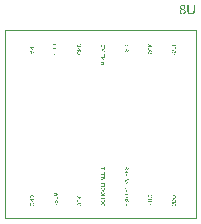
<source format=gbo>
%FSLAX25Y25*%
%MOIN*%
G70*
G01*
G75*
G04 Layer_Color=12566272*
%ADD10R,0.03937X0.02756*%
%ADD11R,0.02362X0.03937*%
%ADD12R,0.01969X0.03937*%
%ADD13R,0.02756X0.03937*%
%ADD14R,0.06299X0.07874*%
%ADD15O,0.02165X0.06496*%
%ADD16O,0.06496X0.02165*%
%ADD17R,0.02362X0.05118*%
%ADD18R,0.06299X0.02756*%
%ADD19R,0.02362X0.05906*%
%ADD20R,0.03150X0.09843*%
%ADD21R,0.03150X0.07480*%
%ADD22R,0.07480X0.03150*%
%ADD23C,0.00787*%
%ADD24C,0.07874*%
G04:AMPARAMS|DCode=25|XSize=78.74mil|YSize=78.74mil|CornerRadius=19.69mil|HoleSize=0mil|Usage=FLASHONLY|Rotation=270.000|XOffset=0mil|YOffset=0mil|HoleType=Round|Shape=RoundedRectangle|*
%AMROUNDEDRECTD25*
21,1,0.07874,0.03937,0,0,270.0*
21,1,0.03937,0.07874,0,0,270.0*
1,1,0.03937,-0.01969,-0.01969*
1,1,0.03937,-0.01969,0.01969*
1,1,0.03937,0.01969,0.01969*
1,1,0.03937,0.01969,-0.01969*
%
%ADD25ROUNDEDRECTD25*%
%ADD26C,0.07874*%
%ADD27C,0.05906*%
%ADD28R,0.05906X0.05906*%
%ADD29R,0.05906X0.05906*%
%ADD30C,0.04724*%
%ADD31C,0.02756*%
%ADD32R,0.04724X0.04724*%
%ADD33C,0.05906*%
%ADD34C,0.01000*%
%ADD35C,0.00984*%
%ADD36C,0.02362*%
%ADD37C,0.00394*%
%ADD38R,0.04737X0.03556*%
%ADD39R,0.03162X0.04737*%
%ADD40R,0.02769X0.04737*%
%ADD41R,0.03556X0.04737*%
%ADD42R,0.07099X0.08674*%
%ADD43O,0.02965X0.07296*%
%ADD44O,0.07296X0.02965*%
%ADD45R,0.03162X0.05918*%
%ADD46R,0.07099X0.03556*%
%ADD47R,0.03162X0.06706*%
%ADD48R,0.03950X0.10642*%
%ADD49R,0.03950X0.08280*%
%ADD50R,0.08280X0.03950*%
%ADD51C,0.00800*%
G04:AMPARAMS|DCode=52|XSize=86.74mil|YSize=86.74mil|CornerRadius=23.69mil|HoleSize=0mil|Usage=FLASHONLY|Rotation=270.000|XOffset=0mil|YOffset=0mil|HoleType=Round|Shape=RoundedRectangle|*
%AMROUNDEDRECTD52*
21,1,0.08674,0.03937,0,0,270.0*
21,1,0.03937,0.08674,0,0,270.0*
1,1,0.04737,-0.01969,-0.01969*
1,1,0.04737,-0.01969,0.01969*
1,1,0.04737,0.01969,0.01969*
1,1,0.04737,0.01969,-0.01969*
%
%ADD52ROUNDEDRECTD52*%
%ADD53C,0.08674*%
%ADD54C,0.06706*%
%ADD55R,0.06706X0.06706*%
%ADD56R,0.06706X0.06706*%
%ADD57C,0.05524*%
%ADD58C,0.03556*%
%ADD59R,0.05524X0.05524*%
G36*
X-10184Y283112D02*
X-10333D01*
Y283482D01*
X-10569D01*
X-10587Y283459D01*
X-10604Y283435D01*
X-10619Y283408D01*
X-10632Y283384D01*
X-10643Y283361D01*
X-10651Y283341D01*
X-10653Y283335D01*
X-10656Y283330D01*
X-10658Y283326D01*
Y283325D01*
X-10671Y283285D01*
X-10681Y283248D01*
X-10689Y283213D01*
X-10694Y283180D01*
X-10697Y283153D01*
Y283141D01*
X-10699Y283131D01*
Y283125D01*
Y283118D01*
Y283115D01*
Y283113D01*
X-10697Y283067D01*
X-10691Y283023D01*
X-10683Y282984D01*
X-10671Y282949D01*
X-10666Y282933D01*
X-10661Y282920D01*
X-10658Y282907D01*
X-10653Y282897D01*
X-10650Y282889D01*
X-10646Y282882D01*
X-10645Y282879D01*
Y282877D01*
X-10622Y282838D01*
X-10596Y282805D01*
X-10566Y282775D01*
X-10540Y282752D01*
X-10515Y282734D01*
X-10504Y282726D01*
X-10494Y282721D01*
X-10487Y282716D01*
X-10481Y282713D01*
X-10477Y282710D01*
X-10476D01*
X-10432Y282690D01*
X-10384Y282677D01*
X-10336Y282667D01*
X-10292Y282659D01*
X-10272Y282657D01*
X-10253Y282656D01*
X-10237Y282654D01*
X-10222D01*
X-10210Y282652D01*
X-10194D01*
X-10143Y282654D01*
X-10095Y282661D01*
X-10053Y282667D01*
X-10015Y282677D01*
X-9999Y282680D01*
X-9984Y282685D01*
X-9971Y282688D01*
X-9959Y282693D01*
X-9951Y282695D01*
X-9945Y282698D01*
X-9941Y282700D01*
X-9940D01*
X-9915Y282711D01*
X-9890Y282725D01*
X-9869Y282738D01*
X-9851Y282749D01*
X-9836Y282761D01*
X-9825Y282770D01*
X-9818Y282777D01*
X-9815Y282779D01*
X-9795Y282798D01*
X-9776Y282821D01*
X-9761Y282844D01*
X-9748Y282866D01*
X-9736Y282884D01*
X-9730Y282900D01*
X-9725Y282910D01*
X-9723Y282911D01*
Y282913D01*
X-9712Y282946D01*
X-9702Y282979D01*
X-9695Y283013D01*
X-9692Y283044D01*
X-9689Y283071D01*
Y283082D01*
X-9687Y283092D01*
Y283100D01*
Y283107D01*
Y283110D01*
Y283112D01*
X-9689Y283146D01*
X-9692Y283179D01*
X-9698Y283208D01*
X-9703Y283233D01*
X-9710Y283254D01*
X-9717Y283271D01*
X-9720Y283280D01*
X-9721Y283282D01*
Y283284D01*
X-9735Y283312D01*
X-9749Y283336D01*
X-9764Y283358D01*
X-9777Y283374D01*
X-9790Y283387D01*
X-9800Y283397D01*
X-9807Y283403D01*
X-9810Y283405D01*
X-9831Y283420D01*
X-9856Y283435D01*
X-9882Y283446D01*
X-9905Y283456D01*
X-9928Y283464D01*
X-9945Y283471D01*
X-9951Y283472D01*
X-9956Y283474D01*
X-9959Y283476D01*
X-9961D01*
X-9920Y283627D01*
X-9874Y283613D01*
X-9833Y283597D01*
X-9799Y283582D01*
X-9769Y283566D01*
X-9745Y283551D01*
X-9735Y283546D01*
X-9728Y283540D01*
X-9721Y283536D01*
X-9717Y283533D01*
X-9715Y283530D01*
X-9713D01*
X-9685Y283505D01*
X-9661Y283477D01*
X-9640Y283448D01*
X-9622Y283420D01*
X-9608Y283395D01*
X-9603Y283385D01*
X-9599Y283376D01*
X-9595Y283367D01*
X-9592Y283363D01*
X-9590Y283359D01*
Y283358D01*
X-9576Y283315D01*
X-9564Y283272D01*
X-9556Y283231D01*
X-9549Y283192D01*
X-9548Y283176D01*
X-9546Y283159D01*
Y283146D01*
X-9544Y283133D01*
Y283123D01*
Y283117D01*
Y283112D01*
Y283110D01*
X-9546Y283075D01*
X-9548Y283043D01*
X-9556Y282979D01*
X-9562Y282949D01*
X-9569Y282923D01*
X-9576Y282897D01*
X-9584Y282874D01*
X-9590Y282853D01*
X-9599Y282833D01*
X-9605Y282816D01*
X-9610Y282803D01*
X-9617Y282792D01*
X-9620Y282784D01*
X-9622Y282779D01*
X-9623Y282777D01*
X-9638Y282751D01*
X-9656Y282726D01*
X-9692Y282682D01*
X-9712Y282662D01*
X-9731Y282644D01*
X-9751Y282628D01*
X-9771Y282613D01*
X-9789Y282600D01*
X-9805Y282588D01*
X-9820Y282579D01*
X-9833Y282570D01*
X-9844Y282564D01*
X-9853Y282559D01*
X-9858Y282557D01*
X-9859Y282556D01*
X-9889Y282542D01*
X-9920Y282531D01*
X-9981Y282511D01*
X-10038Y282498D01*
X-10066Y282493D01*
X-10091Y282490D01*
X-10115Y282487D01*
X-10136Y282484D01*
X-10156Y282482D01*
X-10172D01*
X-10186Y282480D01*
X-10204D01*
X-10238Y282482D01*
X-10271Y282484D01*
X-10335Y282492D01*
X-10364Y282498D01*
X-10391Y282505D01*
X-10417Y282511D01*
X-10441Y282520D01*
X-10463Y282526D01*
X-10482Y282533D01*
X-10499Y282539D01*
X-10514Y282546D01*
X-10525Y282551D01*
X-10533Y282554D01*
X-10538Y282557D01*
X-10540D01*
X-10568Y282572D01*
X-10592Y282588D01*
X-10617Y282607D01*
X-10638Y282626D01*
X-10660Y282644D01*
X-10678Y282664D01*
X-10696Y282682D01*
X-10710Y282700D01*
X-10723Y282718D01*
X-10737Y282733D01*
X-10746Y282748D01*
X-10755Y282761D01*
X-10761Y282770D01*
X-10766Y282779D01*
X-10768Y282784D01*
X-10769Y282785D01*
X-10783Y282815D01*
X-10796Y282844D01*
X-10815Y282902D01*
X-10829Y282959D01*
X-10833Y282985D01*
X-10838Y283012D01*
X-10842Y283034D01*
X-10843Y283056D01*
X-10847Y283075D01*
Y283092D01*
X-10848Y283105D01*
Y283115D01*
Y283121D01*
Y283123D01*
X-10847Y283174D01*
X-10840Y283223D01*
X-10832Y283269D01*
X-10824Y283310D01*
X-10819Y283326D01*
X-10814Y283343D01*
X-10810Y283358D01*
X-10807Y283369D01*
X-10804Y283379D01*
X-10801Y283385D01*
X-10799Y283390D01*
Y283392D01*
X-10779Y283441D01*
X-10755Y283487D01*
X-10732Y283530D01*
X-10707Y283569D01*
X-10696Y283586D01*
X-10686Y283600D01*
X-10678Y283613D01*
X-10669Y283625D01*
X-10663Y283635D01*
X-10658Y283641D01*
X-10655Y283645D01*
X-10653Y283646D01*
X-10184D01*
Y283112D01*
D02*
G37*
G36*
X-9566Y335692D02*
X-9715D01*
Y336107D01*
X-10827D01*
Y336274D01*
X-9715D01*
Y336689D01*
X-9566D01*
Y335692D01*
D02*
G37*
G36*
Y284724D02*
X-10556D01*
X-9566Y284061D01*
Y283891D01*
X-10827D01*
Y284051D01*
X-9838D01*
X-10827Y284712D01*
Y284884D01*
X-9566D01*
Y284724D01*
D02*
G37*
G36*
X-2323Y283220D02*
X-2299Y283218D01*
X-2277Y283217D01*
X-2262Y283215D01*
X-2251Y283213D01*
X-2244Y283212D01*
X-2243D01*
X-2218Y283205D01*
X-2197Y283198D01*
X-2177Y283190D01*
X-2161Y283184D01*
X-2146Y283176D01*
X-2136Y283169D01*
X-2130Y283166D01*
X-2128Y283164D01*
X-2111Y283149D01*
X-2095Y283133D01*
X-2082Y283117D01*
X-2072Y283100D01*
X-2062Y283084D01*
X-2056Y283072D01*
X-2052Y283064D01*
X-2051Y283061D01*
X-2041Y283034D01*
X-2033Y283008D01*
X-2028Y282982D01*
X-2023Y282959D01*
X-2021Y282938D01*
X-2020Y282923D01*
Y282916D01*
Y282911D01*
Y282910D01*
Y282908D01*
X-2021Y282874D01*
X-2026Y282841D01*
X-2033Y282811D01*
X-2043Y282784D01*
X-2054Y282757D01*
X-2067Y282734D01*
X-2080Y282713D01*
X-2095Y282693D01*
X-2110Y282675D01*
X-2123Y282661D01*
X-2136Y282649D01*
X-2148Y282638D01*
X-2156Y282629D01*
X-2164Y282625D01*
X-2169Y282621D01*
X-2171Y282620D01*
X-2039D01*
Y282480D01*
X-2953D01*
Y282634D01*
X-2456D01*
X-2425Y282636D01*
X-2395Y282638D01*
X-2369Y282641D01*
X-2344Y282646D01*
X-2323Y282651D01*
X-2303Y282657D01*
X-2287Y282664D01*
X-2271Y282670D01*
X-2258Y282677D01*
X-2248Y282682D01*
X-2238Y282688D01*
X-2231Y282693D01*
X-2225Y282698D01*
X-2221Y282702D01*
X-2218Y282705D01*
X-2197Y282733D01*
X-2180Y282762D01*
X-2169Y282792D01*
X-2162Y282818D01*
X-2157Y282841D01*
X-2156Y282861D01*
X-2154Y282867D01*
Y282872D01*
Y282875D01*
Y282877D01*
X-2156Y282898D01*
X-2159Y282920D01*
X-2164Y282938D01*
X-2169Y282952D01*
X-2174Y282966D01*
X-2179Y282976D01*
X-2182Y282982D01*
X-2184Y282984D01*
X-2195Y283000D01*
X-2207Y283013D01*
X-2220Y283025D01*
X-2231Y283033D01*
X-2243Y283039D01*
X-2251Y283044D01*
X-2258Y283048D01*
X-2259D01*
X-2279Y283054D01*
X-2300Y283059D01*
X-2323Y283062D01*
X-2346Y283066D01*
X-2366D01*
X-2384Y283067D01*
X-2953D01*
Y283222D01*
X-2354D01*
X-2323Y283220D01*
D02*
G37*
G36*
X-10130Y286206D02*
X-10073Y286200D01*
X-10046Y286196D01*
X-10022Y286192D01*
X-9999Y286187D01*
X-9977Y286183D01*
X-9958Y286178D01*
X-9941Y286174D01*
X-9927Y286169D01*
X-9913Y286165D01*
X-9904Y286162D01*
X-9897Y286159D01*
X-9892Y286157D01*
X-9890D01*
X-9843Y286137D01*
X-9802Y286113D01*
X-9764Y286088D01*
X-9733Y286064D01*
X-9720Y286052D01*
X-9708Y286042D01*
X-9698Y286032D01*
X-9690Y286024D01*
X-9684Y286018D01*
X-9679Y286013D01*
X-9677Y286010D01*
X-9676Y286008D01*
X-9653Y285978D01*
X-9633Y285947D01*
X-9618Y285916D01*
X-9605Y285887D01*
X-9597Y285862D01*
X-9594Y285850D01*
X-9590Y285841D01*
X-9589Y285834D01*
X-9587Y285827D01*
X-9585Y285824D01*
Y285823D01*
X-9579Y285791D01*
X-9574Y285755D01*
X-9571Y285718D01*
X-9567Y285682D01*
Y285650D01*
X-9566Y285636D01*
Y285624D01*
Y285614D01*
Y285606D01*
Y285601D01*
Y285599D01*
Y285165D01*
X-10827D01*
Y285619D01*
X-10825Y285660D01*
X-10824Y285700D01*
X-10820Y285734D01*
X-10815Y285764D01*
X-10812Y285788D01*
X-10810Y285798D01*
X-10809Y285806D01*
X-10807Y285813D01*
Y285818D01*
X-10806Y285819D01*
Y285821D01*
X-10797Y285852D01*
X-10787Y285882D01*
X-10776Y285908D01*
X-10766Y285929D01*
X-10758Y285947D01*
X-10750Y285960D01*
X-10745Y285968D01*
X-10743Y285972D01*
X-10725Y285995D01*
X-10707Y286018D01*
X-10688Y286037D01*
X-10669Y286054D01*
X-10653Y286069D01*
X-10640Y286078D01*
X-10632Y286087D01*
X-10628Y286088D01*
X-10600Y286106D01*
X-10569Y286124D01*
X-10538Y286139D01*
X-10509Y286151D01*
X-10484Y286160D01*
X-10473Y286164D01*
X-10463Y286167D01*
X-10456Y286170D01*
X-10450Y286172D01*
X-10446Y286174D01*
X-10445D01*
X-10402Y286185D01*
X-10358Y286193D01*
X-10315Y286200D01*
X-10276Y286203D01*
X-10258Y286205D01*
X-10241Y286206D01*
X-10227D01*
X-10215Y286208D01*
X-10191D01*
X-10130Y286206D01*
D02*
G37*
G36*
X-2650Y335217D02*
X-2592Y335211D01*
X-2566Y335208D01*
X-2541Y335203D01*
X-2518Y335198D01*
X-2497Y335194D01*
X-2477Y335190D01*
X-2461Y335185D01*
X-2446Y335180D01*
X-2433Y335176D01*
X-2423Y335173D01*
X-2417Y335170D01*
X-2412Y335168D01*
X-2410D01*
X-2362Y335149D01*
X-2321Y335124D01*
X-2284Y335099D01*
X-2253Y335075D01*
X-2239Y335063D01*
X-2228Y335053D01*
X-2218Y335044D01*
X-2210Y335035D01*
X-2204Y335029D01*
X-2198Y335024D01*
X-2197Y335021D01*
X-2195Y335019D01*
X-2172Y334990D01*
X-2153Y334958D01*
X-2138Y334927D01*
X-2125Y334898D01*
X-2117Y334873D01*
X-2113Y334862D01*
X-2110Y334852D01*
X-2108Y334845D01*
X-2107Y334839D01*
X-2105Y334835D01*
Y334834D01*
X-2098Y334803D01*
X-2094Y334767D01*
X-2090Y334729D01*
X-2087Y334693D01*
Y334662D01*
X-2085Y334647D01*
Y334635D01*
Y334625D01*
Y334617D01*
Y334612D01*
Y334611D01*
Y334176D01*
X-3347D01*
Y334630D01*
X-3345Y334671D01*
X-3343Y334711D01*
X-3340Y334745D01*
X-3335Y334775D01*
X-3332Y334799D01*
X-3330Y334809D01*
X-3328Y334817D01*
X-3327Y334824D01*
Y334829D01*
X-3325Y334830D01*
Y334832D01*
X-3317Y334863D01*
X-3307Y334893D01*
X-3296Y334919D01*
X-3286Y334940D01*
X-3278Y334958D01*
X-3269Y334971D01*
X-3264Y334980D01*
X-3263Y334983D01*
X-3245Y335006D01*
X-3227Y335029D01*
X-3207Y335049D01*
X-3189Y335065D01*
X-3173Y335080D01*
X-3160Y335089D01*
X-3151Y335098D01*
X-3148Y335099D01*
X-3120Y335117D01*
X-3089Y335136D01*
X-3058Y335150D01*
X-3028Y335162D01*
X-3004Y335172D01*
X-2992Y335175D01*
X-2983Y335178D01*
X-2976Y335181D01*
X-2969Y335183D01*
X-2966Y335185D01*
X-2964D01*
X-2922Y335196D01*
X-2877Y335204D01*
X-2835Y335211D01*
X-2795Y335214D01*
X-2778Y335216D01*
X-2761Y335217D01*
X-2746D01*
X-2735Y335219D01*
X-2710D01*
X-2650Y335217D01*
D02*
G37*
G36*
X-2085Y333858D02*
X-3002Y333517D01*
X-3040Y333502D01*
X-3078Y333489D01*
X-3114Y333477D01*
X-3145Y333468D01*
X-3171Y333459D01*
X-3181Y333456D01*
X-3191Y333453D01*
X-3199Y333451D01*
X-3204Y333450D01*
X-3207Y333448D01*
X-3209D01*
X-3173Y333438D01*
X-3135Y333427D01*
X-3101Y333415D01*
X-3069Y333405D01*
X-3042Y333395D01*
X-3030Y333392D01*
X-3020Y333389D01*
X-3014Y333386D01*
X-3007Y333384D01*
X-3004Y333382D01*
X-3002D01*
X-2085Y333054D01*
Y332872D01*
X-3347Y333361D01*
Y333535D01*
X-2085Y334027D01*
Y333858D01*
D02*
G37*
G36*
X-2650Y336490D02*
X-2592Y336484D01*
X-2566Y336480D01*
X-2541Y336475D01*
X-2518Y336470D01*
X-2497Y336467D01*
X-2477Y336462D01*
X-2461Y336457D01*
X-2446Y336452D01*
X-2433Y336449D01*
X-2423Y336446D01*
X-2417Y336442D01*
X-2412Y336441D01*
X-2410D01*
X-2362Y336421D01*
X-2321Y336397D01*
X-2284Y336372D01*
X-2253Y336347D01*
X-2239Y336336D01*
X-2228Y336326D01*
X-2218Y336316D01*
X-2210Y336308D01*
X-2204Y336301D01*
X-2198Y336297D01*
X-2197Y336293D01*
X-2195Y336292D01*
X-2172Y336262D01*
X-2153Y336231D01*
X-2138Y336200D01*
X-2125Y336170D01*
X-2117Y336146D01*
X-2113Y336134D01*
X-2110Y336124D01*
X-2108Y336118D01*
X-2107Y336111D01*
X-2105Y336108D01*
Y336106D01*
X-2098Y336075D01*
X-2094Y336039D01*
X-2090Y336001D01*
X-2087Y335965D01*
Y335934D01*
X-2085Y335919D01*
Y335908D01*
Y335898D01*
Y335890D01*
Y335885D01*
Y335883D01*
Y335449D01*
X-3347D01*
Y335903D01*
X-3345Y335944D01*
X-3343Y335983D01*
X-3340Y336018D01*
X-3335Y336047D01*
X-3332Y336072D01*
X-3330Y336082D01*
X-3328Y336090D01*
X-3327Y336097D01*
Y336101D01*
X-3325Y336103D01*
Y336105D01*
X-3317Y336136D01*
X-3307Y336165D01*
X-3296Y336192D01*
X-3286Y336213D01*
X-3278Y336231D01*
X-3269Y336244D01*
X-3264Y336252D01*
X-3263Y336256D01*
X-3245Y336279D01*
X-3227Y336301D01*
X-3207Y336321D01*
X-3189Y336338D01*
X-3173Y336352D01*
X-3160Y336362D01*
X-3151Y336370D01*
X-3148Y336372D01*
X-3120Y336390D01*
X-3089Y336408D01*
X-3058Y336423D01*
X-3028Y336434D01*
X-3004Y336444D01*
X-2992Y336448D01*
X-2983Y336451D01*
X-2976Y336454D01*
X-2969Y336456D01*
X-2966Y336457D01*
X-2964D01*
X-2922Y336469D01*
X-2877Y336477D01*
X-2835Y336484D01*
X-2795Y336487D01*
X-2778Y336489D01*
X-2761Y336490D01*
X-2746D01*
X-2735Y336492D01*
X-2710D01*
X-2650Y336490D01*
D02*
G37*
G36*
X-9566Y335346D02*
X-10556D01*
X-9566Y334684D01*
Y334513D01*
X-10827D01*
Y334674D01*
X-9838D01*
X-10827Y335335D01*
Y335507D01*
X-9566D01*
Y335346D01*
D02*
G37*
G36*
Y333865D02*
Y333683D01*
X-10827Y333203D01*
Y333378D01*
X-10445Y333516D01*
Y334044D01*
X-10827Y334190D01*
Y334379D01*
X-9566Y333865D01*
D02*
G37*
G36*
X13492Y283522D02*
X13550Y283515D01*
X13576Y283512D01*
X13600Y283507D01*
X13623Y283502D01*
X13645Y283499D01*
X13664Y283494D01*
X13681Y283489D01*
X13696Y283484D01*
X13709Y283481D01*
X13719Y283477D01*
X13725Y283474D01*
X13730Y283472D01*
X13732D01*
X13779Y283453D01*
X13820Y283428D01*
X13858Y283403D01*
X13889Y283379D01*
X13902Y283367D01*
X13914Y283358D01*
X13924Y283348D01*
X13932Y283340D01*
X13938Y283333D01*
X13943Y283328D01*
X13945Y283325D01*
X13947Y283323D01*
X13969Y283294D01*
X13989Y283262D01*
X14004Y283231D01*
X14017Y283202D01*
X14025Y283177D01*
X14029Y283166D01*
X14032Y283156D01*
X14033Y283149D01*
X14035Y283143D01*
X14037Y283139D01*
Y283138D01*
X14043Y283107D01*
X14048Y283071D01*
X14051Y283033D01*
X14055Y282997D01*
Y282966D01*
X14056Y282951D01*
Y282939D01*
Y282930D01*
Y282921D01*
Y282916D01*
Y282915D01*
Y282480D01*
X12795D01*
Y282934D01*
X12797Y282976D01*
X12799Y283015D01*
X12802Y283049D01*
X12807Y283079D01*
X12810Y283103D01*
X12812Y283113D01*
X12813Y283121D01*
X12815Y283128D01*
Y283133D01*
X12817Y283135D01*
Y283136D01*
X12825Y283167D01*
X12834Y283197D01*
X12846Y283223D01*
X12856Y283244D01*
X12864Y283262D01*
X12872Y283276D01*
X12877Y283284D01*
X12879Y283287D01*
X12897Y283310D01*
X12915Y283333D01*
X12935Y283353D01*
X12953Y283369D01*
X12969Y283384D01*
X12982Y283394D01*
X12990Y283402D01*
X12994Y283403D01*
X13022Y283422D01*
X13053Y283440D01*
X13084Y283454D01*
X13113Y283466D01*
X13138Y283476D01*
X13149Y283479D01*
X13159Y283482D01*
X13166Y283486D01*
X13172Y283487D01*
X13176Y283489D01*
X13177D01*
X13220Y283500D01*
X13264Y283508D01*
X13307Y283515D01*
X13346Y283518D01*
X13364Y283520D01*
X13381Y283522D01*
X13395D01*
X13407Y283523D01*
X13431D01*
X13492Y283522D01*
D02*
G37*
G36*
X5669Y285265D02*
X6182Y285795D01*
Y285568D01*
X5557Y284942D01*
X6182D01*
Y284775D01*
X4921D01*
Y284942D01*
X5357D01*
X5556Y285147D01*
X4921Y285596D01*
Y285818D01*
X5669Y285265D01*
D02*
G37*
G36*
X13236Y284653D02*
X13207Y284645D01*
X13181Y284637D01*
X13156Y284627D01*
X13131Y284617D01*
X13110Y284606D01*
X13090Y284596D01*
X13072Y284584D01*
X13058Y284573D01*
X13043Y284563D01*
X13031Y284553D01*
X13020Y284543D01*
X13012Y284537D01*
X13005Y284530D01*
X13000Y284525D01*
X12999Y284522D01*
X12997Y284520D01*
X12982Y284502D01*
X12971Y284483D01*
X12959Y284463D01*
X12951Y284442D01*
X12936Y284402D01*
X12926Y284365D01*
X12923Y284348D01*
X12922Y284332D01*
X12920Y284319D01*
X12918Y284306D01*
X12917Y284296D01*
Y284289D01*
Y284284D01*
Y284283D01*
X12920Y284240D01*
X12926Y284201D01*
X12935Y284165D01*
X12946Y284132D01*
X12958Y284105D01*
X12962Y284094D01*
X12966Y284086D01*
X12971Y284078D01*
X12972Y284073D01*
X12976Y284069D01*
Y284068D01*
X13000Y284033D01*
X13028Y284004D01*
X13058Y283979D01*
X13087Y283958D01*
X13113Y283941D01*
X13125Y283937D01*
X13135Y283932D01*
X13143Y283927D01*
X13149Y283923D01*
X13153Y283922D01*
X13154D01*
X13200Y283907D01*
X13250Y283895D01*
X13295Y283887D01*
X13340Y283882D01*
X13359Y283879D01*
X13377D01*
X13394Y283877D01*
X13408Y283876D01*
X13435D01*
X13481Y283877D01*
X13525Y283882D01*
X13566Y283889D01*
X13604Y283895D01*
X13619Y283899D01*
X13633Y283902D01*
X13646Y283905D01*
X13658Y283909D01*
X13666Y283912D01*
X13673Y283914D01*
X13676Y283915D01*
X13678D01*
X13720Y283932D01*
X13756Y283953D01*
X13789Y283976D01*
X13815Y283999D01*
X13837Y284018D01*
X13851Y284035D01*
X13858Y284042D01*
X13861Y284046D01*
X13864Y284050D01*
Y284051D01*
X13878Y284071D01*
X13887Y284091D01*
X13905Y284132D01*
X13919Y284173D01*
X13927Y284210D01*
X13928Y284228D01*
X13932Y284245D01*
X13933Y284260D01*
Y284271D01*
X13935Y284281D01*
Y284289D01*
Y284294D01*
Y284296D01*
X13932Y284342D01*
X13925Y284383D01*
X13915Y284419D01*
X13904Y284450D01*
X13891Y284474D01*
X13886Y284484D01*
X13881Y284492D01*
X13878Y284499D01*
X13874Y284504D01*
X13871Y284506D01*
Y284507D01*
X13858Y284522D01*
X13845Y284537D01*
X13814Y284563D01*
X13781Y284584D01*
X13748Y284602D01*
X13719Y284617D01*
X13705Y284622D01*
X13694Y284627D01*
X13684Y284630D01*
X13678Y284633D01*
X13673Y284635D01*
X13671D01*
X13710Y284799D01*
X13742Y284789D01*
X13773Y284776D01*
X13801Y284763D01*
X13827Y284748D01*
X13850Y284734D01*
X13873Y284719D01*
X13892Y284704D01*
X13910Y284689D01*
X13927Y284675D01*
X13942Y284661D01*
X13953Y284648D01*
X13963Y284638D01*
X13971Y284630D01*
X13976Y284622D01*
X13979Y284619D01*
X13981Y284617D01*
X13997Y284593D01*
X14014Y284566D01*
X14025Y284540D01*
X14037Y284514D01*
X14047Y284486D01*
X14055Y284460D01*
X14066Y284411D01*
X14070Y284387D01*
X14073Y284366D01*
X14074Y284347D01*
X14076Y284330D01*
X14078Y284317D01*
Y284307D01*
Y284301D01*
Y284299D01*
Y284268D01*
X14074Y284238D01*
X14066Y284181D01*
X14053Y284128D01*
X14047Y284105D01*
X14040Y284083D01*
X14032Y284063D01*
X14025Y284045D01*
X14019Y284030D01*
X14012Y284017D01*
X14007Y284007D01*
X14004Y283999D01*
X14002Y283994D01*
X14001Y283992D01*
X13986Y283968D01*
X13969Y283943D01*
X13933Y283900D01*
X13897Y283863D01*
X13861Y283833D01*
X13843Y283820D01*
X13828Y283809D01*
X13814Y283799D01*
X13802Y283792D01*
X13792Y283786D01*
X13784Y283781D01*
X13779Y283779D01*
X13778Y283777D01*
X13750Y283764D01*
X13720Y283753D01*
X13663Y283735D01*
X13605Y283722D01*
X13577Y283717D01*
X13551Y283714D01*
X13527Y283710D01*
X13505Y283707D01*
X13486Y283705D01*
X13468D01*
X13454Y283704D01*
X13435D01*
X13369Y283707D01*
X13305Y283714D01*
X13277Y283718D01*
X13250Y283725D01*
X13223Y283730D01*
X13199Y283736D01*
X13176Y283743D01*
X13156Y283748D01*
X13140Y283754D01*
X13125Y283759D01*
X13113Y283763D01*
X13104Y283766D01*
X13099Y283769D01*
X13097D01*
X13069Y283782D01*
X13041Y283797D01*
X13017Y283812D01*
X12994Y283828D01*
X12971Y283845D01*
X12951Y283861D01*
X12933Y283876D01*
X12918Y283892D01*
X12903Y283907D01*
X12890Y283920D01*
X12880Y283933D01*
X12872Y283943D01*
X12864Y283953D01*
X12859Y283960D01*
X12857Y283963D01*
X12856Y283964D01*
X12841Y283989D01*
X12830Y284015D01*
X12818Y284043D01*
X12808Y284071D01*
X12794Y284127D01*
X12784Y284179D01*
X12780Y284204D01*
X12779Y284225D01*
X12777Y284246D01*
X12776Y284263D01*
X12774Y284278D01*
Y284289D01*
Y284296D01*
Y284297D01*
X12776Y284333D01*
X12779Y284368D01*
X12784Y284401D01*
X12790Y284432D01*
X12799Y284461D01*
X12808Y284489D01*
X12817Y284514D01*
X12828Y284538D01*
X12838Y284558D01*
X12846Y284576D01*
X12856Y284593D01*
X12864Y284606D01*
X12871Y284617D01*
X12876Y284624D01*
X12879Y284629D01*
X12880Y284630D01*
X12902Y284655D01*
X12925Y284678D01*
X12949Y284699D01*
X12976Y284717D01*
X13002Y284735D01*
X13026Y284750D01*
X13053Y284765D01*
X13077Y284776D01*
X13102Y284788D01*
X13123Y284796D01*
X13143Y284804D01*
X13159Y284811D01*
X13174Y284814D01*
X13185Y284817D01*
X13192Y284821D01*
X13194D01*
X13236Y284653D01*
D02*
G37*
G36*
X13543Y286488D02*
X14056Y287018D01*
Y286792D01*
X13431Y286165D01*
X14056D01*
Y285998D01*
X12795D01*
Y286165D01*
X13231D01*
X13430Y286370D01*
X12795Y286820D01*
Y287041D01*
X13543Y286488D01*
D02*
G37*
G36*
X12944Y285186D02*
X14056D01*
Y285019D01*
X12795D01*
Y285806D01*
X12944D01*
Y285186D01*
D02*
G37*
G36*
X-2804Y284922D02*
X-2374D01*
Y285617D01*
X-2225D01*
Y284922D01*
X-1841D01*
Y285665D01*
X-1692D01*
Y284755D01*
X-2953D01*
Y285695D01*
X-2804D01*
Y284922D01*
D02*
G37*
G36*
X-2612Y284373D02*
X-2576Y284348D01*
X-2543Y284324D01*
X-2513Y284301D01*
X-2490Y284279D01*
X-2471Y284260D01*
X-2456Y284246D01*
X-2448Y284237D01*
X-2444Y284235D01*
Y284233D01*
X-2433Y284219D01*
X-2421Y284204D01*
X-2400Y284171D01*
X-2392Y284156D01*
X-2385Y284145D01*
X-2382Y284137D01*
X-2380Y284133D01*
X-2376Y284166D01*
X-2369Y284197D01*
X-2361Y284225D01*
X-2353Y284251D01*
X-2343Y284276D01*
X-2333Y284299D01*
X-2323Y284319D01*
X-2313Y284337D01*
X-2303Y284351D01*
X-2294Y284365D01*
X-2285Y284376D01*
X-2279Y284386D01*
X-2272Y284392D01*
X-2267Y284399D01*
X-2266Y284401D01*
X-2264Y284402D01*
X-2246Y284417D01*
X-2228Y284432D01*
X-2208Y284443D01*
X-2190Y284453D01*
X-2152Y284468D01*
X-2116Y284478D01*
X-2085Y284484D01*
X-2072Y284486D01*
X-2061Y284488D01*
X-2051Y284489D01*
X-2038D01*
X-2000Y284488D01*
X-1964Y284481D01*
X-1931Y284473D01*
X-1903Y284463D01*
X-1880Y284453D01*
X-1862Y284445D01*
X-1856Y284442D01*
X-1851Y284438D01*
X-1849Y284437D01*
X-1847D01*
X-1818Y284415D01*
X-1792Y284392D01*
X-1770Y284369D01*
X-1754Y284347D01*
X-1741Y284327D01*
X-1733Y284310D01*
X-1729Y284304D01*
X-1728Y284299D01*
X-1726Y284297D01*
Y284296D01*
X-1720Y284279D01*
X-1715Y284260D01*
X-1706Y284219D01*
X-1700Y284176D01*
X-1697Y284135D01*
X-1695Y284115D01*
X-1693Y284097D01*
Y284083D01*
X-1692Y284068D01*
Y284056D01*
Y284048D01*
Y284042D01*
Y284040D01*
Y283481D01*
X-2953D01*
Y283648D01*
X-2394D01*
Y283841D01*
Y283864D01*
X-2395Y283882D01*
Y283899D01*
X-2397Y283912D01*
X-2399Y283922D01*
Y283928D01*
X-2400Y283932D01*
Y283933D01*
X-2410Y283961D01*
X-2415Y283974D01*
X-2421Y283986D01*
X-2426Y283996D01*
X-2431Y284002D01*
X-2433Y284007D01*
X-2435Y284009D01*
X-2446Y284023D01*
X-2458Y284038D01*
X-2472Y284053D01*
X-2487Y284066D01*
X-2499Y284078D01*
X-2510Y284086D01*
X-2517Y284092D01*
X-2520Y284094D01*
X-2544Y284114D01*
X-2572Y284133D01*
X-2600Y284153D01*
X-2628Y284173D01*
X-2653Y284189D01*
X-2664Y284197D01*
X-2674Y284204D01*
X-2681Y284209D01*
X-2687Y284212D01*
X-2690Y284215D01*
X-2692D01*
X-2953Y284381D01*
Y284591D01*
X-2612Y284373D01*
D02*
G37*
G36*
X-2561Y286871D02*
X-2528Y286864D01*
X-2497Y286856D01*
X-2471Y286846D01*
X-2449Y286834D01*
X-2433Y286826D01*
X-2428Y286823D01*
X-2423Y286820D01*
X-2421Y286818D01*
X-2420D01*
X-2392Y286797D01*
X-2366Y286770D01*
X-2344Y286744D01*
X-2325Y286718D01*
X-2310Y286693D01*
X-2300Y286674D01*
X-2295Y286666D01*
X-2292Y286661D01*
X-2290Y286657D01*
Y286656D01*
X-2284Y286641D01*
X-2277Y286623D01*
X-2271Y286601D01*
X-2262Y286580D01*
X-2249Y286534D01*
X-2238Y286488D01*
X-2231Y286465D01*
X-2226Y286446D01*
X-2221Y286426D01*
X-2218Y286410D01*
X-2215Y286397D01*
X-2212Y286385D01*
X-2210Y286379D01*
Y286377D01*
X-2202Y286341D01*
X-2193Y286308D01*
X-2185Y286278D01*
X-2177Y286252D01*
X-2169Y286229D01*
X-2162Y286210D01*
X-2154Y286192D01*
X-2148Y286175D01*
X-2143Y286164D01*
X-2138Y286152D01*
X-2133Y286144D01*
X-2128Y286137D01*
X-2126Y286133D01*
X-2123Y286129D01*
X-2121Y286126D01*
X-2103Y286109D01*
X-2085Y286098D01*
X-2067Y286090D01*
X-2049Y286085D01*
X-2033Y286082D01*
X-2021Y286078D01*
X-2010D01*
X-1982Y286082D01*
X-1956Y286090D01*
X-1933Y286100D01*
X-1913Y286113D01*
X-1897Y286126D01*
X-1885Y286136D01*
X-1879Y286144D01*
X-1875Y286147D01*
X-1866Y286160D01*
X-1857Y286177D01*
X-1843Y286211D01*
X-1833Y286247D01*
X-1826Y286283D01*
X-1823Y286316D01*
X-1821Y286329D01*
X-1820Y286342D01*
Y286352D01*
Y286360D01*
Y286365D01*
Y286367D01*
Y286393D01*
X-1823Y286418D01*
X-1825Y286441D01*
X-1829Y286462D01*
X-1834Y286482D01*
X-1839Y286500D01*
X-1844Y286516D01*
X-1849Y286531D01*
X-1856Y286543D01*
X-1861Y286554D01*
X-1866Y286564D01*
X-1870Y286572D01*
X-1875Y286577D01*
X-1877Y286582D01*
X-1880Y286585D01*
X-1905Y286611D01*
X-1934Y286631D01*
X-1964Y286646D01*
X-1992Y286657D01*
X-2018Y286666D01*
X-2029Y286669D01*
X-2039Y286670D01*
X-2048Y286672D01*
X-2054Y286674D01*
X-2059D01*
X-2048Y286834D01*
X-2008Y286831D01*
X-1970Y286823D01*
X-1938Y286813D01*
X-1908Y286802D01*
X-1884Y286790D01*
X-1874Y286785D01*
X-1866Y286782D01*
X-1859Y286777D01*
X-1854Y286775D01*
X-1852Y286772D01*
X-1851D01*
X-1820Y286749D01*
X-1792Y286721D01*
X-1769Y286695D01*
X-1751Y286667D01*
X-1736Y286644D01*
X-1725Y286625D01*
X-1721Y286616D01*
X-1718Y286611D01*
X-1716Y286608D01*
Y286606D01*
X-1702Y286565D01*
X-1690Y286523D01*
X-1682Y286482D01*
X-1675Y286444D01*
X-1674Y286426D01*
X-1672Y286410D01*
Y286397D01*
X-1670Y286383D01*
Y286374D01*
Y286367D01*
Y286362D01*
Y286360D01*
X-1672Y286315D01*
X-1677Y286270D01*
X-1685Y286231D01*
X-1692Y286196D01*
X-1697Y286182D01*
X-1700Y286169D01*
X-1705Y286157D01*
X-1708Y286147D01*
X-1710Y286139D01*
X-1713Y286134D01*
X-1715Y286131D01*
Y286129D01*
X-1733Y286093D01*
X-1752Y286060D01*
X-1774Y286034D01*
X-1793Y286011D01*
X-1811Y285995D01*
X-1828Y285982D01*
X-1838Y285975D01*
X-1839Y285972D01*
X-1841D01*
X-1872Y285954D01*
X-1903Y285941D01*
X-1933Y285931D01*
X-1961Y285924D01*
X-1985Y285921D01*
X-2003Y285919D01*
X-2010Y285918D01*
X-2020D01*
X-2051Y285919D01*
X-2080Y285924D01*
X-2108Y285931D01*
X-2131Y285939D01*
X-2151Y285947D01*
X-2164Y285954D01*
X-2174Y285959D01*
X-2176Y285960D01*
X-2177D01*
X-2202Y285978D01*
X-2225Y286000D01*
X-2244Y286023D01*
X-2261Y286044D01*
X-2276Y286064D01*
X-2285Y286080D01*
X-2289Y286087D01*
X-2292Y286091D01*
X-2294Y286093D01*
Y286095D01*
X-2300Y286109D01*
X-2308Y286126D01*
X-2321Y286162D01*
X-2336Y286203D01*
X-2348Y286242D01*
X-2359Y286280D01*
X-2362Y286295D01*
X-2367Y286310D01*
X-2369Y286321D01*
X-2372Y286329D01*
X-2374Y286336D01*
Y286337D01*
X-2382Y286369D01*
X-2389Y286397D01*
X-2395Y286423D01*
X-2400Y286446D01*
X-2407Y286467D01*
X-2412Y286485D01*
X-2415Y286502D01*
X-2420Y286515D01*
X-2423Y286528D01*
X-2426Y286538D01*
X-2428Y286546D01*
X-2431Y286552D01*
X-2433Y286559D01*
X-2435Y286562D01*
X-2446Y286590D01*
X-2459Y286613D01*
X-2471Y286633D01*
X-2482Y286649D01*
X-2492Y286661D01*
X-2500Y286669D01*
X-2507Y286674D01*
X-2508Y286675D01*
X-2525Y286687D01*
X-2543Y286697D01*
X-2561Y286703D01*
X-2577Y286706D01*
X-2590Y286710D01*
X-2602Y286711D01*
X-2612D01*
X-2633Y286710D01*
X-2653Y286706D01*
X-2671Y286700D01*
X-2687Y286693D01*
X-2700Y286687D01*
X-2712Y286680D01*
X-2718Y286677D01*
X-2720Y286675D01*
X-2738Y286661D01*
X-2753Y286643D01*
X-2766Y286625D01*
X-2777Y286606D01*
X-2786Y286590D01*
X-2792Y286577D01*
X-2795Y286569D01*
X-2797Y286567D01*
Y286565D01*
X-2807Y286538D01*
X-2813Y286510D01*
X-2818Y286480D01*
X-2822Y286456D01*
X-2823Y286433D01*
X-2825Y286415D01*
Y286408D01*
Y286403D01*
Y286400D01*
Y286398D01*
X-2823Y286359D01*
X-2820Y286323D01*
X-2813Y286290D01*
X-2807Y286262D01*
X-2800Y286237D01*
X-2797Y286228D01*
X-2794Y286219D01*
X-2792Y286213D01*
X-2791Y286208D01*
X-2789Y286206D01*
Y286205D01*
X-2774Y286175D01*
X-2758Y286149D01*
X-2741Y286128D01*
X-2725Y286109D01*
X-2712Y286096D01*
X-2700Y286087D01*
X-2694Y286080D01*
X-2690Y286078D01*
X-2666Y286065D01*
X-2640Y286054D01*
X-2613Y286044D01*
X-2589Y286037D01*
X-2566Y286032D01*
X-2549Y286029D01*
X-2543D01*
X-2538Y286028D01*
X-2533D01*
X-2546Y285870D01*
X-2592Y285873D01*
X-2636Y285882D01*
X-2674Y285893D01*
X-2709Y285906D01*
X-2723Y285913D01*
X-2736Y285918D01*
X-2746Y285924D01*
X-2756Y285929D01*
X-2764Y285932D01*
X-2769Y285936D01*
X-2772Y285939D01*
X-2774D01*
X-2809Y285965D01*
X-2840Y285995D01*
X-2866Y286024D01*
X-2887Y286054D01*
X-2904Y286080D01*
X-2910Y286091D01*
X-2915Y286100D01*
X-2920Y286108D01*
X-2923Y286114D01*
X-2925Y286118D01*
Y286119D01*
X-2941Y286165D01*
X-2953Y286213D01*
X-2963Y286262D01*
X-2968Y286306D01*
X-2969Y286328D01*
X-2971Y286346D01*
X-2973Y286364D01*
Y286379D01*
X-2974Y286390D01*
Y286398D01*
Y286405D01*
Y286406D01*
X-2973Y286456D01*
X-2966Y286502D01*
X-2958Y286543D01*
X-2950Y286577D01*
X-2945Y286593D01*
X-2940Y286606D01*
X-2936Y286618D01*
X-2933Y286629D01*
X-2930Y286636D01*
X-2927Y286643D01*
X-2925Y286646D01*
Y286647D01*
X-2905Y286685D01*
X-2882Y286720D01*
X-2859Y286748D01*
X-2838Y286770D01*
X-2818Y286789D01*
X-2802Y286803D01*
X-2795Y286807D01*
X-2791Y286810D01*
X-2789Y286813D01*
X-2787D01*
X-2754Y286833D01*
X-2720Y286847D01*
X-2689Y286857D01*
X-2659Y286866D01*
X-2635Y286869D01*
X-2625Y286871D01*
X-2615D01*
X-2608Y286872D01*
X-2599D01*
X-2561Y286871D01*
D02*
G37*
G36*
X5070Y283963D02*
X6182D01*
Y283795D01*
X4921D01*
Y284583D01*
X5070D01*
Y283963D01*
D02*
G37*
G36*
X5362Y283430D02*
X5333Y283422D01*
X5307Y283413D01*
X5282Y283403D01*
X5257Y283394D01*
X5236Y283382D01*
X5216Y283372D01*
X5198Y283361D01*
X5184Y283349D01*
X5169Y283340D01*
X5157Y283330D01*
X5146Y283320D01*
X5138Y283313D01*
X5131Y283307D01*
X5126Y283302D01*
X5125Y283299D01*
X5123Y283297D01*
X5108Y283279D01*
X5097Y283259D01*
X5085Y283240D01*
X5077Y283218D01*
X5062Y283179D01*
X5052Y283141D01*
X5049Y283125D01*
X5047Y283108D01*
X5046Y283095D01*
X5044Y283082D01*
X5043Y283072D01*
Y283066D01*
Y283061D01*
Y283059D01*
X5046Y283016D01*
X5052Y282977D01*
X5061Y282941D01*
X5072Y282908D01*
X5083Y282882D01*
X5088Y282871D01*
X5092Y282862D01*
X5097Y282854D01*
X5098Y282849D01*
X5102Y282846D01*
Y282844D01*
X5126Y282810D01*
X5154Y282780D01*
X5184Y282756D01*
X5213Y282734D01*
X5239Y282718D01*
X5251Y282713D01*
X5261Y282708D01*
X5269Y282703D01*
X5275Y282700D01*
X5279Y282698D01*
X5280D01*
X5326Y282684D01*
X5376Y282672D01*
X5421Y282664D01*
X5466Y282659D01*
X5485Y282656D01*
X5503D01*
X5520Y282654D01*
X5534Y282652D01*
X5561D01*
X5607Y282654D01*
X5651Y282659D01*
X5692Y282665D01*
X5730Y282672D01*
X5744Y282675D01*
X5759Y282679D01*
X5772Y282682D01*
X5784Y282685D01*
X5792Y282688D01*
X5799Y282690D01*
X5802Y282692D01*
X5804D01*
X5846Y282708D01*
X5882Y282730D01*
X5915Y282752D01*
X5941Y282775D01*
X5963Y282795D01*
X5977Y282811D01*
X5984Y282818D01*
X5987Y282823D01*
X5990Y282826D01*
Y282828D01*
X6004Y282848D01*
X6013Y282867D01*
X6032Y282908D01*
X6045Y282949D01*
X6053Y282987D01*
X6054Y283005D01*
X6058Y283021D01*
X6059Y283036D01*
Y283048D01*
X6061Y283057D01*
Y283066D01*
Y283071D01*
Y283072D01*
X6058Y283118D01*
X6051Y283159D01*
X6041Y283195D01*
X6030Y283226D01*
X6017Y283251D01*
X6012Y283261D01*
X6007Y283269D01*
X6004Y283276D01*
X6000Y283280D01*
X5997Y283282D01*
Y283284D01*
X5984Y283299D01*
X5971Y283313D01*
X5940Y283340D01*
X5907Y283361D01*
X5874Y283379D01*
X5844Y283394D01*
X5831Y283399D01*
X5820Y283403D01*
X5810Y283407D01*
X5804Y283410D01*
X5799Y283412D01*
X5797D01*
X5836Y283576D01*
X5867Y283566D01*
X5899Y283553D01*
X5926Y283540D01*
X5953Y283525D01*
X5976Y283510D01*
X5999Y283495D01*
X6018Y283481D01*
X6036Y283466D01*
X6053Y283451D01*
X6067Y283438D01*
X6079Y283425D01*
X6089Y283415D01*
X6097Y283407D01*
X6102Y283399D01*
X6105Y283395D01*
X6107Y283394D01*
X6123Y283369D01*
X6140Y283343D01*
X6151Y283317D01*
X6163Y283290D01*
X6173Y283262D01*
X6181Y283236D01*
X6192Y283187D01*
X6196Y283164D01*
X6199Y283143D01*
X6200Y283123D01*
X6202Y283107D01*
X6204Y283094D01*
Y283084D01*
Y283077D01*
Y283075D01*
Y283044D01*
X6200Y283015D01*
X6192Y282957D01*
X6179Y282905D01*
X6173Y282882D01*
X6166Y282859D01*
X6158Y282839D01*
X6151Y282821D01*
X6145Y282807D01*
X6138Y282793D01*
X6133Y282784D01*
X6130Y282775D01*
X6128Y282770D01*
X6127Y282769D01*
X6112Y282744D01*
X6095Y282720D01*
X6059Y282677D01*
X6023Y282639D01*
X5987Y282610D01*
X5969Y282597D01*
X5954Y282585D01*
X5940Y282575D01*
X5928Y282569D01*
X5918Y282562D01*
X5910Y282557D01*
X5905Y282556D01*
X5903Y282554D01*
X5876Y282541D01*
X5846Y282529D01*
X5789Y282511D01*
X5731Y282498D01*
X5703Y282493D01*
X5677Y282490D01*
X5653Y282487D01*
X5631Y282484D01*
X5612Y282482D01*
X5594D01*
X5580Y282480D01*
X5561D01*
X5495Y282484D01*
X5431Y282490D01*
X5403Y282495D01*
X5376Y282502D01*
X5349Y282506D01*
X5325Y282513D01*
X5302Y282520D01*
X5282Y282524D01*
X5266Y282531D01*
X5251Y282536D01*
X5239Y282539D01*
X5229Y282542D01*
X5225Y282546D01*
X5223D01*
X5195Y282559D01*
X5167Y282574D01*
X5143Y282588D01*
X5120Y282605D01*
X5097Y282621D01*
X5077Y282638D01*
X5059Y282652D01*
X5044Y282669D01*
X5029Y282684D01*
X5016Y282697D01*
X5006Y282710D01*
X4998Y282720D01*
X4990Y282730D01*
X4985Y282736D01*
X4984Y282739D01*
X4982Y282741D01*
X4967Y282766D01*
X4956Y282792D01*
X4944Y282820D01*
X4934Y282848D01*
X4919Y282903D01*
X4910Y282956D01*
X4906Y282980D01*
X4905Y283002D01*
X4903Y283023D01*
X4902Y283039D01*
X4900Y283054D01*
Y283066D01*
Y283072D01*
Y283074D01*
X4902Y283110D01*
X4905Y283144D01*
X4910Y283177D01*
X4916Y283208D01*
X4924Y283238D01*
X4934Y283266D01*
X4942Y283290D01*
X4954Y283315D01*
X4964Y283335D01*
X4972Y283353D01*
X4982Y283369D01*
X4990Y283382D01*
X4997Y283394D01*
X5001Y283400D01*
X5005Y283405D01*
X5006Y283407D01*
X5028Y283431D01*
X5051Y283454D01*
X5075Y283476D01*
X5102Y283494D01*
X5128Y283512D01*
X5152Y283526D01*
X5179Y283541D01*
X5203Y283553D01*
X5228Y283564D01*
X5249Y283572D01*
X5269Y283581D01*
X5285Y283587D01*
X5300Y283591D01*
X5311Y283594D01*
X5318Y283597D01*
X5320D01*
X5362Y283430D01*
D02*
G37*
G36*
X5618Y336688D02*
X5676Y336681D01*
X5702Y336678D01*
X5726Y336673D01*
X5749Y336668D01*
X5771Y336665D01*
X5790Y336660D01*
X5807Y336655D01*
X5821Y336650D01*
X5835Y336647D01*
X5844Y336643D01*
X5851Y336640D01*
X5856Y336638D01*
X5858D01*
X5905Y336619D01*
X5946Y336594D01*
X5984Y336570D01*
X6015Y336545D01*
X6028Y336534D01*
X6040Y336524D01*
X6050Y336514D01*
X6058Y336506D01*
X6064Y336499D01*
X6069Y336494D01*
X6071Y336491D01*
X6072Y336489D01*
X6095Y336460D01*
X6115Y336429D01*
X6130Y336397D01*
X6143Y336368D01*
X6151Y336343D01*
X6154Y336332D01*
X6158Y336322D01*
X6159Y336315D01*
X6161Y336309D01*
X6163Y336306D01*
Y336304D01*
X6169Y336273D01*
X6174Y336237D01*
X6177Y336199D01*
X6181Y336163D01*
Y336132D01*
X6182Y336117D01*
Y336105D01*
Y336096D01*
Y336087D01*
Y336083D01*
Y336081D01*
Y335646D01*
X4921D01*
Y336101D01*
X4923Y336142D01*
X4924Y336181D01*
X4928Y336215D01*
X4933Y336245D01*
X4936Y336269D01*
X4938Y336279D01*
X4939Y336288D01*
X4941Y336294D01*
Y336299D01*
X4942Y336301D01*
Y336302D01*
X4951Y336333D01*
X4961Y336363D01*
X4972Y336389D01*
X4982Y336411D01*
X4990Y336429D01*
X4998Y336442D01*
X5003Y336450D01*
X5005Y336453D01*
X5023Y336476D01*
X5041Y336499D01*
X5061Y336519D01*
X5079Y336535D01*
X5095Y336550D01*
X5108Y336560D01*
X5116Y336568D01*
X5120Y336570D01*
X5147Y336588D01*
X5179Y336606D01*
X5210Y336620D01*
X5239Y336632D01*
X5264Y336642D01*
X5275Y336645D01*
X5285Y336648D01*
X5292Y336652D01*
X5298Y336653D01*
X5302Y336655D01*
X5303D01*
X5346Y336666D01*
X5390Y336675D01*
X5433Y336681D01*
X5472Y336684D01*
X5490Y336686D01*
X5507Y336688D01*
X5521D01*
X5533Y336689D01*
X5557D01*
X5618Y336688D01*
D02*
G37*
G36*
X29291Y336137D02*
X29804Y336666D01*
Y336440D01*
X29179Y335814D01*
X29804D01*
Y335646D01*
X28543D01*
Y335814D01*
X28980D01*
X29178Y336019D01*
X28543Y336468D01*
Y336689D01*
X29291Y336137D01*
D02*
G37*
G36*
X28984Y335281D02*
X28955Y335272D01*
X28929Y335264D01*
X28904Y335254D01*
X28879Y335244D01*
X28858Y335233D01*
X28838Y335223D01*
X28820Y335212D01*
X28806Y335200D01*
X28791Y335190D01*
X28779Y335181D01*
X28768Y335171D01*
X28760Y335164D01*
X28753Y335158D01*
X28748Y335153D01*
X28747Y335149D01*
X28745Y335148D01*
X28730Y335130D01*
X28719Y335110D01*
X28707Y335090D01*
X28699Y335069D01*
X28684Y335030D01*
X28674Y334992D01*
X28671Y334976D01*
X28670Y334959D01*
X28668Y334946D01*
X28666Y334933D01*
X28665Y334923D01*
Y334916D01*
Y334912D01*
Y334910D01*
X28668Y334867D01*
X28674Y334828D01*
X28683Y334792D01*
X28694Y334759D01*
X28706Y334733D01*
X28710Y334721D01*
X28714Y334713D01*
X28719Y334705D01*
X28720Y334700D01*
X28724Y334697D01*
Y334695D01*
X28748Y334661D01*
X28776Y334631D01*
X28806Y334607D01*
X28835Y334585D01*
X28861Y334569D01*
X28873Y334564D01*
X28883Y334559D01*
X28891Y334554D01*
X28898Y334551D01*
X28901Y334549D01*
X28902D01*
X28948Y334534D01*
X28997Y334523D01*
X29043Y334515D01*
X29088Y334510D01*
X29107Y334507D01*
X29125D01*
X29142Y334505D01*
X29157Y334503D01*
X29183D01*
X29229Y334505D01*
X29273Y334510D01*
X29314Y334516D01*
X29352Y334523D01*
X29366Y334526D01*
X29381Y334529D01*
X29394Y334533D01*
X29406Y334536D01*
X29414Y334539D01*
X29421Y334541D01*
X29424Y334543D01*
X29425D01*
X29468Y334559D01*
X29504Y334580D01*
X29537Y334603D01*
X29563Y334626D01*
X29585Y334646D01*
X29599Y334662D01*
X29606Y334669D01*
X29609Y334674D01*
X29612Y334677D01*
Y334679D01*
X29626Y334698D01*
X29636Y334718D01*
X29653Y334759D01*
X29667Y334800D01*
X29675Y334838D01*
X29676Y334856D01*
X29680Y334872D01*
X29681Y334887D01*
Y334898D01*
X29683Y334908D01*
Y334916D01*
Y334922D01*
Y334923D01*
X29680Y334969D01*
X29673Y335010D01*
X29663Y335046D01*
X29652Y335077D01*
X29639Y335102D01*
X29634Y335112D01*
X29629Y335120D01*
X29626Y335126D01*
X29622Y335131D01*
X29619Y335133D01*
Y335135D01*
X29606Y335149D01*
X29593Y335164D01*
X29562Y335190D01*
X29529Y335212D01*
X29496Y335230D01*
X29467Y335244D01*
X29453Y335249D01*
X29442Y335254D01*
X29432Y335258D01*
X29425Y335261D01*
X29421Y335263D01*
X29419D01*
X29458Y335427D01*
X29489Y335417D01*
X29521Y335404D01*
X29548Y335390D01*
X29575Y335376D01*
X29598Y335361D01*
X29621Y335346D01*
X29640Y335331D01*
X29658Y335317D01*
X29675Y335302D01*
X29690Y335289D01*
X29701Y335276D01*
X29711Y335266D01*
X29719Y335258D01*
X29724Y335249D01*
X29727Y335246D01*
X29729Y335244D01*
X29745Y335220D01*
X29762Y335194D01*
X29773Y335168D01*
X29785Y335141D01*
X29794Y335113D01*
X29803Y335087D01*
X29814Y335038D01*
X29818Y335015D01*
X29821Y334994D01*
X29822Y334974D01*
X29824Y334958D01*
X29826Y334944D01*
Y334935D01*
Y334928D01*
Y334926D01*
Y334895D01*
X29822Y334866D01*
X29814Y334808D01*
X29801Y334756D01*
X29794Y334733D01*
X29788Y334710D01*
X29780Y334690D01*
X29773Y334672D01*
X29767Y334657D01*
X29760Y334644D01*
X29755Y334634D01*
X29752Y334626D01*
X29750Y334621D01*
X29749Y334620D01*
X29734Y334595D01*
X29717Y334571D01*
X29681Y334528D01*
X29645Y334490D01*
X29609Y334461D01*
X29591Y334448D01*
X29576Y334436D01*
X29562Y334426D01*
X29550Y334420D01*
X29540Y334413D01*
X29532Y334408D01*
X29527Y334406D01*
X29526Y334405D01*
X29498Y334392D01*
X29468Y334380D01*
X29411Y334362D01*
X29353Y334349D01*
X29326Y334344D01*
X29299Y334341D01*
X29275Y334338D01*
X29253Y334334D01*
X29234Y334333D01*
X29216D01*
X29202Y334331D01*
X29183D01*
X29117Y334334D01*
X29053Y334341D01*
X29025Y334346D01*
X28997Y334352D01*
X28971Y334357D01*
X28947Y334364D01*
X28924Y334370D01*
X28904Y334375D01*
X28888Y334382D01*
X28873Y334387D01*
X28861Y334390D01*
X28852Y334393D01*
X28847Y334397D01*
X28845D01*
X28817Y334410D01*
X28789Y334424D01*
X28765Y334439D01*
X28742Y334456D01*
X28719Y334472D01*
X28699Y334489D01*
X28681Y334503D01*
X28666Y334520D01*
X28651Y334534D01*
X28638Y334547D01*
X28629Y334561D01*
X28620Y334571D01*
X28612Y334580D01*
X28607Y334587D01*
X28605Y334590D01*
X28604Y334592D01*
X28589Y334616D01*
X28578Y334643D01*
X28566Y334670D01*
X28556Y334698D01*
X28542Y334754D01*
X28532Y334807D01*
X28528Y334831D01*
X28527Y334853D01*
X28525Y334874D01*
X28523Y334890D01*
X28522Y334905D01*
Y334916D01*
Y334923D01*
Y334925D01*
X28523Y334961D01*
X28527Y334995D01*
X28532Y335028D01*
X28538Y335059D01*
X28547Y335089D01*
X28556Y335117D01*
X28565Y335141D01*
X28576Y335166D01*
X28586Y335186D01*
X28594Y335204D01*
X28604Y335220D01*
X28612Y335233D01*
X28619Y335244D01*
X28624Y335251D01*
X28627Y335256D01*
X28629Y335258D01*
X28650Y335282D01*
X28673Y335305D01*
X28697Y335327D01*
X28724Y335345D01*
X28750Y335363D01*
X28774Y335377D01*
X28801Y335392D01*
X28825Y335404D01*
X28850Y335415D01*
X28871Y335423D01*
X28891Y335432D01*
X28907Y335438D01*
X28922Y335441D01*
X28934Y335445D01*
X28940Y335448D01*
X28942D01*
X28984Y335281D01*
D02*
G37*
G36*
X21061Y334992D02*
X21094Y334985D01*
X21125Y334977D01*
X21151Y334967D01*
X21173Y334956D01*
X21189Y334948D01*
X21194Y334944D01*
X21199Y334941D01*
X21201Y334940D01*
X21202D01*
X21230Y334918D01*
X21256Y334892D01*
X21278Y334866D01*
X21297Y334839D01*
X21312Y334815D01*
X21322Y334795D01*
X21327Y334787D01*
X21330Y334782D01*
X21332Y334779D01*
Y334777D01*
X21338Y334762D01*
X21345Y334744D01*
X21351Y334723D01*
X21360Y334702D01*
X21373Y334656D01*
X21384Y334610D01*
X21391Y334587D01*
X21396Y334567D01*
X21401Y334547D01*
X21404Y334531D01*
X21407Y334518D01*
X21410Y334507D01*
X21412Y334500D01*
Y334498D01*
X21420Y334462D01*
X21429Y334429D01*
X21437Y334400D01*
X21445Y334374D01*
X21453Y334351D01*
X21460Y334331D01*
X21468Y334313D01*
X21474Y334297D01*
X21479Y334285D01*
X21484Y334274D01*
X21489Y334265D01*
X21494Y334259D01*
X21496Y334254D01*
X21499Y334251D01*
X21501Y334247D01*
X21519Y334231D01*
X21537Y334220D01*
X21555Y334211D01*
X21573Y334206D01*
X21589Y334203D01*
X21601Y334200D01*
X21612D01*
X21640Y334203D01*
X21666Y334211D01*
X21689Y334221D01*
X21709Y334234D01*
X21725Y334247D01*
X21737Y334257D01*
X21743Y334265D01*
X21747Y334269D01*
X21757Y334282D01*
X21765Y334298D01*
X21779Y334333D01*
X21789Y334369D01*
X21796Y334405D01*
X21799Y334438D01*
X21801Y334451D01*
X21802Y334464D01*
Y334474D01*
Y334482D01*
Y334487D01*
Y334489D01*
Y334515D01*
X21799Y334539D01*
X21798Y334562D01*
X21793Y334584D01*
X21788Y334603D01*
X21783Y334621D01*
X21778Y334638D01*
X21773Y334652D01*
X21766Y334664D01*
X21761Y334676D01*
X21757Y334685D01*
X21752Y334694D01*
X21747Y334698D01*
X21745Y334703D01*
X21742Y334707D01*
X21717Y334733D01*
X21688Y334752D01*
X21658Y334767D01*
X21630Y334779D01*
X21604Y334787D01*
X21592Y334790D01*
X21583Y334792D01*
X21575Y334793D01*
X21568Y334795D01*
X21563D01*
X21575Y334956D01*
X21614Y334953D01*
X21652Y334944D01*
X21684Y334935D01*
X21714Y334923D01*
X21738Y334912D01*
X21748Y334907D01*
X21757Y334903D01*
X21763Y334898D01*
X21768Y334897D01*
X21770Y334894D01*
X21771D01*
X21802Y334871D01*
X21830Y334843D01*
X21853Y334817D01*
X21871Y334789D01*
X21886Y334766D01*
X21898Y334746D01*
X21901Y334738D01*
X21904Y334733D01*
X21906Y334730D01*
Y334728D01*
X21921Y334687D01*
X21932Y334644D01*
X21940Y334603D01*
X21947Y334566D01*
X21948Y334547D01*
X21950Y334531D01*
Y334518D01*
X21952Y334505D01*
Y334495D01*
Y334489D01*
Y334484D01*
Y334482D01*
X21950Y334436D01*
X21945Y334392D01*
X21937Y334352D01*
X21930Y334318D01*
X21925Y334303D01*
X21922Y334290D01*
X21917Y334279D01*
X21914Y334269D01*
X21912Y334261D01*
X21909Y334256D01*
X21907Y334252D01*
Y334251D01*
X21889Y334215D01*
X21870Y334182D01*
X21848Y334156D01*
X21829Y334133D01*
X21811Y334116D01*
X21794Y334103D01*
X21784Y334097D01*
X21783Y334093D01*
X21781D01*
X21750Y334075D01*
X21719Y334062D01*
X21689Y334052D01*
X21661Y334046D01*
X21637Y334042D01*
X21619Y334041D01*
X21612Y334039D01*
X21602D01*
X21571Y334041D01*
X21542Y334046D01*
X21514Y334052D01*
X21491Y334060D01*
X21471Y334069D01*
X21458Y334075D01*
X21448Y334080D01*
X21447Y334082D01*
X21445D01*
X21420Y334100D01*
X21397Y334121D01*
X21378Y334144D01*
X21361Y334165D01*
X21347Y334185D01*
X21337Y334202D01*
X21333Y334208D01*
X21330Y334213D01*
X21328Y334215D01*
Y334216D01*
X21322Y334231D01*
X21314Y334247D01*
X21301Y334283D01*
X21286Y334325D01*
X21274Y334364D01*
X21263Y334402D01*
X21260Y334416D01*
X21255Y334431D01*
X21253Y334443D01*
X21250Y334451D01*
X21248Y334457D01*
Y334459D01*
X21240Y334490D01*
X21233Y334518D01*
X21227Y334544D01*
X21222Y334567D01*
X21215Y334589D01*
X21210Y334607D01*
X21207Y334623D01*
X21202Y334636D01*
X21199Y334649D01*
X21196Y334659D01*
X21194Y334667D01*
X21191Y334674D01*
X21189Y334680D01*
X21187Y334684D01*
X21176Y334712D01*
X21163Y334735D01*
X21151Y334754D01*
X21140Y334771D01*
X21130Y334782D01*
X21122Y334790D01*
X21115Y334795D01*
X21114Y334797D01*
X21097Y334808D01*
X21079Y334818D01*
X21061Y334825D01*
X21045Y334828D01*
X21032Y334831D01*
X21020Y334833D01*
X21010D01*
X20989Y334831D01*
X20969Y334828D01*
X20951Y334821D01*
X20935Y334815D01*
X20922Y334808D01*
X20910Y334802D01*
X20904Y334799D01*
X20902Y334797D01*
X20884Y334782D01*
X20869Y334764D01*
X20856Y334746D01*
X20845Y334728D01*
X20836Y334712D01*
X20830Y334698D01*
X20827Y334690D01*
X20825Y334689D01*
Y334687D01*
X20815Y334659D01*
X20809Y334631D01*
X20804Y334602D01*
X20800Y334577D01*
X20799Y334554D01*
X20797Y334536D01*
Y334529D01*
Y334525D01*
Y334521D01*
Y334520D01*
X20799Y334480D01*
X20802Y334444D01*
X20809Y334411D01*
X20815Y334384D01*
X20822Y334359D01*
X20825Y334349D01*
X20828Y334341D01*
X20830Y334334D01*
X20832Y334329D01*
X20833Y334328D01*
Y334326D01*
X20848Y334297D01*
X20864Y334270D01*
X20881Y334249D01*
X20897Y334231D01*
X20910Y334218D01*
X20922Y334208D01*
X20928Y334202D01*
X20932Y334200D01*
X20956Y334187D01*
X20982Y334175D01*
X21009Y334165D01*
X21033Y334159D01*
X21056Y334154D01*
X21073Y334151D01*
X21079D01*
X21084Y334149D01*
X21089D01*
X21076Y333992D01*
X21030Y333995D01*
X20986Y334003D01*
X20948Y334015D01*
X20914Y334028D01*
X20899Y334034D01*
X20886Y334039D01*
X20876Y334046D01*
X20866Y334051D01*
X20858Y334054D01*
X20853Y334057D01*
X20850Y334060D01*
X20848D01*
X20813Y334087D01*
X20782Y334116D01*
X20756Y334146D01*
X20735Y334175D01*
X20718Y334202D01*
X20712Y334213D01*
X20707Y334221D01*
X20702Y334229D01*
X20699Y334236D01*
X20697Y334239D01*
Y334241D01*
X20681Y334287D01*
X20669Y334334D01*
X20659Y334384D01*
X20654Y334428D01*
X20653Y334449D01*
X20651Y334467D01*
X20650Y334485D01*
Y334500D01*
X20648Y334511D01*
Y334520D01*
Y334526D01*
Y334528D01*
X20650Y334577D01*
X20656Y334623D01*
X20664Y334664D01*
X20673Y334698D01*
X20677Y334715D01*
X20682Y334728D01*
X20686Y334739D01*
X20689Y334751D01*
X20692Y334757D01*
X20695Y334764D01*
X20697Y334767D01*
Y334769D01*
X20717Y334807D01*
X20740Y334841D01*
X20763Y334869D01*
X20784Y334892D01*
X20804Y334910D01*
X20820Y334925D01*
X20827Y334928D01*
X20832Y334931D01*
X20833Y334935D01*
X20835D01*
X20868Y334954D01*
X20902Y334969D01*
X20933Y334979D01*
X20963Y334987D01*
X20987Y334990D01*
X20997Y334992D01*
X21007D01*
X21014Y334994D01*
X21023D01*
X21061Y334992D01*
D02*
G37*
G36*
X21930Y336522D02*
X20669D01*
Y336689D01*
X21930D01*
Y336522D01*
D02*
G37*
G36*
X21366Y336263D02*
X21424Y336256D01*
X21450Y336253D01*
X21474Y336248D01*
X21497Y336243D01*
X21519Y336240D01*
X21538Y336235D01*
X21555Y336230D01*
X21570Y336225D01*
X21583Y336222D01*
X21592Y336219D01*
X21599Y336215D01*
X21604Y336214D01*
X21606D01*
X21653Y336194D01*
X21694Y336170D01*
X21732Y336145D01*
X21763Y336120D01*
X21776Y336109D01*
X21788Y336099D01*
X21798Y336089D01*
X21806Y336081D01*
X21812Y336074D01*
X21817Y336069D01*
X21819Y336066D01*
X21821Y336065D01*
X21843Y336035D01*
X21863Y336004D01*
X21878Y335973D01*
X21891Y335943D01*
X21899Y335919D01*
X21903Y335907D01*
X21906Y335897D01*
X21907Y335891D01*
X21909Y335884D01*
X21911Y335881D01*
Y335879D01*
X21917Y335848D01*
X21922Y335812D01*
X21925Y335774D01*
X21929Y335738D01*
Y335707D01*
X21930Y335692D01*
Y335681D01*
Y335671D01*
Y335663D01*
Y335658D01*
Y335656D01*
Y335222D01*
X20669D01*
Y335676D01*
X20671Y335717D01*
X20673Y335756D01*
X20676Y335791D01*
X20681Y335820D01*
X20684Y335845D01*
X20686Y335855D01*
X20687Y335863D01*
X20689Y335869D01*
Y335874D01*
X20691Y335876D01*
Y335878D01*
X20699Y335909D01*
X20709Y335938D01*
X20720Y335964D01*
X20730Y335986D01*
X20738Y336004D01*
X20746Y336017D01*
X20751Y336025D01*
X20753Y336029D01*
X20771Y336051D01*
X20789Y336074D01*
X20809Y336094D01*
X20827Y336110D01*
X20843Y336125D01*
X20856Y336135D01*
X20864Y336143D01*
X20868Y336145D01*
X20896Y336163D01*
X20927Y336181D01*
X20958Y336196D01*
X20987Y336207D01*
X21012Y336217D01*
X21023Y336220D01*
X21033Y336224D01*
X21040Y336227D01*
X21046Y336228D01*
X21050Y336230D01*
X21051D01*
X21094Y336242D01*
X21138Y336250D01*
X21181Y336256D01*
X21220Y336260D01*
X21238Y336261D01*
X21255Y336263D01*
X21269D01*
X21281Y336265D01*
X21305D01*
X21366Y336263D01*
D02*
G37*
G36*
X36809Y334505D02*
X36842Y334498D01*
X36873Y334490D01*
X36899Y334480D01*
X36921Y334469D01*
X36937Y334461D01*
X36942Y334457D01*
X36947Y334454D01*
X36949Y334452D01*
X36950D01*
X36978Y334431D01*
X37004Y334405D01*
X37026Y334379D01*
X37045Y334352D01*
X37060Y334328D01*
X37070Y334308D01*
X37075Y334300D01*
X37078Y334295D01*
X37080Y334292D01*
Y334290D01*
X37086Y334275D01*
X37093Y334257D01*
X37099Y334236D01*
X37108Y334215D01*
X37121Y334169D01*
X37132Y334123D01*
X37139Y334100D01*
X37144Y334080D01*
X37149Y334060D01*
X37152Y334044D01*
X37155Y334031D01*
X37159Y334019D01*
X37160Y334013D01*
Y334011D01*
X37168Y333975D01*
X37176Y333942D01*
X37185Y333913D01*
X37193Y333887D01*
X37201Y333864D01*
X37208Y333844D01*
X37216Y333826D01*
X37222Y333809D01*
X37227Y333798D01*
X37232Y333787D01*
X37237Y333778D01*
X37242Y333772D01*
X37244Y333767D01*
X37247Y333764D01*
X37249Y333760D01*
X37267Y333744D01*
X37285Y333733D01*
X37303Y333724D01*
X37321Y333719D01*
X37337Y333716D01*
X37349Y333713D01*
X37360D01*
X37388Y333716D01*
X37414Y333724D01*
X37437Y333734D01*
X37457Y333747D01*
X37473Y333760D01*
X37485Y333770D01*
X37491Y333778D01*
X37495Y333782D01*
X37505Y333795D01*
X37513Y333811D01*
X37527Y333846D01*
X37537Y333882D01*
X37544Y333918D01*
X37547Y333951D01*
X37549Y333964D01*
X37551Y333977D01*
Y333987D01*
Y333995D01*
Y334000D01*
Y334001D01*
Y334028D01*
X37547Y334052D01*
X37545Y334075D01*
X37541Y334097D01*
X37536Y334116D01*
X37531Y334134D01*
X37526Y334151D01*
X37521Y334165D01*
X37514Y334177D01*
X37510Y334188D01*
X37505Y334198D01*
X37500Y334206D01*
X37495Y334211D01*
X37493Y334216D01*
X37490Y334220D01*
X37465Y334246D01*
X37436Y334265D01*
X37406Y334280D01*
X37378Y334292D01*
X37352Y334300D01*
X37341Y334303D01*
X37331Y334305D01*
X37323Y334306D01*
X37316Y334308D01*
X37311D01*
X37323Y334469D01*
X37362Y334466D01*
X37400Y334457D01*
X37432Y334448D01*
X37462Y334436D01*
X37486Y334424D01*
X37496Y334420D01*
X37505Y334416D01*
X37511Y334411D01*
X37516Y334410D01*
X37518Y334406D01*
X37519D01*
X37551Y334384D01*
X37578Y334356D01*
X37601Y334329D01*
X37619Y334301D01*
X37634Y334279D01*
X37646Y334259D01*
X37649Y334251D01*
X37652Y334246D01*
X37654Y334243D01*
Y334241D01*
X37668Y334200D01*
X37680Y334157D01*
X37688Y334116D01*
X37695Y334079D01*
X37696Y334060D01*
X37698Y334044D01*
Y334031D01*
X37700Y334018D01*
Y334008D01*
Y334001D01*
Y333997D01*
Y333995D01*
X37698Y333949D01*
X37693Y333905D01*
X37685Y333865D01*
X37678Y333831D01*
X37674Y333816D01*
X37670Y333803D01*
X37665Y333791D01*
X37662Y333782D01*
X37660Y333773D01*
X37657Y333769D01*
X37655Y333765D01*
Y333764D01*
X37637Y333728D01*
X37618Y333695D01*
X37596Y333668D01*
X37577Y333646D01*
X37559Y333629D01*
X37542Y333616D01*
X37532Y333610D01*
X37531Y333606D01*
X37529D01*
X37498Y333588D01*
X37467Y333575D01*
X37437Y333565D01*
X37409Y333559D01*
X37385Y333555D01*
X37367Y333554D01*
X37360Y333552D01*
X37350D01*
X37319Y333554D01*
X37290Y333559D01*
X37262Y333565D01*
X37239Y333573D01*
X37219Y333582D01*
X37206Y333588D01*
X37196Y333593D01*
X37195Y333595D01*
X37193D01*
X37168Y333613D01*
X37145Y333634D01*
X37126Y333657D01*
X37109Y333678D01*
X37095Y333698D01*
X37085Y333714D01*
X37081Y333721D01*
X37078Y333726D01*
X37077Y333728D01*
Y333729D01*
X37070Y333744D01*
X37062Y333760D01*
X37049Y333796D01*
X37034Y333837D01*
X37022Y333877D01*
X37011Y333914D01*
X37008Y333929D01*
X37003Y333944D01*
X37001Y333956D01*
X36998Y333964D01*
X36996Y333970D01*
Y333972D01*
X36988Y334003D01*
X36981Y334031D01*
X36975Y334057D01*
X36970Y334080D01*
X36963Y334102D01*
X36958Y334120D01*
X36955Y334136D01*
X36950Y334149D01*
X36947Y334162D01*
X36944Y334172D01*
X36942Y334180D01*
X36939Y334187D01*
X36937Y334193D01*
X36935Y334197D01*
X36924Y334224D01*
X36911Y334247D01*
X36899Y334267D01*
X36888Y334283D01*
X36878Y334295D01*
X36870Y334303D01*
X36863Y334308D01*
X36862Y334310D01*
X36845Y334321D01*
X36827Y334331D01*
X36809Y334338D01*
X36793Y334341D01*
X36780Y334344D01*
X36768Y334346D01*
X36758D01*
X36737Y334344D01*
X36717Y334341D01*
X36699Y334334D01*
X36683Y334328D01*
X36670Y334321D01*
X36658Y334315D01*
X36652Y334311D01*
X36650Y334310D01*
X36632Y334295D01*
X36617Y334277D01*
X36604Y334259D01*
X36593Y334241D01*
X36584Y334224D01*
X36578Y334211D01*
X36575Y334203D01*
X36573Y334202D01*
Y334200D01*
X36563Y334172D01*
X36557Y334144D01*
X36552Y334115D01*
X36548Y334090D01*
X36547Y334067D01*
X36545Y334049D01*
Y334042D01*
Y334037D01*
Y334034D01*
Y334033D01*
X36547Y333993D01*
X36550Y333957D01*
X36557Y333924D01*
X36563Y333896D01*
X36570Y333872D01*
X36573Y333862D01*
X36576Y333854D01*
X36578Y333847D01*
X36580Y333842D01*
X36581Y333841D01*
Y333839D01*
X36596Y333809D01*
X36612Y333783D01*
X36629Y333762D01*
X36645Y333744D01*
X36658Y333731D01*
X36670Y333721D01*
X36676Y333714D01*
X36680Y333713D01*
X36704Y333700D01*
X36731Y333688D01*
X36757Y333678D01*
X36781Y333672D01*
X36804Y333667D01*
X36821Y333664D01*
X36827D01*
X36832Y333662D01*
X36837D01*
X36824Y333505D01*
X36778Y333508D01*
X36734Y333516D01*
X36696Y333527D01*
X36662Y333541D01*
X36647Y333547D01*
X36634Y333552D01*
X36624Y333559D01*
X36614Y333563D01*
X36606Y333567D01*
X36601Y333570D01*
X36598Y333573D01*
X36596D01*
X36562Y333600D01*
X36530Y333629D01*
X36504Y333659D01*
X36483Y333688D01*
X36466Y333714D01*
X36460Y333726D01*
X36455Y333734D01*
X36450Y333742D01*
X36447Y333749D01*
X36445Y333752D01*
Y333754D01*
X36429Y333800D01*
X36417Y333847D01*
X36407Y333896D01*
X36402Y333941D01*
X36401Y333962D01*
X36399Y333980D01*
X36398Y333998D01*
Y334013D01*
X36396Y334024D01*
Y334033D01*
Y334039D01*
Y334041D01*
X36398Y334090D01*
X36404Y334136D01*
X36412Y334177D01*
X36421Y334211D01*
X36425Y334228D01*
X36430Y334241D01*
X36434Y334252D01*
X36437Y334264D01*
X36440Y334270D01*
X36443Y334277D01*
X36445Y334280D01*
Y334282D01*
X36465Y334320D01*
X36488Y334354D01*
X36511Y334382D01*
X36532Y334405D01*
X36552Y334423D01*
X36568Y334438D01*
X36575Y334441D01*
X36580Y334444D01*
X36581Y334448D01*
X36583D01*
X36616Y334467D01*
X36650Y334482D01*
X36681Y334492D01*
X36711Y334500D01*
X36735Y334503D01*
X36745Y334505D01*
X36755D01*
X36762Y334507D01*
X36772D01*
X36809Y334505D01*
D02*
G37*
G36*
X37047Y333301D02*
X37072Y333299D01*
X37093Y333298D01*
X37108Y333296D01*
X37119Y333295D01*
X37126Y333293D01*
X37127D01*
X37152Y333286D01*
X37173Y333280D01*
X37193Y333272D01*
X37209Y333265D01*
X37224Y333257D01*
X37234Y333250D01*
X37240Y333247D01*
X37242Y333245D01*
X37259Y333231D01*
X37275Y333214D01*
X37288Y333198D01*
X37298Y333181D01*
X37308Y333165D01*
X37314Y333154D01*
X37318Y333145D01*
X37319Y333142D01*
X37329Y333116D01*
X37337Y333090D01*
X37342Y333063D01*
X37347Y333040D01*
X37349Y333019D01*
X37350Y333004D01*
Y332998D01*
Y332993D01*
Y332991D01*
Y332990D01*
X37349Y332955D01*
X37344Y332922D01*
X37337Y332893D01*
X37327Y332865D01*
X37316Y332839D01*
X37303Y332816D01*
X37290Y332794D01*
X37275Y332775D01*
X37260Y332757D01*
X37247Y332742D01*
X37234Y332730D01*
X37222Y332719D01*
X37214Y332711D01*
X37206Y332706D01*
X37201Y332702D01*
X37200Y332701D01*
X37331D01*
Y332561D01*
X36417D01*
Y332716D01*
X36914D01*
X36945Y332717D01*
X36975Y332719D01*
X37001Y332722D01*
X37026Y332727D01*
X37047Y332732D01*
X37067Y332739D01*
X37083Y332745D01*
X37099Y332752D01*
X37113Y332758D01*
X37122Y332763D01*
X37132Y332770D01*
X37139Y332775D01*
X37145Y332780D01*
X37149Y332783D01*
X37152Y332786D01*
X37173Y332814D01*
X37190Y332844D01*
X37201Y332873D01*
X37208Y332899D01*
X37213Y332922D01*
X37214Y332942D01*
X37216Y332948D01*
Y332954D01*
Y332957D01*
Y332958D01*
X37214Y332980D01*
X37211Y333001D01*
X37206Y333019D01*
X37201Y333034D01*
X37196Y333047D01*
X37191Y333057D01*
X37188Y333063D01*
X37186Y333065D01*
X37175Y333081D01*
X37163Y333095D01*
X37150Y333106D01*
X37139Y333114D01*
X37127Y333121D01*
X37119Y333126D01*
X37113Y333129D01*
X37111D01*
X37091Y333136D01*
X37070Y333140D01*
X37047Y333144D01*
X37024Y333147D01*
X37004D01*
X36986Y333149D01*
X36417D01*
Y333303D01*
X37016D01*
X37047Y333301D01*
D02*
G37*
G36*
X36566Y334905D02*
X36996D01*
Y335600D01*
X37145D01*
Y334905D01*
X37529D01*
Y335648D01*
X37678D01*
Y334738D01*
X36417D01*
Y335678D01*
X36566D01*
Y334905D01*
D02*
G37*
G36*
X28935Y334151D02*
X28968Y334144D01*
X28999Y334136D01*
X29025Y334126D01*
X29047Y334115D01*
X29063Y334106D01*
X29068Y334103D01*
X29073Y334100D01*
X29075Y334098D01*
X29076D01*
X29104Y334077D01*
X29130Y334051D01*
X29152Y334024D01*
X29171Y333998D01*
X29186Y333974D01*
X29196Y333954D01*
X29201Y333946D01*
X29204Y333941D01*
X29206Y333937D01*
Y333936D01*
X29212Y333921D01*
X29219Y333903D01*
X29226Y333882D01*
X29234Y333860D01*
X29247Y333814D01*
X29258Y333769D01*
X29265Y333746D01*
X29270Y333726D01*
X29275Y333706D01*
X29278Y333690D01*
X29281Y333677D01*
X29285Y333665D01*
X29286Y333659D01*
Y333657D01*
X29294Y333621D01*
X29302Y333588D01*
X29311Y333559D01*
X29319Y333532D01*
X29327Y333509D01*
X29334Y333490D01*
X29342Y333472D01*
X29348Y333455D01*
X29353Y333444D01*
X29358Y333432D01*
X29363Y333424D01*
X29368Y333418D01*
X29370Y333413D01*
X29373Y333409D01*
X29375Y333406D01*
X29393Y333390D01*
X29411Y333378D01*
X29429Y333370D01*
X29447Y333365D01*
X29463Y333362D01*
X29475Y333359D01*
X29486D01*
X29514Y333362D01*
X29540Y333370D01*
X29563Y333380D01*
X29583Y333393D01*
X29599Y333406D01*
X29611Y333416D01*
X29617Y333424D01*
X29621Y333427D01*
X29631Y333440D01*
X29639Y333457D01*
X29653Y333491D01*
X29663Y333527D01*
X29670Y333563D01*
X29673Y333596D01*
X29675Y333610D01*
X29676Y333623D01*
Y333632D01*
Y333641D01*
Y333646D01*
Y333647D01*
Y333673D01*
X29673Y333698D01*
X29671Y333721D01*
X29667Y333742D01*
X29662Y333762D01*
X29657Y333780D01*
X29652Y333796D01*
X29647Y333811D01*
X29640Y333823D01*
X29636Y333834D01*
X29631Y333844D01*
X29626Y333852D01*
X29621Y333857D01*
X29619Y333862D01*
X29616Y333865D01*
X29591Y333892D01*
X29562Y333911D01*
X29532Y333926D01*
X29504Y333937D01*
X29478Y333946D01*
X29467Y333949D01*
X29457Y333951D01*
X29449Y333952D01*
X29442Y333954D01*
X29437D01*
X29449Y334115D01*
X29488Y334111D01*
X29526Y334103D01*
X29558Y334093D01*
X29588Y334082D01*
X29612Y334070D01*
X29622Y334065D01*
X29631Y334062D01*
X29637Y334057D01*
X29642Y334055D01*
X29644Y334052D01*
X29645D01*
X29676Y334029D01*
X29704Y334001D01*
X29727Y333975D01*
X29745Y333947D01*
X29760Y333924D01*
X29772Y333905D01*
X29775Y333896D01*
X29778Y333892D01*
X29780Y333888D01*
Y333887D01*
X29794Y333846D01*
X29806Y333803D01*
X29814Y333762D01*
X29821Y333724D01*
X29822Y333706D01*
X29824Y333690D01*
Y333677D01*
X29826Y333664D01*
Y333654D01*
Y333647D01*
Y333642D01*
Y333641D01*
X29824Y333595D01*
X29819Y333550D01*
X29811Y333511D01*
X29804Y333477D01*
X29800Y333462D01*
X29796Y333449D01*
X29791Y333437D01*
X29788Y333427D01*
X29786Y333419D01*
X29783Y333414D01*
X29781Y333411D01*
Y333409D01*
X29763Y333373D01*
X29744Y333341D01*
X29722Y333314D01*
X29703Y333291D01*
X29685Y333275D01*
X29668Y333262D01*
X29658Y333255D01*
X29657Y333252D01*
X29655D01*
X29624Y333234D01*
X29593Y333221D01*
X29563Y333211D01*
X29535Y333204D01*
X29511Y333201D01*
X29493Y333199D01*
X29486Y333198D01*
X29476D01*
X29445Y333199D01*
X29416Y333204D01*
X29388Y333211D01*
X29365Y333219D01*
X29345Y333227D01*
X29332Y333234D01*
X29322Y333239D01*
X29321Y333241D01*
X29319D01*
X29294Y333259D01*
X29271Y333280D01*
X29252Y333303D01*
X29235Y333324D01*
X29221Y333344D01*
X29211Y333360D01*
X29207Y333367D01*
X29204Y333372D01*
X29202Y333373D01*
Y333375D01*
X29196Y333390D01*
X29188Y333406D01*
X29175Y333442D01*
X29160Y333483D01*
X29148Y333523D01*
X29137Y333560D01*
X29134Y333575D01*
X29129Y333590D01*
X29127Y333601D01*
X29124Y333610D01*
X29122Y333616D01*
Y333618D01*
X29114Y333649D01*
X29107Y333677D01*
X29101Y333703D01*
X29096Y333726D01*
X29089Y333747D01*
X29084Y333765D01*
X29081Y333782D01*
X29076Y333795D01*
X29073Y333808D01*
X29070Y333818D01*
X29068Y333826D01*
X29065Y333833D01*
X29063Y333839D01*
X29061Y333842D01*
X29050Y333870D01*
X29037Y333893D01*
X29025Y333913D01*
X29014Y333929D01*
X29004Y333941D01*
X28996Y333949D01*
X28989Y333954D01*
X28988Y333956D01*
X28971Y333967D01*
X28953Y333977D01*
X28935Y333983D01*
X28919Y333987D01*
X28906Y333990D01*
X28894Y333992D01*
X28884D01*
X28863Y333990D01*
X28843Y333987D01*
X28825Y333980D01*
X28809Y333974D01*
X28796Y333967D01*
X28784Y333960D01*
X28778Y333957D01*
X28776Y333956D01*
X28758Y333941D01*
X28743Y333923D01*
X28730Y333905D01*
X28719Y333887D01*
X28710Y333870D01*
X28704Y333857D01*
X28701Y333849D01*
X28699Y333847D01*
Y333846D01*
X28689Y333818D01*
X28683Y333790D01*
X28678Y333760D01*
X28674Y333736D01*
X28673Y333713D01*
X28671Y333695D01*
Y333688D01*
Y333683D01*
Y333680D01*
Y333678D01*
X28673Y333639D01*
X28676Y333603D01*
X28683Y333570D01*
X28689Y333542D01*
X28696Y333518D01*
X28699Y333508D01*
X28702Y333500D01*
X28704Y333493D01*
X28706Y333488D01*
X28707Y333487D01*
Y333485D01*
X28722Y333455D01*
X28738Y333429D01*
X28755Y333408D01*
X28771Y333390D01*
X28784Y333377D01*
X28796Y333367D01*
X28802Y333360D01*
X28806Y333359D01*
X28830Y333345D01*
X28857Y333334D01*
X28883Y333324D01*
X28907Y333317D01*
X28930Y333313D01*
X28947Y333309D01*
X28953D01*
X28958Y333308D01*
X28963D01*
X28950Y333150D01*
X28904Y333154D01*
X28860Y333162D01*
X28822Y333173D01*
X28788Y333186D01*
X28773Y333193D01*
X28760Y333198D01*
X28750Y333204D01*
X28740Y333209D01*
X28732Y333213D01*
X28727Y333216D01*
X28724Y333219D01*
X28722D01*
X28688Y333245D01*
X28656Y333275D01*
X28630Y333304D01*
X28609Y333334D01*
X28592Y333360D01*
X28586Y333372D01*
X28581Y333380D01*
X28576Y333388D01*
X28573Y333395D01*
X28571Y333398D01*
Y333400D01*
X28555Y333445D01*
X28543Y333493D01*
X28533Y333542D01*
X28528Y333587D01*
X28527Y333608D01*
X28525Y333626D01*
X28523Y333644D01*
Y333659D01*
X28522Y333670D01*
Y333678D01*
Y333685D01*
Y333686D01*
X28523Y333736D01*
X28530Y333782D01*
X28538Y333823D01*
X28547Y333857D01*
X28551Y333874D01*
X28556Y333887D01*
X28560Y333898D01*
X28563Y333910D01*
X28566Y333916D01*
X28569Y333923D01*
X28571Y333926D01*
Y333928D01*
X28591Y333965D01*
X28614Y334000D01*
X28637Y334028D01*
X28658Y334051D01*
X28678Y334069D01*
X28694Y334083D01*
X28701Y334087D01*
X28706Y334090D01*
X28707Y334093D01*
X28709D01*
X28742Y334113D01*
X28776Y334128D01*
X28807Y334138D01*
X28837Y334146D01*
X28861Y334149D01*
X28871Y334151D01*
X28881D01*
X28888Y334152D01*
X28898D01*
X28935Y334151D01*
D02*
G37*
G36*
X36566Y336069D02*
X37678D01*
Y335902D01*
X36417D01*
Y336689D01*
X36566D01*
Y336069D01*
D02*
G37*
G36*
X13492Y336263D02*
X13550Y336256D01*
X13576Y336253D01*
X13600Y336248D01*
X13623Y336243D01*
X13645Y336240D01*
X13664Y336235D01*
X13681Y336230D01*
X13696Y336225D01*
X13709Y336222D01*
X13719Y336219D01*
X13725Y336215D01*
X13730Y336214D01*
X13732D01*
X13779Y336194D01*
X13820Y336170D01*
X13858Y336145D01*
X13889Y336120D01*
X13902Y336109D01*
X13914Y336099D01*
X13924Y336089D01*
X13932Y336081D01*
X13938Y336074D01*
X13943Y336069D01*
X13945Y336066D01*
X13947Y336065D01*
X13969Y336035D01*
X13989Y336004D01*
X14004Y335973D01*
X14017Y335943D01*
X14025Y335919D01*
X14029Y335907D01*
X14032Y335897D01*
X14033Y335891D01*
X14035Y335884D01*
X14037Y335881D01*
Y335879D01*
X14043Y335848D01*
X14048Y335812D01*
X14051Y335774D01*
X14055Y335738D01*
Y335707D01*
X14056Y335692D01*
Y335681D01*
Y335671D01*
Y335663D01*
Y335658D01*
Y335656D01*
Y335222D01*
X12795D01*
Y335676D01*
X12797Y335717D01*
X12799Y335756D01*
X12802Y335791D01*
X12807Y335820D01*
X12810Y335845D01*
X12812Y335855D01*
X12813Y335863D01*
X12815Y335869D01*
Y335874D01*
X12817Y335876D01*
Y335878D01*
X12825Y335909D01*
X12834Y335938D01*
X12846Y335964D01*
X12856Y335986D01*
X12864Y336004D01*
X12872Y336017D01*
X12877Y336025D01*
X12879Y336029D01*
X12897Y336051D01*
X12915Y336074D01*
X12935Y336094D01*
X12953Y336110D01*
X12969Y336125D01*
X12982Y336135D01*
X12990Y336143D01*
X12994Y336145D01*
X13022Y336163D01*
X13053Y336181D01*
X13084Y336196D01*
X13113Y336207D01*
X13138Y336217D01*
X13149Y336220D01*
X13159Y336224D01*
X13166Y336227D01*
X13172Y336228D01*
X13176Y336230D01*
X13177D01*
X13220Y336242D01*
X13264Y336250D01*
X13307Y336256D01*
X13346Y336260D01*
X13364Y336261D01*
X13381Y336263D01*
X13395D01*
X13407Y336265D01*
X13431D01*
X13492Y336263D01*
D02*
G37*
G36*
X14056Y334903D02*
X13140Y334562D01*
X13102Y334547D01*
X13064Y334534D01*
X13028Y334523D01*
X12997Y334513D01*
X12971Y334505D01*
X12961Y334502D01*
X12951Y334498D01*
X12943Y334497D01*
X12938Y334495D01*
X12935Y334493D01*
X12933D01*
X12969Y334484D01*
X13007Y334472D01*
X13041Y334461D01*
X13072Y334451D01*
X13100Y334441D01*
X13112Y334438D01*
X13122Y334434D01*
X13128Y334431D01*
X13135Y334429D01*
X13138Y334428D01*
X13140D01*
X14056Y334100D01*
Y333918D01*
X12795Y334406D01*
Y334580D01*
X14056Y335072D01*
Y334903D01*
D02*
G37*
G36*
Y336522D02*
X12795D01*
Y336689D01*
X14056D01*
Y336522D01*
D02*
G37*
G36*
X6182Y335205D02*
X5192D01*
X6182Y334543D01*
Y334372D01*
X4921D01*
Y334533D01*
X5910D01*
X4921Y335194D01*
Y335366D01*
X6182D01*
Y335205D01*
D02*
G37*
G36*
X5564Y333593D02*
X5415D01*
Y333964D01*
X5179D01*
X5161Y333941D01*
X5144Y333916D01*
X5129Y333890D01*
X5116Y333865D01*
X5105Y333842D01*
X5097Y333823D01*
X5095Y333816D01*
X5092Y333811D01*
X5090Y333808D01*
Y333806D01*
X5077Y333767D01*
X5067Y333729D01*
X5059Y333695D01*
X5054Y333662D01*
X5051Y333634D01*
Y333623D01*
X5049Y333613D01*
Y333606D01*
Y333600D01*
Y333596D01*
Y333595D01*
X5051Y333549D01*
X5057Y333505D01*
X5065Y333465D01*
X5077Y333431D01*
X5082Y333414D01*
X5087Y333401D01*
X5090Y333388D01*
X5095Y333378D01*
X5098Y333370D01*
X5102Y333364D01*
X5103Y333360D01*
Y333359D01*
X5126Y333319D01*
X5152Y333286D01*
X5182Y333257D01*
X5208Y333234D01*
X5233Y333216D01*
X5244Y333208D01*
X5254Y333203D01*
X5261Y333198D01*
X5267Y333194D01*
X5271Y333191D01*
X5272D01*
X5316Y333172D01*
X5364Y333158D01*
X5412Y333149D01*
X5456Y333140D01*
X5475Y333139D01*
X5495Y333137D01*
X5512Y333136D01*
X5526D01*
X5538Y333134D01*
X5554D01*
X5605Y333136D01*
X5653Y333142D01*
X5695Y333149D01*
X5733Y333158D01*
X5749Y333162D01*
X5764Y333167D01*
X5777Y333170D01*
X5789Y333175D01*
X5797Y333176D01*
X5804Y333180D01*
X5807Y333181D01*
X5808D01*
X5833Y333193D01*
X5858Y333206D01*
X5879Y333219D01*
X5897Y333231D01*
X5912Y333242D01*
X5923Y333252D01*
X5930Y333259D01*
X5933Y333260D01*
X5953Y333280D01*
X5972Y333303D01*
X5987Y333326D01*
X6000Y333347D01*
X6012Y333365D01*
X6018Y333382D01*
X6023Y333391D01*
X6025Y333393D01*
Y333395D01*
X6036Y333427D01*
X6046Y333460D01*
X6053Y333495D01*
X6056Y333526D01*
X6059Y333552D01*
Y333563D01*
X6061Y333573D01*
Y333582D01*
Y333588D01*
Y333591D01*
Y333593D01*
X6059Y333628D01*
X6056Y333660D01*
X6050Y333690D01*
X6045Y333714D01*
X6038Y333736D01*
X6032Y333752D01*
X6028Y333762D01*
X6027Y333764D01*
Y333765D01*
X6013Y333793D01*
X5999Y333818D01*
X5984Y333839D01*
X5971Y333856D01*
X5958Y333869D01*
X5948Y333878D01*
X5941Y333885D01*
X5938Y333887D01*
X5917Y333901D01*
X5892Y333916D01*
X5866Y333928D01*
X5843Y333937D01*
X5820Y333946D01*
X5804Y333952D01*
X5797Y333954D01*
X5792Y333956D01*
X5789Y333957D01*
X5787D01*
X5828Y334108D01*
X5874Y334095D01*
X5915Y334079D01*
X5949Y334064D01*
X5979Y334047D01*
X6004Y334033D01*
X6013Y334028D01*
X6020Y334021D01*
X6027Y334018D01*
X6032Y334015D01*
X6033Y334011D01*
X6035D01*
X6063Y333987D01*
X6087Y333959D01*
X6109Y333929D01*
X6127Y333901D01*
X6140Y333877D01*
X6145Y333867D01*
X6149Y333857D01*
X6153Y333849D01*
X6156Y333844D01*
X6158Y333841D01*
Y333839D01*
X6173Y333796D01*
X6184Y333754D01*
X6192Y333713D01*
X6199Y333673D01*
X6200Y333657D01*
X6202Y333641D01*
Y333628D01*
X6204Y333614D01*
Y333605D01*
Y333598D01*
Y333593D01*
Y333591D01*
X6202Y333557D01*
X6200Y333524D01*
X6192Y333460D01*
X6186Y333431D01*
X6179Y333404D01*
X6173Y333378D01*
X6164Y333355D01*
X6158Y333334D01*
X6149Y333314D01*
X6143Y333298D01*
X6138Y333285D01*
X6132Y333273D01*
X6128Y333265D01*
X6127Y333260D01*
X6125Y333259D01*
X6110Y333232D01*
X6092Y333208D01*
X6056Y333163D01*
X6036Y333144D01*
X6017Y333126D01*
X5997Y333109D01*
X5977Y333095D01*
X5959Y333081D01*
X5943Y333070D01*
X5928Y333060D01*
X5915Y333052D01*
X5903Y333045D01*
X5895Y333040D01*
X5890Y333039D01*
X5889Y333037D01*
X5859Y333024D01*
X5828Y333013D01*
X5767Y332993D01*
X5710Y332980D01*
X5682Y332975D01*
X5658Y332972D01*
X5633Y332968D01*
X5612Y332965D01*
X5592Y332963D01*
X5576D01*
X5562Y332962D01*
X5544D01*
X5510Y332963D01*
X5477Y332965D01*
X5413Y332973D01*
X5384Y332980D01*
X5357Y332986D01*
X5331Y332993D01*
X5307Y333001D01*
X5285Y333008D01*
X5266Y333014D01*
X5249Y333021D01*
X5234Y333027D01*
X5223Y333032D01*
X5215Y333035D01*
X5210Y333039D01*
X5208D01*
X5180Y333053D01*
X5156Y333070D01*
X5131Y333088D01*
X5110Y333108D01*
X5088Y333126D01*
X5070Y333145D01*
X5052Y333163D01*
X5038Y333181D01*
X5024Y333199D01*
X5011Y333214D01*
X5001Y333229D01*
X4993Y333242D01*
X4987Y333252D01*
X4982Y333260D01*
X4980Y333265D01*
X4979Y333267D01*
X4965Y333296D01*
X4952Y333326D01*
X4933Y333383D01*
X4919Y333440D01*
X4915Y333467D01*
X4910Y333493D01*
X4906Y333516D01*
X4905Y333537D01*
X4902Y333557D01*
Y333573D01*
X4900Y333587D01*
Y333596D01*
Y333603D01*
Y333605D01*
X4902Y333655D01*
X4908Y333705D01*
X4916Y333751D01*
X4924Y333791D01*
X4929Y333808D01*
X4934Y333824D01*
X4938Y333839D01*
X4941Y333851D01*
X4944Y333860D01*
X4947Y333867D01*
X4949Y333872D01*
Y333874D01*
X4969Y333923D01*
X4993Y333969D01*
X5016Y334011D01*
X5041Y334051D01*
X5052Y334067D01*
X5062Y334082D01*
X5070Y334095D01*
X5079Y334106D01*
X5085Y334116D01*
X5090Y334123D01*
X5093Y334126D01*
X5095Y334128D01*
X5564D01*
Y333593D01*
D02*
G37*
G36*
X14056Y330749D02*
X12795D01*
Y330917D01*
X14056D01*
Y330749D01*
D02*
G37*
G36*
X13425Y330462D02*
X13450Y330461D01*
X13471Y330459D01*
X13486Y330457D01*
X13497Y330456D01*
X13504Y330454D01*
X13505D01*
X13530Y330448D01*
X13551Y330441D01*
X13571Y330433D01*
X13587Y330426D01*
X13602Y330418D01*
X13612Y330412D01*
X13619Y330408D01*
X13620Y330406D01*
X13636Y330392D01*
X13653Y330375D01*
X13666Y330359D01*
X13676Y330343D01*
X13686Y330326D01*
X13692Y330315D01*
X13696Y330307D01*
X13697Y330303D01*
X13707Y330277D01*
X13715Y330251D01*
X13720Y330224D01*
X13725Y330202D01*
X13727Y330180D01*
X13728Y330166D01*
Y330159D01*
Y330154D01*
Y330152D01*
Y330151D01*
X13727Y330116D01*
X13722Y330083D01*
X13715Y330054D01*
X13705Y330026D01*
X13694Y330000D01*
X13681Y329977D01*
X13668Y329956D01*
X13653Y329936D01*
X13638Y329918D01*
X13625Y329903D01*
X13612Y329892D01*
X13600Y329880D01*
X13592Y329872D01*
X13584Y329867D01*
X13579Y329864D01*
X13577Y329862D01*
X13709D01*
Y329723D01*
X12795D01*
Y329877D01*
X13292D01*
X13323Y329878D01*
X13353Y329880D01*
X13379Y329883D01*
X13404Y329888D01*
X13425Y329893D01*
X13445Y329900D01*
X13461Y329906D01*
X13477Y329913D01*
X13490Y329920D01*
X13500Y329924D01*
X13510Y329931D01*
X13517Y329936D01*
X13523Y329941D01*
X13527Y329944D01*
X13530Y329947D01*
X13551Y329975D01*
X13568Y330005D01*
X13579Y330034D01*
X13586Y330061D01*
X13591Y330083D01*
X13592Y330103D01*
X13594Y330110D01*
Y330115D01*
Y330118D01*
Y330119D01*
X13592Y330141D01*
X13589Y330162D01*
X13584Y330180D01*
X13579Y330195D01*
X13574Y330208D01*
X13569Y330218D01*
X13566Y330224D01*
X13564Y330226D01*
X13553Y330242D01*
X13541Y330256D01*
X13528Y330267D01*
X13517Y330275D01*
X13505Y330282D01*
X13497Y330287D01*
X13490Y330290D01*
X13489D01*
X13469Y330297D01*
X13448Y330302D01*
X13425Y330305D01*
X13402Y330308D01*
X13382D01*
X13364Y330310D01*
X12795D01*
Y330464D01*
X13394D01*
X13425Y330462D01*
D02*
G37*
G36*
X14056Y332042D02*
X13066D01*
X14056Y331379D01*
Y331208D01*
X12795D01*
Y331369D01*
X13784D01*
X12795Y332030D01*
Y332202D01*
X14056D01*
Y332042D01*
D02*
G37*
G36*
X14078Y333788D02*
X12774Y333422D01*
Y333547D01*
X14078Y333913D01*
Y333788D01*
D02*
G37*
G36*
X14056Y332388D02*
X13907D01*
Y332803D01*
X12795D01*
Y332970D01*
X13907D01*
Y333385D01*
X14056D01*
Y332388D01*
D02*
G37*
G36*
X21930Y292558D02*
X20669D01*
Y292725D01*
X21242D01*
Y293317D01*
X21391D01*
Y292725D01*
X21781D01*
Y293409D01*
X21930D01*
Y292558D01*
D02*
G37*
G36*
X21299Y292291D02*
X21324Y292289D01*
X21345Y292287D01*
X21360Y292286D01*
X21371Y292284D01*
X21378Y292283D01*
X21379D01*
X21404Y292276D01*
X21425Y292269D01*
X21445Y292261D01*
X21461Y292255D01*
X21476Y292246D01*
X21486Y292240D01*
X21493Y292237D01*
X21494Y292235D01*
X21510Y292220D01*
X21527Y292204D01*
X21540Y292187D01*
X21550Y292171D01*
X21560Y292155D01*
X21566Y292143D01*
X21570Y292135D01*
X21571Y292132D01*
X21581Y292105D01*
X21589Y292079D01*
X21594Y292053D01*
X21599Y292030D01*
X21601Y292009D01*
X21602Y291994D01*
Y291987D01*
Y291982D01*
Y291981D01*
Y291979D01*
X21601Y291945D01*
X21596Y291912D01*
X21589Y291882D01*
X21579Y291854D01*
X21568Y291828D01*
X21555Y291805D01*
X21542Y291784D01*
X21527Y291764D01*
X21512Y291746D01*
X21499Y291731D01*
X21486Y291720D01*
X21474Y291708D01*
X21466Y291700D01*
X21458Y291695D01*
X21453Y291692D01*
X21452Y291690D01*
X21583D01*
Y291551D01*
X20669D01*
Y291705D01*
X21166D01*
X21197Y291707D01*
X21227Y291708D01*
X21253Y291712D01*
X21278Y291717D01*
X21299Y291722D01*
X21319Y291728D01*
X21335Y291735D01*
X21351Y291741D01*
X21365Y291748D01*
X21374Y291753D01*
X21384Y291759D01*
X21391Y291764D01*
X21397Y291769D01*
X21401Y291772D01*
X21404Y291776D01*
X21425Y291804D01*
X21442Y291833D01*
X21453Y291863D01*
X21460Y291889D01*
X21465Y291912D01*
X21466Y291932D01*
X21468Y291938D01*
Y291943D01*
Y291946D01*
Y291948D01*
X21466Y291969D01*
X21463Y291991D01*
X21458Y292009D01*
X21453Y292023D01*
X21448Y292037D01*
X21443Y292046D01*
X21440Y292053D01*
X21438Y292055D01*
X21427Y292071D01*
X21415Y292084D01*
X21402Y292095D01*
X21391Y292104D01*
X21379Y292110D01*
X21371Y292115D01*
X21365Y292119D01*
X21363D01*
X21343Y292125D01*
X21322Y292130D01*
X21299Y292133D01*
X21276Y292137D01*
X21256D01*
X21238Y292138D01*
X20669D01*
Y292292D01*
X21268D01*
X21299Y292291D01*
D02*
G37*
G36*
X21061Y295646D02*
X21094Y295640D01*
X21125Y295631D01*
X21151Y295621D01*
X21173Y295610D01*
X21189Y295602D01*
X21194Y295599D01*
X21199Y295595D01*
X21201Y295594D01*
X21202D01*
X21230Y295572D01*
X21256Y295546D01*
X21278Y295520D01*
X21297Y295494D01*
X21312Y295469D01*
X21322Y295449D01*
X21327Y295441D01*
X21330Y295436D01*
X21332Y295433D01*
Y295431D01*
X21338Y295416D01*
X21345Y295398D01*
X21351Y295377D01*
X21360Y295356D01*
X21373Y295310D01*
X21384Y295264D01*
X21391Y295241D01*
X21396Y295221D01*
X21401Y295202D01*
X21404Y295185D01*
X21407Y295172D01*
X21410Y295161D01*
X21412Y295154D01*
Y295152D01*
X21420Y295116D01*
X21429Y295084D01*
X21437Y295054D01*
X21445Y295028D01*
X21453Y295005D01*
X21460Y294985D01*
X21468Y294967D01*
X21474Y294951D01*
X21479Y294939D01*
X21484Y294928D01*
X21489Y294920D01*
X21494Y294913D01*
X21496Y294908D01*
X21499Y294905D01*
X21501Y294902D01*
X21519Y294885D01*
X21537Y294874D01*
X21555Y294865D01*
X21573Y294861D01*
X21589Y294857D01*
X21601Y294854D01*
X21612D01*
X21640Y294857D01*
X21666Y294865D01*
X21689Y294875D01*
X21709Y294888D01*
X21725Y294902D01*
X21737Y294911D01*
X21743Y294920D01*
X21747Y294923D01*
X21757Y294936D01*
X21765Y294952D01*
X21779Y294987D01*
X21789Y295023D01*
X21796Y295059D01*
X21799Y295092D01*
X21801Y295105D01*
X21802Y295118D01*
Y295128D01*
Y295136D01*
Y295141D01*
Y295143D01*
Y295169D01*
X21799Y295194D01*
X21798Y295216D01*
X21793Y295238D01*
X21788Y295257D01*
X21783Y295275D01*
X21778Y295292D01*
X21773Y295307D01*
X21766Y295318D01*
X21761Y295330D01*
X21757Y295339D01*
X21752Y295348D01*
X21747Y295353D01*
X21745Y295357D01*
X21742Y295361D01*
X21717Y295387D01*
X21688Y295407D01*
X21658Y295421D01*
X21630Y295433D01*
X21604Y295441D01*
X21592Y295444D01*
X21583Y295446D01*
X21575Y295448D01*
X21568Y295449D01*
X21563D01*
X21575Y295610D01*
X21614Y295607D01*
X21652Y295599D01*
X21684Y295589D01*
X21714Y295577D01*
X21738Y295566D01*
X21748Y295561D01*
X21757Y295558D01*
X21763Y295553D01*
X21768Y295551D01*
X21770Y295548D01*
X21771D01*
X21802Y295525D01*
X21830Y295497D01*
X21853Y295471D01*
X21871Y295443D01*
X21886Y295420D01*
X21898Y295400D01*
X21901Y295392D01*
X21904Y295387D01*
X21906Y295384D01*
Y295382D01*
X21921Y295341D01*
X21932Y295298D01*
X21940Y295257D01*
X21947Y295220D01*
X21948Y295202D01*
X21950Y295185D01*
Y295172D01*
X21952Y295159D01*
Y295149D01*
Y295143D01*
Y295138D01*
Y295136D01*
X21950Y295090D01*
X21945Y295046D01*
X21937Y295006D01*
X21930Y294972D01*
X21925Y294957D01*
X21922Y294944D01*
X21917Y294933D01*
X21914Y294923D01*
X21912Y294915D01*
X21909Y294910D01*
X21907Y294906D01*
Y294905D01*
X21889Y294869D01*
X21870Y294836D01*
X21848Y294810D01*
X21829Y294787D01*
X21811Y294770D01*
X21794Y294757D01*
X21784Y294751D01*
X21783Y294747D01*
X21781D01*
X21750Y294729D01*
X21719Y294716D01*
X21689Y294706D01*
X21661Y294700D01*
X21637Y294697D01*
X21619Y294695D01*
X21612Y294693D01*
X21602D01*
X21571Y294695D01*
X21542Y294700D01*
X21514Y294706D01*
X21491Y294715D01*
X21471Y294723D01*
X21458Y294729D01*
X21448Y294734D01*
X21447Y294736D01*
X21445D01*
X21420Y294754D01*
X21397Y294775D01*
X21378Y294798D01*
X21361Y294820D01*
X21347Y294839D01*
X21337Y294856D01*
X21333Y294862D01*
X21330Y294867D01*
X21328Y294869D01*
Y294870D01*
X21322Y294885D01*
X21314Y294902D01*
X21301Y294938D01*
X21286Y294979D01*
X21274Y295018D01*
X21263Y295056D01*
X21260Y295071D01*
X21255Y295085D01*
X21253Y295097D01*
X21250Y295105D01*
X21248Y295111D01*
Y295113D01*
X21240Y295144D01*
X21233Y295172D01*
X21227Y295198D01*
X21222Y295221D01*
X21215Y295243D01*
X21210Y295261D01*
X21207Y295277D01*
X21202Y295290D01*
X21199Y295303D01*
X21196Y295313D01*
X21194Y295321D01*
X21191Y295328D01*
X21189Y295335D01*
X21187Y295338D01*
X21176Y295366D01*
X21163Y295389D01*
X21151Y295408D01*
X21140Y295425D01*
X21130Y295436D01*
X21122Y295444D01*
X21115Y295449D01*
X21114Y295451D01*
X21097Y295462D01*
X21079Y295472D01*
X21061Y295479D01*
X21045Y295482D01*
X21032Y295485D01*
X21020Y295487D01*
X21010D01*
X20989Y295485D01*
X20969Y295482D01*
X20951Y295476D01*
X20935Y295469D01*
X20922Y295462D01*
X20910Y295456D01*
X20904Y295453D01*
X20902Y295451D01*
X20884Y295436D01*
X20869Y295418D01*
X20856Y295400D01*
X20845Y295382D01*
X20836Y295366D01*
X20830Y295353D01*
X20827Y295344D01*
X20825Y295343D01*
Y295341D01*
X20815Y295313D01*
X20809Y295285D01*
X20804Y295256D01*
X20800Y295231D01*
X20799Y295208D01*
X20797Y295190D01*
Y295184D01*
Y295179D01*
Y295175D01*
Y295174D01*
X20799Y295134D01*
X20802Y295098D01*
X20809Y295066D01*
X20815Y295038D01*
X20822Y295013D01*
X20825Y295003D01*
X20828Y294995D01*
X20830Y294988D01*
X20832Y294984D01*
X20833Y294982D01*
Y294980D01*
X20848Y294951D01*
X20864Y294924D01*
X20881Y294903D01*
X20897Y294885D01*
X20910Y294872D01*
X20922Y294862D01*
X20928Y294856D01*
X20932Y294854D01*
X20956Y294841D01*
X20982Y294829D01*
X21009Y294820D01*
X21033Y294813D01*
X21056Y294808D01*
X21073Y294805D01*
X21079D01*
X21084Y294803D01*
X21089D01*
X21076Y294646D01*
X21030Y294649D01*
X20986Y294657D01*
X20948Y294669D01*
X20914Y294682D01*
X20899Y294688D01*
X20886Y294693D01*
X20876Y294700D01*
X20866Y294705D01*
X20858Y294708D01*
X20853Y294711D01*
X20850Y294715D01*
X20848D01*
X20813Y294741D01*
X20782Y294770D01*
X20756Y294800D01*
X20735Y294829D01*
X20718Y294856D01*
X20712Y294867D01*
X20707Y294875D01*
X20702Y294883D01*
X20699Y294890D01*
X20697Y294893D01*
Y294895D01*
X20681Y294941D01*
X20669Y294988D01*
X20659Y295038D01*
X20654Y295082D01*
X20653Y295103D01*
X20651Y295121D01*
X20650Y295139D01*
Y295154D01*
X20648Y295166D01*
Y295174D01*
Y295180D01*
Y295182D01*
X20650Y295231D01*
X20656Y295277D01*
X20664Y295318D01*
X20673Y295353D01*
X20677Y295369D01*
X20682Y295382D01*
X20686Y295394D01*
X20689Y295405D01*
X20692Y295412D01*
X20695Y295418D01*
X20697Y295421D01*
Y295423D01*
X20717Y295461D01*
X20740Y295495D01*
X20763Y295523D01*
X20784Y295546D01*
X20804Y295564D01*
X20820Y295579D01*
X20827Y295582D01*
X20832Y295585D01*
X20833Y295589D01*
X20835D01*
X20868Y295608D01*
X20902Y295623D01*
X20933Y295633D01*
X20963Y295641D01*
X20987Y295644D01*
X20997Y295646D01*
X21007D01*
X21014Y295648D01*
X21023D01*
X21061Y295646D01*
D02*
G37*
G36*
X21930Y293634D02*
X20669D01*
Y293801D01*
X21242D01*
Y294393D01*
X21391D01*
Y293801D01*
X21781D01*
Y294485D01*
X21930D01*
Y293634D01*
D02*
G37*
G36*
Y288737D02*
X21781D01*
Y289152D01*
X20669D01*
Y289319D01*
X21781D01*
Y289734D01*
X21930D01*
Y288737D01*
D02*
G37*
G36*
Y288182D02*
Y288000D01*
X20669Y287520D01*
Y287695D01*
X21051Y287833D01*
Y288361D01*
X20669Y288507D01*
Y288696D01*
X21930Y288182D01*
D02*
G37*
G36*
X21952Y291312D02*
X20648Y290946D01*
Y291071D01*
X21952Y291436D01*
Y291312D01*
D02*
G37*
G36*
X21930Y290433D02*
Y290250D01*
X20669Y289770D01*
Y289946D01*
X21051Y290083D01*
Y290611D01*
X20669Y290757D01*
Y290946D01*
X21930Y290433D01*
D02*
G37*
G36*
X29173Y283220D02*
X29198Y283218D01*
X29219Y283217D01*
X29234Y283215D01*
X29245Y283213D01*
X29252Y283212D01*
X29253D01*
X29278Y283205D01*
X29299Y283198D01*
X29319Y283190D01*
X29335Y283184D01*
X29350Y283176D01*
X29360Y283169D01*
X29366Y283166D01*
X29368Y283164D01*
X29384Y283149D01*
X29401Y283133D01*
X29414Y283117D01*
X29424Y283100D01*
X29434Y283084D01*
X29440Y283072D01*
X29444Y283064D01*
X29445Y283061D01*
X29455Y283034D01*
X29463Y283008D01*
X29468Y282982D01*
X29473Y282959D01*
X29475Y282938D01*
X29476Y282923D01*
Y282916D01*
Y282911D01*
Y282910D01*
Y282908D01*
X29475Y282874D01*
X29470Y282841D01*
X29463Y282811D01*
X29453Y282784D01*
X29442Y282757D01*
X29429Y282734D01*
X29416Y282713D01*
X29401Y282693D01*
X29386Y282675D01*
X29373Y282661D01*
X29360Y282649D01*
X29348Y282638D01*
X29340Y282629D01*
X29332Y282625D01*
X29327Y282621D01*
X29326Y282620D01*
X29457D01*
Y282480D01*
X28543D01*
Y282634D01*
X29040D01*
X29071Y282636D01*
X29101Y282638D01*
X29127Y282641D01*
X29152Y282646D01*
X29173Y282651D01*
X29193Y282657D01*
X29209Y282664D01*
X29226Y282670D01*
X29239Y282677D01*
X29248Y282682D01*
X29258Y282688D01*
X29265Y282693D01*
X29271Y282698D01*
X29275Y282702D01*
X29278Y282705D01*
X29299Y282733D01*
X29316Y282762D01*
X29327Y282792D01*
X29334Y282818D01*
X29339Y282841D01*
X29340Y282861D01*
X29342Y282867D01*
Y282872D01*
Y282875D01*
Y282877D01*
X29340Y282898D01*
X29337Y282920D01*
X29332Y282938D01*
X29327Y282952D01*
X29322Y282966D01*
X29317Y282976D01*
X29314Y282982D01*
X29312Y282984D01*
X29301Y283000D01*
X29289Y283013D01*
X29276Y283025D01*
X29265Y283033D01*
X29253Y283039D01*
X29245Y283044D01*
X29239Y283048D01*
X29237D01*
X29217Y283054D01*
X29196Y283059D01*
X29173Y283062D01*
X29150Y283066D01*
X29130D01*
X29112Y283067D01*
X28543D01*
Y283222D01*
X29142D01*
X29173Y283220D01*
D02*
G37*
G36*
X37114Y286134D02*
X37178Y286126D01*
X37208Y286121D01*
X37236Y286114D01*
X37262Y286108D01*
X37285Y286101D01*
X37306Y286093D01*
X37326Y286087D01*
X37342Y286080D01*
X37357Y286075D01*
X37368Y286070D01*
X37377Y286067D01*
X37382Y286065D01*
X37383Y286064D01*
X37436Y286032D01*
X37460Y286016D01*
X37483Y286000D01*
X37503Y285982D01*
X37523Y285964D01*
X37541Y285946D01*
X37555Y285929D01*
X37570Y285913D01*
X37582Y285898D01*
X37591Y285883D01*
X37601Y285872D01*
X37608Y285862D01*
X37613Y285855D01*
X37614Y285850D01*
X37616Y285849D01*
X37631Y285823D01*
X37644Y285795D01*
X37655Y285768D01*
X37665Y285740D01*
X37680Y285688D01*
X37690Y285641D01*
X37693Y285617D01*
X37695Y285598D01*
X37696Y285580D01*
X37698Y285565D01*
X37700Y285552D01*
Y285544D01*
Y285537D01*
Y285536D01*
X37698Y285486D01*
X37692Y285440D01*
X37683Y285396D01*
X37672Y285355D01*
X37659Y285316D01*
X37644Y285280D01*
X37628Y285247D01*
X37611Y285217D01*
X37593Y285191D01*
X37578Y285167D01*
X37562Y285147D01*
X37549Y285130D01*
X37537Y285117D01*
X37529Y285107D01*
X37523Y285101D01*
X37521Y285099D01*
X37486Y285070D01*
X37449Y285044D01*
X37409Y285022D01*
X37370Y285002D01*
X37329Y284986D01*
X37288Y284973D01*
X37249Y284962D01*
X37209Y284953D01*
X37173Y284947D01*
X37139Y284940D01*
X37109Y284937D01*
X37083Y284935D01*
X37060Y284934D01*
X37044Y284932D01*
X37031D01*
X36999Y284934D01*
X36970Y284935D01*
X36911Y284944D01*
X36858Y284955D01*
X36834Y284962D01*
X36811Y284968D01*
X36791Y284975D01*
X36772Y284981D01*
X36755Y284988D01*
X36742Y284993D01*
X36731Y284998D01*
X36722Y285001D01*
X36717Y285004D01*
X36716D01*
X36663Y285034D01*
X36616Y285068D01*
X36596Y285085D01*
X36576Y285103D01*
X36558Y285121D01*
X36542Y285137D01*
X36529Y285153D01*
X36516Y285168D01*
X36506Y285181D01*
X36498Y285193D01*
X36489Y285203D01*
X36485Y285209D01*
X36483Y285214D01*
X36481Y285216D01*
X36466Y285242D01*
X36453Y285270D01*
X36442Y285296D01*
X36432Y285324D01*
X36417Y285378D01*
X36407Y285427D01*
X36402Y285450D01*
X36401Y285470D01*
X36399Y285488D01*
X36398Y285504D01*
X36396Y285516D01*
Y285526D01*
Y285532D01*
Y285534D01*
X36398Y285565D01*
X36399Y285595D01*
X36407Y285650D01*
X36421Y285703D01*
X36427Y285726D01*
X36435Y285749D01*
X36442Y285768D01*
X36448Y285786D01*
X36455Y285801D01*
X36461Y285814D01*
X36466Y285824D01*
X36470Y285832D01*
X36473Y285837D01*
Y285839D01*
X36488Y285865D01*
X36504Y285890D01*
X36542Y285934D01*
X36580Y285972D01*
X36598Y285988D01*
X36616Y286003D01*
X36634Y286016D01*
X36648Y286028D01*
X36663Y286036D01*
X36676Y286044D01*
X36686Y286051D01*
X36694Y286055D01*
X36699Y286057D01*
X36701Y286059D01*
X36731Y286072D01*
X36760Y286085D01*
X36819Y286105D01*
X36876Y286118D01*
X36904Y286123D01*
X36931Y286128D01*
X36955Y286131D01*
X36977Y286134D01*
X36996Y286136D01*
X37012D01*
X37027Y286137D01*
X37080D01*
X37114Y286134D01*
D02*
G37*
G36*
Y284752D02*
X37172Y284745D01*
X37198Y284742D01*
X37222Y284737D01*
X37245Y284732D01*
X37267Y284729D01*
X37286Y284724D01*
X37303Y284719D01*
X37318Y284714D01*
X37331Y284711D01*
X37341Y284707D01*
X37347Y284704D01*
X37352Y284702D01*
X37354D01*
X37401Y284683D01*
X37442Y284658D01*
X37480Y284633D01*
X37511Y284609D01*
X37524Y284597D01*
X37536Y284588D01*
X37545Y284578D01*
X37554Y284570D01*
X37560Y284563D01*
X37565Y284558D01*
X37567Y284555D01*
X37569Y284553D01*
X37591Y284524D01*
X37611Y284492D01*
X37626Y284461D01*
X37639Y284432D01*
X37647Y284407D01*
X37650Y284396D01*
X37654Y284386D01*
X37655Y284379D01*
X37657Y284373D01*
X37659Y284369D01*
Y284368D01*
X37665Y284337D01*
X37670Y284301D01*
X37674Y284263D01*
X37677Y284227D01*
Y284196D01*
X37678Y284181D01*
Y284169D01*
Y284160D01*
Y284151D01*
Y284146D01*
Y284145D01*
Y283710D01*
X36417D01*
Y284165D01*
X36419Y284206D01*
X36421Y284245D01*
X36424Y284279D01*
X36429Y284309D01*
X36432Y284333D01*
X36434Y284343D01*
X36435Y284351D01*
X36437Y284358D01*
Y284363D01*
X36439Y284365D01*
Y284366D01*
X36447Y284397D01*
X36457Y284427D01*
X36468Y284453D01*
X36478Y284474D01*
X36486Y284492D01*
X36494Y284506D01*
X36499Y284514D01*
X36501Y284517D01*
X36519Y284540D01*
X36537Y284563D01*
X36557Y284583D01*
X36575Y284599D01*
X36591Y284614D01*
X36604Y284624D01*
X36612Y284632D01*
X36616Y284633D01*
X36643Y284652D01*
X36675Y284670D01*
X36706Y284684D01*
X36735Y284696D01*
X36760Y284706D01*
X36772Y284709D01*
X36781Y284712D01*
X36788Y284716D01*
X36794Y284717D01*
X36798Y284719D01*
X36799D01*
X36842Y284730D01*
X36886Y284738D01*
X36929Y284745D01*
X36968Y284748D01*
X36986Y284750D01*
X37003Y284752D01*
X37018D01*
X37029Y284753D01*
X37054D01*
X37114Y284752D01*
D02*
G37*
G36*
X44037Y347781D02*
Y347691D01*
X44033Y347605D01*
X44025Y347523D01*
X44016Y347445D01*
X44008Y347375D01*
X44000Y347309D01*
X43988Y347252D01*
X43975Y347199D01*
X43967Y347149D01*
X43955Y347109D01*
X43947Y347072D01*
X43934Y347043D01*
X43930Y347018D01*
X43922Y347002D01*
X43918Y346994D01*
Y346990D01*
X43865Y346887D01*
X43803Y346801D01*
X43738Y346723D01*
X43672Y346662D01*
X43611Y346612D01*
X43561Y346580D01*
X43545Y346567D01*
X43529Y346559D01*
X43520Y346551D01*
X43516D01*
X43406Y346502D01*
X43282Y346465D01*
X43164Y346436D01*
X43049Y346420D01*
X42996Y346411D01*
X42946Y346407D01*
X42901Y346403D01*
X42864D01*
X42832Y346399D01*
X42790D01*
X42709Y346403D01*
X42627Y346407D01*
X42553Y346416D01*
X42483Y346428D01*
X42417Y346440D01*
X42360Y346452D01*
X42303Y346469D01*
X42253Y346485D01*
X42208Y346502D01*
X42167Y346518D01*
X42134Y346530D01*
X42106Y346543D01*
X42085Y346555D01*
X42069Y346563D01*
X42061Y346571D01*
X42057D01*
X42007Y346604D01*
X41958Y346641D01*
X41876Y346719D01*
X41811Y346793D01*
X41757Y346867D01*
X41716Y346928D01*
X41700Y346957D01*
X41688Y346981D01*
X41679Y346998D01*
X41671Y347014D01*
X41667Y347022D01*
Y347026D01*
X41647Y347080D01*
X41630Y347137D01*
X41601Y347260D01*
X41585Y347387D01*
X41569Y347510D01*
X41565Y347564D01*
X41561Y347617D01*
Y347662D01*
X41556Y347703D01*
Y347736D01*
Y347760D01*
Y347777D01*
Y347781D01*
Y349605D01*
X41975D01*
Y347785D01*
X41979Y347678D01*
X41983Y347580D01*
X41991Y347490D01*
X42003Y347408D01*
X42020Y347334D01*
X42036Y347268D01*
X42053Y347211D01*
X42073Y347162D01*
X42089Y347117D01*
X42110Y347080D01*
X42126Y347047D01*
X42139Y347022D01*
X42155Y347006D01*
X42163Y346994D01*
X42167Y346986D01*
X42171Y346981D01*
X42212Y346944D01*
X42257Y346916D01*
X42307Y346887D01*
X42356Y346863D01*
X42467Y346826D01*
X42573Y346801D01*
X42622Y346793D01*
X42672Y346789D01*
X42717Y346785D01*
X42754Y346780D01*
X42782Y346776D01*
X42827D01*
X42926Y346780D01*
X43012Y346793D01*
X43090Y346809D01*
X43155Y346830D01*
X43209Y346846D01*
X43250Y346863D01*
X43274Y346875D01*
X43278Y346879D01*
X43282D01*
X43348Y346924D01*
X43401Y346969D01*
X43446Y347022D01*
X43483Y347067D01*
X43512Y347113D01*
X43529Y347145D01*
X43541Y347170D01*
X43545Y347174D01*
Y347178D01*
X43557Y347219D01*
X43569Y347260D01*
X43586Y347355D01*
X43602Y347457D01*
X43611Y347555D01*
Y347601D01*
X43615Y347646D01*
Y347682D01*
X43619Y347719D01*
Y347744D01*
Y347769D01*
Y347781D01*
Y347785D01*
Y349605D01*
X44037D01*
Y347781D01*
D02*
G37*
G36*
X40064Y349614D02*
X40138Y349609D01*
X40203Y349597D01*
X40265Y349581D01*
X40322Y349564D01*
X40380Y349544D01*
X40429Y349519D01*
X40470Y349499D01*
X40511Y349478D01*
X40548Y349454D01*
X40576Y349433D01*
X40601Y349417D01*
X40622Y349400D01*
X40634Y349392D01*
X40642Y349384D01*
X40646Y349380D01*
X40691Y349335D01*
X40728Y349290D01*
X40761Y349240D01*
X40790Y349191D01*
X40810Y349142D01*
X40831Y349093D01*
X40859Y349003D01*
X40880Y348925D01*
X40884Y348888D01*
X40888Y348859D01*
X40892Y348835D01*
Y348818D01*
Y348806D01*
Y348802D01*
X40888Y348720D01*
X40876Y348646D01*
X40855Y348580D01*
X40835Y348523D01*
X40814Y348478D01*
X40794Y348441D01*
X40782Y348421D01*
X40777Y348412D01*
X40728Y348355D01*
X40675Y348302D01*
X40613Y348261D01*
X40556Y348224D01*
X40503Y348195D01*
X40462Y348175D01*
X40445Y348166D01*
X40433Y348162D01*
X40425Y348158D01*
X40421D01*
X40523Y348125D01*
X40609Y348084D01*
X40687Y348035D01*
X40749Y347990D01*
X40798Y347945D01*
X40835Y347908D01*
X40855Y347883D01*
X40863Y347879D01*
Y347875D01*
X40917Y347793D01*
X40954Y347707D01*
X40982Y347625D01*
X40999Y347543D01*
X41011Y347469D01*
X41015Y347441D01*
Y347416D01*
X41019Y347391D01*
Y347375D01*
Y347367D01*
Y347363D01*
X41015Y347289D01*
X41007Y347215D01*
X40995Y347145D01*
X40974Y347080D01*
X40954Y347018D01*
X40929Y346961D01*
X40905Y346912D01*
X40876Y346863D01*
X40851Y346821D01*
X40827Y346785D01*
X40802Y346752D01*
X40782Y346723D01*
X40761Y346703D01*
X40749Y346686D01*
X40740Y346678D01*
X40736Y346674D01*
X40679Y346625D01*
X40622Y346584D01*
X40560Y346547D01*
X40499Y346514D01*
X40433Y346489D01*
X40372Y346465D01*
X40253Y346432D01*
X40195Y346424D01*
X40146Y346416D01*
X40101Y346407D01*
X40060Y346403D01*
X40027Y346399D01*
X39982D01*
X39896Y346403D01*
X39818Y346411D01*
X39740Y346424D01*
X39670Y346444D01*
X39601Y346465D01*
X39539Y346485D01*
X39486Y346510D01*
X39433Y346539D01*
X39388Y346563D01*
X39347Y346588D01*
X39314Y346608D01*
X39285Y346633D01*
X39260Y346649D01*
X39244Y346662D01*
X39236Y346670D01*
X39232Y346674D01*
X39182Y346727D01*
X39137Y346780D01*
X39101Y346838D01*
X39064Y346895D01*
X39039Y346953D01*
X39014Y347010D01*
X38994Y347063D01*
X38982Y347117D01*
X38969Y347166D01*
X38961Y347207D01*
X38953Y347248D01*
X38949Y347285D01*
X38945Y347313D01*
Y347334D01*
Y347346D01*
Y347350D01*
X38953Y347457D01*
X38969Y347555D01*
X38994Y347641D01*
X39018Y347715D01*
X39047Y347773D01*
X39059Y347797D01*
X39072Y347818D01*
X39084Y347834D01*
X39088Y347847D01*
X39096Y347851D01*
Y347855D01*
X39158Y347929D01*
X39228Y347990D01*
X39301Y348043D01*
X39375Y348084D01*
X39441Y348117D01*
X39465Y348129D01*
X39490Y348142D01*
X39511Y348150D01*
X39527Y348154D01*
X39535Y348158D01*
X39539D01*
X39457Y348195D01*
X39388Y348236D01*
X39326Y348277D01*
X39277Y348318D01*
X39240Y348355D01*
X39211Y348384D01*
X39195Y348400D01*
X39191Y348408D01*
X39150Y348474D01*
X39121Y348539D01*
X39101Y348601D01*
X39088Y348662D01*
X39076Y348716D01*
X39072Y348757D01*
Y348773D01*
Y348785D01*
Y348790D01*
Y348794D01*
X39076Y348855D01*
X39084Y348917D01*
X39096Y348974D01*
X39113Y349031D01*
X39154Y349130D01*
X39199Y349216D01*
X39224Y349249D01*
X39244Y349282D01*
X39269Y349310D01*
X39285Y349335D01*
X39301Y349351D01*
X39314Y349363D01*
X39322Y349372D01*
X39326Y349376D01*
X39375Y349417D01*
X39424Y349458D01*
X39482Y349486D01*
X39535Y349515D01*
X39592Y349540D01*
X39646Y349560D01*
X39752Y349589D01*
X39802Y349597D01*
X39847Y349605D01*
X39888Y349609D01*
X39920Y349614D01*
X39949Y349618D01*
X39990D01*
X40064Y349614D01*
D02*
G37*
G36*
X28884Y284861D02*
X28920Y284837D01*
X28953Y284812D01*
X28983Y284789D01*
X29006Y284768D01*
X29025Y284748D01*
X29040Y284735D01*
X29048Y284725D01*
X29052Y284724D01*
Y284722D01*
X29063Y284707D01*
X29075Y284693D01*
X29096Y284660D01*
X29104Y284645D01*
X29111Y284633D01*
X29114Y284625D01*
X29116Y284622D01*
X29120Y284655D01*
X29127Y284686D01*
X29135Y284714D01*
X29144Y284740D01*
X29153Y284765D01*
X29163Y284788D01*
X29173Y284807D01*
X29183Y284825D01*
X29193Y284840D01*
X29202Y284853D01*
X29211Y284865D01*
X29217Y284875D01*
X29224Y284881D01*
X29229Y284888D01*
X29230Y284889D01*
X29232Y284891D01*
X29250Y284906D01*
X29268Y284921D01*
X29288Y284932D01*
X29306Y284942D01*
X29344Y284957D01*
X29380Y284966D01*
X29411Y284973D01*
X29424Y284975D01*
X29435Y284976D01*
X29445Y284978D01*
X29458D01*
X29496Y284976D01*
X29532Y284970D01*
X29565Y284962D01*
X29593Y284952D01*
X29616Y284942D01*
X29634Y284934D01*
X29640Y284930D01*
X29645Y284927D01*
X29647Y284925D01*
X29649D01*
X29678Y284904D01*
X29704Y284881D01*
X29726Y284858D01*
X29742Y284835D01*
X29755Y284816D01*
X29763Y284799D01*
X29767Y284793D01*
X29768Y284788D01*
X29770Y284786D01*
Y284784D01*
X29776Y284768D01*
X29781Y284748D01*
X29790Y284707D01*
X29796Y284665D01*
X29800Y284624D01*
X29801Y284604D01*
X29803Y284586D01*
Y284571D01*
X29804Y284556D01*
Y284545D01*
Y284537D01*
Y284530D01*
Y284529D01*
Y283969D01*
X28543D01*
Y284137D01*
X29103D01*
Y284330D01*
Y284353D01*
X29101Y284371D01*
Y284387D01*
X29099Y284401D01*
X29098Y284411D01*
Y284417D01*
X29096Y284420D01*
Y284422D01*
X29086Y284450D01*
X29081Y284463D01*
X29075Y284474D01*
X29070Y284484D01*
X29065Y284491D01*
X29063Y284496D01*
X29061Y284497D01*
X29050Y284512D01*
X29039Y284527D01*
X29024Y284542D01*
X29009Y284555D01*
X28997Y284566D01*
X28986Y284575D01*
X28980Y284581D01*
X28976Y284583D01*
X28952Y284602D01*
X28924Y284622D01*
X28896Y284642D01*
X28868Y284661D01*
X28843Y284678D01*
X28832Y284686D01*
X28822Y284693D01*
X28815Y284698D01*
X28809Y284701D01*
X28806Y284704D01*
X28804D01*
X28543Y284870D01*
Y285080D01*
X28884Y284861D01*
D02*
G37*
G36*
X29804Y283507D02*
X28543D01*
Y283674D01*
X29804D01*
Y283507D01*
D02*
G37*
G36*
X36809Y283481D02*
X36842Y283474D01*
X36873Y283466D01*
X36899Y283456D01*
X36921Y283444D01*
X36937Y283436D01*
X36942Y283433D01*
X36947Y283430D01*
X36949Y283428D01*
X36950D01*
X36978Y283407D01*
X37004Y283381D01*
X37026Y283354D01*
X37045Y283328D01*
X37060Y283303D01*
X37070Y283284D01*
X37075Y283276D01*
X37078Y283271D01*
X37080Y283267D01*
Y283266D01*
X37086Y283251D01*
X37093Y283233D01*
X37099Y283212D01*
X37108Y283190D01*
X37121Y283144D01*
X37132Y283099D01*
X37139Y283075D01*
X37144Y283056D01*
X37149Y283036D01*
X37152Y283020D01*
X37155Y283007D01*
X37159Y282995D01*
X37160Y282989D01*
Y282987D01*
X37168Y282951D01*
X37176Y282918D01*
X37185Y282889D01*
X37193Y282862D01*
X37201Y282839D01*
X37208Y282820D01*
X37216Y282802D01*
X37222Y282785D01*
X37227Y282774D01*
X37232Y282762D01*
X37237Y282754D01*
X37242Y282748D01*
X37244Y282743D01*
X37247Y282739D01*
X37249Y282736D01*
X37267Y282720D01*
X37285Y282708D01*
X37303Y282700D01*
X37321Y282695D01*
X37337Y282692D01*
X37349Y282688D01*
X37360D01*
X37388Y282692D01*
X37414Y282700D01*
X37437Y282710D01*
X37457Y282723D01*
X37473Y282736D01*
X37485Y282746D01*
X37491Y282754D01*
X37495Y282757D01*
X37505Y282770D01*
X37513Y282787D01*
X37527Y282821D01*
X37537Y282857D01*
X37544Y282893D01*
X37547Y282926D01*
X37549Y282939D01*
X37551Y282952D01*
Y282962D01*
Y282971D01*
Y282976D01*
Y282977D01*
Y283003D01*
X37547Y283028D01*
X37545Y283051D01*
X37541Y283072D01*
X37536Y283092D01*
X37531Y283110D01*
X37526Y283126D01*
X37521Y283141D01*
X37514Y283153D01*
X37510Y283164D01*
X37505Y283174D01*
X37500Y283182D01*
X37495Y283187D01*
X37493Y283192D01*
X37490Y283195D01*
X37465Y283222D01*
X37436Y283241D01*
X37406Y283256D01*
X37378Y283267D01*
X37352Y283276D01*
X37341Y283279D01*
X37331Y283280D01*
X37323Y283282D01*
X37316Y283284D01*
X37311D01*
X37323Y283444D01*
X37362Y283441D01*
X37400Y283433D01*
X37432Y283423D01*
X37462Y283412D01*
X37486Y283400D01*
X37496Y283395D01*
X37505Y283392D01*
X37511Y283387D01*
X37516Y283385D01*
X37518Y283382D01*
X37519D01*
X37551Y283359D01*
X37578Y283331D01*
X37601Y283305D01*
X37619Y283277D01*
X37634Y283254D01*
X37646Y283235D01*
X37649Y283226D01*
X37652Y283222D01*
X37654Y283218D01*
Y283217D01*
X37668Y283176D01*
X37680Y283133D01*
X37688Y283092D01*
X37695Y283054D01*
X37696Y283036D01*
X37698Y283020D01*
Y283007D01*
X37700Y282994D01*
Y282984D01*
Y282977D01*
Y282972D01*
Y282971D01*
X37698Y282925D01*
X37693Y282880D01*
X37685Y282841D01*
X37678Y282807D01*
X37674Y282792D01*
X37670Y282779D01*
X37665Y282767D01*
X37662Y282757D01*
X37660Y282749D01*
X37657Y282744D01*
X37655Y282741D01*
Y282739D01*
X37637Y282703D01*
X37618Y282670D01*
X37596Y282644D01*
X37577Y282621D01*
X37559Y282605D01*
X37542Y282592D01*
X37532Y282585D01*
X37531Y282582D01*
X37529D01*
X37498Y282564D01*
X37467Y282551D01*
X37437Y282541D01*
X37409Y282534D01*
X37385Y282531D01*
X37367Y282529D01*
X37360Y282528D01*
X37350D01*
X37319Y282529D01*
X37290Y282534D01*
X37262Y282541D01*
X37239Y282549D01*
X37219Y282557D01*
X37206Y282564D01*
X37196Y282569D01*
X37195Y282570D01*
X37193D01*
X37168Y282588D01*
X37145Y282610D01*
X37126Y282633D01*
X37109Y282654D01*
X37095Y282674D01*
X37085Y282690D01*
X37081Y282697D01*
X37078Y282702D01*
X37077Y282703D01*
Y282705D01*
X37070Y282720D01*
X37062Y282736D01*
X37049Y282772D01*
X37034Y282813D01*
X37022Y282853D01*
X37011Y282890D01*
X37008Y282905D01*
X37003Y282920D01*
X37001Y282931D01*
X36998Y282939D01*
X36996Y282946D01*
Y282948D01*
X36988Y282979D01*
X36981Y283007D01*
X36975Y283033D01*
X36970Y283056D01*
X36963Y283077D01*
X36958Y283095D01*
X36955Y283112D01*
X36950Y283125D01*
X36947Y283138D01*
X36944Y283148D01*
X36942Y283156D01*
X36939Y283162D01*
X36937Y283169D01*
X36935Y283172D01*
X36924Y283200D01*
X36911Y283223D01*
X36899Y283243D01*
X36888Y283259D01*
X36878Y283271D01*
X36870Y283279D01*
X36863Y283284D01*
X36862Y283285D01*
X36845Y283297D01*
X36827Y283307D01*
X36809Y283313D01*
X36793Y283317D01*
X36780Y283320D01*
X36768Y283321D01*
X36758D01*
X36737Y283320D01*
X36717Y283317D01*
X36699Y283310D01*
X36683Y283303D01*
X36670Y283297D01*
X36658Y283290D01*
X36652Y283287D01*
X36650Y283285D01*
X36632Y283271D01*
X36617Y283253D01*
X36604Y283235D01*
X36593Y283217D01*
X36584Y283200D01*
X36578Y283187D01*
X36575Y283179D01*
X36573Y283177D01*
Y283176D01*
X36563Y283148D01*
X36557Y283120D01*
X36552Y283090D01*
X36548Y283066D01*
X36547Y283043D01*
X36545Y283025D01*
Y283018D01*
Y283013D01*
Y283010D01*
Y283008D01*
X36547Y282969D01*
X36550Y282933D01*
X36557Y282900D01*
X36563Y282872D01*
X36570Y282848D01*
X36573Y282838D01*
X36576Y282829D01*
X36578Y282823D01*
X36580Y282818D01*
X36581Y282816D01*
Y282815D01*
X36596Y282785D01*
X36612Y282759D01*
X36629Y282738D01*
X36645Y282720D01*
X36658Y282706D01*
X36670Y282697D01*
X36676Y282690D01*
X36680Y282688D01*
X36704Y282675D01*
X36731Y282664D01*
X36757Y282654D01*
X36781Y282647D01*
X36804Y282643D01*
X36821Y282639D01*
X36827D01*
X36832Y282638D01*
X36837D01*
X36824Y282480D01*
X36778Y282484D01*
X36734Y282492D01*
X36696Y282503D01*
X36662Y282516D01*
X36647Y282523D01*
X36634Y282528D01*
X36624Y282534D01*
X36614Y282539D01*
X36606Y282542D01*
X36601Y282546D01*
X36598Y282549D01*
X36596D01*
X36562Y282575D01*
X36530Y282605D01*
X36504Y282634D01*
X36483Y282664D01*
X36466Y282690D01*
X36460Y282702D01*
X36455Y282710D01*
X36450Y282718D01*
X36447Y282725D01*
X36445Y282728D01*
Y282730D01*
X36429Y282775D01*
X36417Y282823D01*
X36407Y282872D01*
X36402Y282916D01*
X36401Y282938D01*
X36399Y282956D01*
X36398Y282974D01*
Y282989D01*
X36396Y283000D01*
Y283008D01*
Y283015D01*
Y283016D01*
X36398Y283066D01*
X36404Y283112D01*
X36412Y283153D01*
X36421Y283187D01*
X36425Y283203D01*
X36430Y283217D01*
X36434Y283228D01*
X36437Y283240D01*
X36440Y283246D01*
X36443Y283253D01*
X36445Y283256D01*
Y283258D01*
X36465Y283295D01*
X36488Y283330D01*
X36511Y283358D01*
X36532Y283381D01*
X36552Y283399D01*
X36568Y283413D01*
X36575Y283417D01*
X36580Y283420D01*
X36581Y283423D01*
X36583D01*
X36616Y283443D01*
X36650Y283458D01*
X36681Y283468D01*
X36711Y283476D01*
X36735Y283479D01*
X36745Y283481D01*
X36755D01*
X36762Y283482D01*
X36772D01*
X36809Y283481D01*
D02*
G37*
G36*
X28576Y286372D02*
X28594Y286334D01*
X28614Y286298D01*
X28633Y286265D01*
X28650Y286237D01*
X28658Y286224D01*
X28665Y286214D01*
X28670Y286206D01*
X28674Y286200D01*
X28676Y286196D01*
X28678Y286195D01*
X28714Y286228D01*
X28750Y286257D01*
X28786Y286282D01*
X28820Y286301D01*
X28848Y286318D01*
X28861Y286324D01*
X28871Y286329D01*
X28881Y286333D01*
X28888Y286336D01*
X28891Y286337D01*
X28892D01*
X28940Y286354D01*
X28989Y286365D01*
X29037Y286374D01*
X29079Y286379D01*
X29099Y286382D01*
X29117Y286383D01*
X29134D01*
X29147Y286385D01*
X29207D01*
X29242Y286382D01*
X29306Y286374D01*
X29335Y286369D01*
X29362Y286362D01*
X29388Y286355D01*
X29412Y286349D01*
X29434Y286341D01*
X29452Y286334D01*
X29470Y286328D01*
X29483Y286323D01*
X29494Y286318D01*
X29503Y286315D01*
X29507Y286313D01*
X29509Y286311D01*
X29562Y286280D01*
X29586Y286264D01*
X29609Y286247D01*
X29629Y286229D01*
X29649Y286211D01*
X29667Y286193D01*
X29681Y286177D01*
X29696Y286160D01*
X29708Y286146D01*
X29717Y286131D01*
X29727Y286119D01*
X29734Y286109D01*
X29739Y286103D01*
X29740Y286098D01*
X29742Y286096D01*
X29757Y286070D01*
X29770Y286042D01*
X29781Y286016D01*
X29791Y285988D01*
X29806Y285936D01*
X29816Y285888D01*
X29819Y285865D01*
X29821Y285845D01*
X29822Y285827D01*
X29824Y285813D01*
X29826Y285800D01*
Y285791D01*
Y285785D01*
Y285783D01*
X29824Y285750D01*
X29822Y285719D01*
X29813Y285660D01*
X29808Y285634D01*
X29801Y285608D01*
X29793Y285583D01*
X29786Y285562D01*
X29778Y285540D01*
X29772Y285524D01*
X29763Y285508D01*
X29759Y285494D01*
X29754Y285485D01*
X29749Y285476D01*
X29747Y285472D01*
X29745Y285470D01*
X29729Y285445D01*
X29713Y285421D01*
X29675Y285378D01*
X29636Y285340D01*
X29598Y285311D01*
X29580Y285298D01*
X29563Y285286D01*
X29548Y285276D01*
X29535Y285270D01*
X29526Y285263D01*
X29517Y285258D01*
X29513Y285257D01*
X29511Y285255D01*
X29481Y285242D01*
X29452Y285230D01*
X29394Y285211D01*
X29337Y285198D01*
X29311Y285193D01*
X29285Y285190D01*
X29261Y285186D01*
X29240Y285183D01*
X29221Y285181D01*
X29204D01*
X29191Y285180D01*
X29173D01*
X29138Y285181D01*
X29104Y285183D01*
X29042Y285191D01*
X29012Y285196D01*
X28984Y285203D01*
X28958Y285209D01*
X28934Y285217D01*
X28912Y285224D01*
X28892Y285230D01*
X28876Y285237D01*
X28861Y285242D01*
X28850Y285247D01*
X28842Y285250D01*
X28837Y285253D01*
X28835D01*
X28783Y285285D01*
X28758Y285301D01*
X28737Y285319D01*
X28715Y285337D01*
X28696Y285355D01*
X28679Y285371D01*
X28663Y285390D01*
X28650Y285406D01*
X28638Y285421D01*
X28627Y285434D01*
X28619Y285445D01*
X28612Y285455D01*
X28607Y285462D01*
X28605Y285467D01*
X28604Y285468D01*
X28589Y285494D01*
X28578Y285522D01*
X28566Y285549D01*
X28556Y285575D01*
X28542Y285627D01*
X28532Y285675D01*
X28528Y285698D01*
X28527Y285718D01*
X28525Y285734D01*
X28523Y285749D01*
X28522Y285762D01*
Y285770D01*
Y285777D01*
Y285778D01*
X28523Y285809D01*
X28525Y285841D01*
X28533Y285898D01*
X28540Y285926D01*
X28547Y285952D01*
X28553Y285975D01*
X28561Y285998D01*
X28568Y286018D01*
X28574Y286036D01*
X28581Y286051D01*
X28587Y286064D01*
X28592Y286075D01*
X28596Y286082D01*
X28599Y286087D01*
Y286088D01*
X28563Y286139D01*
X28532Y286187D01*
X28506Y286232D01*
X28484Y286274D01*
X28476Y286292D01*
X28468Y286308D01*
X28461Y286323D01*
X28456Y286336D01*
X28451Y286346D01*
X28448Y286352D01*
X28446Y286357D01*
Y286359D01*
X28561Y286410D01*
X28576Y286372D01*
D02*
G37*
G36*
X21366Y287426D02*
X21424Y287420D01*
X21450Y287417D01*
X21474Y287412D01*
X21497Y287407D01*
X21519Y287403D01*
X21538Y287399D01*
X21555Y287394D01*
X21570Y287389D01*
X21583Y287385D01*
X21592Y287382D01*
X21599Y287379D01*
X21604Y287377D01*
X21606D01*
X21653Y287358D01*
X21694Y287333D01*
X21732Y287308D01*
X21763Y287284D01*
X21776Y287272D01*
X21788Y287262D01*
X21798Y287253D01*
X21806Y287244D01*
X21812Y287238D01*
X21817Y287233D01*
X21819Y287230D01*
X21821Y287228D01*
X21843Y287198D01*
X21863Y287167D01*
X21878Y287136D01*
X21891Y287107D01*
X21899Y287082D01*
X21903Y287071D01*
X21906Y287061D01*
X21907Y287054D01*
X21909Y287048D01*
X21911Y287044D01*
Y287043D01*
X21917Y287012D01*
X21922Y286975D01*
X21925Y286938D01*
X21929Y286902D01*
Y286871D01*
X21930Y286856D01*
Y286844D01*
Y286834D01*
Y286826D01*
Y286821D01*
Y286820D01*
Y286385D01*
X20669D01*
Y286839D01*
X20671Y286880D01*
X20673Y286920D01*
X20676Y286954D01*
X20681Y286984D01*
X20684Y287008D01*
X20686Y287018D01*
X20687Y287026D01*
X20689Y287033D01*
Y287038D01*
X20691Y287039D01*
Y287041D01*
X20699Y287072D01*
X20709Y287102D01*
X20720Y287128D01*
X20730Y287149D01*
X20738Y287167D01*
X20746Y287180D01*
X20751Y287189D01*
X20753Y287192D01*
X20771Y287215D01*
X20789Y287238D01*
X20809Y287258D01*
X20827Y287274D01*
X20843Y287289D01*
X20856Y287298D01*
X20864Y287307D01*
X20868Y287308D01*
X20896Y287326D01*
X20927Y287344D01*
X20958Y287359D01*
X20987Y287371D01*
X21012Y287381D01*
X21023Y287384D01*
X21033Y287387D01*
X21040Y287390D01*
X21046Y287392D01*
X21050Y287394D01*
X21051D01*
X21094Y287405D01*
X21138Y287413D01*
X21181Y287420D01*
X21220Y287423D01*
X21238Y287425D01*
X21255Y287426D01*
X21269D01*
X21281Y287428D01*
X21305D01*
X21366Y287426D01*
D02*
G37*
G36*
X14056Y293057D02*
X12795D01*
Y293224D01*
X13367D01*
Y293816D01*
X13517D01*
Y293224D01*
X13907D01*
Y293908D01*
X14056D01*
Y293057D01*
D02*
G37*
G36*
Y291981D02*
X12795D01*
Y292148D01*
X13367D01*
Y292740D01*
X13517D01*
Y292148D01*
X13907D01*
Y292832D01*
X14056D01*
Y291981D01*
D02*
G37*
G36*
Y294152D02*
X12795D01*
Y294319D01*
X14056D01*
Y294152D01*
D02*
G37*
G36*
X21930Y282480D02*
X20669D01*
Y282647D01*
X21242D01*
Y283240D01*
X21391D01*
Y282647D01*
X21781D01*
Y283331D01*
X21930D01*
Y282480D01*
D02*
G37*
G36*
X14056Y294518D02*
X13907D01*
Y294933D01*
X12795D01*
Y295100D01*
X13907D01*
Y295515D01*
X14056D01*
Y294518D01*
D02*
G37*
G36*
X14078Y291713D02*
X12774Y291348D01*
Y291472D01*
X14078Y291838D01*
Y291713D01*
D02*
G37*
G36*
X13236Y288568D02*
X13207Y288560D01*
X13181Y288551D01*
X13156Y288542D01*
X13131Y288532D01*
X13110Y288520D01*
X13090Y288510D01*
X13072Y288499D01*
X13058Y288488D01*
X13043Y288478D01*
X13031Y288468D01*
X13020Y288458D01*
X13012Y288451D01*
X13005Y288445D01*
X13000Y288440D01*
X12999Y288437D01*
X12997Y288435D01*
X12982Y288417D01*
X12971Y288397D01*
X12959Y288378D01*
X12951Y288356D01*
X12936Y288317D01*
X12926Y288279D01*
X12923Y288263D01*
X12922Y288246D01*
X12920Y288233D01*
X12918Y288220D01*
X12917Y288210D01*
Y288204D01*
Y288199D01*
Y288197D01*
X12920Y288155D01*
X12926Y288115D01*
X12935Y288079D01*
X12946Y288046D01*
X12958Y288020D01*
X12962Y288009D01*
X12966Y288000D01*
X12971Y287992D01*
X12972Y287987D01*
X12976Y287984D01*
Y287982D01*
X13000Y287948D01*
X13028Y287918D01*
X13058Y287894D01*
X13087Y287873D01*
X13113Y287856D01*
X13125Y287851D01*
X13135Y287846D01*
X13143Y287841D01*
X13149Y287838D01*
X13153Y287836D01*
X13154D01*
X13200Y287822D01*
X13250Y287810D01*
X13295Y287802D01*
X13340Y287797D01*
X13359Y287794D01*
X13377D01*
X13394Y287792D01*
X13408Y287790D01*
X13435D01*
X13481Y287792D01*
X13525Y287797D01*
X13566Y287804D01*
X13604Y287810D01*
X13619Y287813D01*
X13633Y287817D01*
X13646Y287820D01*
X13658Y287823D01*
X13666Y287827D01*
X13673Y287828D01*
X13676Y287830D01*
X13678D01*
X13720Y287846D01*
X13756Y287868D01*
X13789Y287891D01*
X13815Y287913D01*
X13837Y287933D01*
X13851Y287950D01*
X13858Y287956D01*
X13861Y287961D01*
X13864Y287964D01*
Y287966D01*
X13878Y287986D01*
X13887Y288005D01*
X13905Y288046D01*
X13919Y288087D01*
X13927Y288125D01*
X13928Y288143D01*
X13932Y288159D01*
X13933Y288174D01*
Y288186D01*
X13935Y288196D01*
Y288204D01*
Y288209D01*
Y288210D01*
X13932Y288256D01*
X13925Y288297D01*
X13915Y288333D01*
X13904Y288365D01*
X13891Y288389D01*
X13886Y288399D01*
X13881Y288407D01*
X13878Y288414D01*
X13874Y288419D01*
X13871Y288420D01*
Y288422D01*
X13858Y288437D01*
X13845Y288451D01*
X13814Y288478D01*
X13781Y288499D01*
X13748Y288517D01*
X13719Y288532D01*
X13705Y288537D01*
X13694Y288542D01*
X13684Y288545D01*
X13678Y288548D01*
X13673Y288550D01*
X13671D01*
X13710Y288714D01*
X13742Y288704D01*
X13773Y288691D01*
X13801Y288678D01*
X13827Y288663D01*
X13850Y288648D01*
X13873Y288633D01*
X13892Y288619D01*
X13910Y288604D01*
X13927Y288589D01*
X13942Y288576D01*
X13953Y288563D01*
X13963Y288553D01*
X13971Y288545D01*
X13976Y288537D01*
X13979Y288533D01*
X13981Y288532D01*
X13997Y288507D01*
X14014Y288481D01*
X14025Y288455D01*
X14037Y288428D01*
X14047Y288401D01*
X14055Y288374D01*
X14066Y288325D01*
X14070Y288302D01*
X14073Y288281D01*
X14074Y288261D01*
X14076Y288245D01*
X14078Y288232D01*
Y288222D01*
Y288215D01*
Y288214D01*
Y288182D01*
X14074Y288153D01*
X14066Y288096D01*
X14053Y288043D01*
X14047Y288020D01*
X14040Y287997D01*
X14032Y287978D01*
X14025Y287959D01*
X14019Y287945D01*
X14012Y287932D01*
X14007Y287922D01*
X14004Y287913D01*
X14002Y287909D01*
X14001Y287907D01*
X13986Y287882D01*
X13969Y287858D01*
X13933Y287815D01*
X13897Y287777D01*
X13861Y287748D01*
X13843Y287735D01*
X13828Y287723D01*
X13814Y287713D01*
X13802Y287707D01*
X13792Y287700D01*
X13784Y287695D01*
X13779Y287694D01*
X13778Y287692D01*
X13750Y287679D01*
X13720Y287667D01*
X13663Y287649D01*
X13605Y287636D01*
X13577Y287631D01*
X13551Y287628D01*
X13527Y287625D01*
X13505Y287622D01*
X13486Y287620D01*
X13468D01*
X13454Y287618D01*
X13435D01*
X13369Y287622D01*
X13305Y287628D01*
X13277Y287633D01*
X13250Y287640D01*
X13223Y287645D01*
X13199Y287651D01*
X13176Y287658D01*
X13156Y287663D01*
X13140Y287669D01*
X13125Y287674D01*
X13113Y287677D01*
X13104Y287681D01*
X13099Y287684D01*
X13097D01*
X13069Y287697D01*
X13041Y287712D01*
X13017Y287727D01*
X12994Y287743D01*
X12971Y287759D01*
X12951Y287776D01*
X12933Y287790D01*
X12918Y287807D01*
X12903Y287822D01*
X12890Y287835D01*
X12880Y287848D01*
X12872Y287858D01*
X12864Y287868D01*
X12859Y287874D01*
X12857Y287877D01*
X12856Y287879D01*
X12841Y287904D01*
X12830Y287930D01*
X12818Y287958D01*
X12808Y287986D01*
X12794Y288041D01*
X12784Y288094D01*
X12780Y288119D01*
X12779Y288140D01*
X12777Y288161D01*
X12776Y288178D01*
X12774Y288192D01*
Y288204D01*
Y288210D01*
Y288212D01*
X12776Y288248D01*
X12779Y288282D01*
X12784Y288315D01*
X12790Y288347D01*
X12799Y288376D01*
X12808Y288404D01*
X12817Y288428D01*
X12828Y288453D01*
X12838Y288473D01*
X12846Y288491D01*
X12856Y288507D01*
X12864Y288520D01*
X12871Y288532D01*
X12876Y288538D01*
X12879Y288543D01*
X12880Y288545D01*
X12902Y288569D01*
X12925Y288593D01*
X12949Y288614D01*
X12976Y288632D01*
X13002Y288650D01*
X13026Y288665D01*
X13053Y288679D01*
X13077Y288691D01*
X13102Y288702D01*
X13123Y288711D01*
X13143Y288719D01*
X13159Y288725D01*
X13174Y288729D01*
X13185Y288732D01*
X13192Y288735D01*
X13194D01*
X13236Y288568D01*
D02*
G37*
G36*
X14078Y287408D02*
X12774Y287043D01*
Y287167D01*
X14078Y287533D01*
Y287408D01*
D02*
G37*
G36*
X14056Y288948D02*
X12795D01*
Y289116D01*
X13367D01*
Y289708D01*
X13517D01*
Y289116D01*
X13907D01*
Y289799D01*
X14056D01*
Y288948D01*
D02*
G37*
G36*
X12944Y290665D02*
X14056D01*
Y290498D01*
X12795D01*
Y291285D01*
X12944D01*
Y290665D01*
D02*
G37*
G36*
X14056Y290044D02*
X12795D01*
Y290211D01*
X14056D01*
Y290044D01*
D02*
G37*
G36*
X21061Y284492D02*
X21094Y284486D01*
X21125Y284478D01*
X21151Y284468D01*
X21173Y284456D01*
X21189Y284448D01*
X21194Y284445D01*
X21199Y284442D01*
X21201Y284440D01*
X21202D01*
X21230Y284419D01*
X21256Y284392D01*
X21278Y284366D01*
X21297Y284340D01*
X21312Y284315D01*
X21322Y284296D01*
X21327Y284288D01*
X21330Y284283D01*
X21332Y284279D01*
Y284278D01*
X21338Y284263D01*
X21345Y284245D01*
X21351Y284224D01*
X21360Y284202D01*
X21373Y284156D01*
X21384Y284110D01*
X21391Y284087D01*
X21396Y284068D01*
X21401Y284048D01*
X21404Y284032D01*
X21407Y284018D01*
X21410Y284007D01*
X21412Y284000D01*
Y283999D01*
X21420Y283963D01*
X21429Y283930D01*
X21437Y283900D01*
X21445Y283874D01*
X21453Y283851D01*
X21460Y283832D01*
X21468Y283814D01*
X21474Y283797D01*
X21479Y283786D01*
X21484Y283774D01*
X21489Y283766D01*
X21494Y283759D01*
X21496Y283754D01*
X21499Y283751D01*
X21501Y283748D01*
X21519Y283732D01*
X21537Y283720D01*
X21555Y283712D01*
X21573Y283707D01*
X21589Y283704D01*
X21601Y283700D01*
X21612D01*
X21640Y283704D01*
X21666Y283712D01*
X21689Y283722D01*
X21709Y283735D01*
X21725Y283748D01*
X21737Y283758D01*
X21743Y283766D01*
X21747Y283769D01*
X21757Y283782D01*
X21765Y283799D01*
X21779Y283833D01*
X21789Y283869D01*
X21796Y283905D01*
X21799Y283938D01*
X21801Y283951D01*
X21802Y283964D01*
Y283974D01*
Y283982D01*
Y283987D01*
Y283989D01*
Y284015D01*
X21799Y284040D01*
X21798Y284063D01*
X21793Y284084D01*
X21788Y284104D01*
X21783Y284122D01*
X21778Y284138D01*
X21773Y284153D01*
X21766Y284165D01*
X21761Y284176D01*
X21757Y284186D01*
X21752Y284194D01*
X21747Y284199D01*
X21745Y284204D01*
X21742Y284207D01*
X21717Y284233D01*
X21688Y284253D01*
X21658Y284268D01*
X21630Y284279D01*
X21604Y284288D01*
X21592Y284291D01*
X21583Y284292D01*
X21575Y284294D01*
X21568Y284296D01*
X21563D01*
X21575Y284456D01*
X21614Y284453D01*
X21652Y284445D01*
X21684Y284435D01*
X21714Y284424D01*
X21738Y284412D01*
X21748Y284407D01*
X21757Y284404D01*
X21763Y284399D01*
X21768Y284397D01*
X21770Y284394D01*
X21771D01*
X21802Y284371D01*
X21830Y284343D01*
X21853Y284317D01*
X21871Y284289D01*
X21886Y284266D01*
X21898Y284246D01*
X21901Y284238D01*
X21904Y284233D01*
X21906Y284230D01*
Y284228D01*
X21921Y284187D01*
X21932Y284145D01*
X21940Y284104D01*
X21947Y284066D01*
X21948Y284048D01*
X21950Y284032D01*
Y284018D01*
X21952Y284005D01*
Y283996D01*
Y283989D01*
Y283984D01*
Y283982D01*
X21950Y283937D01*
X21945Y283892D01*
X21937Y283853D01*
X21930Y283818D01*
X21925Y283804D01*
X21922Y283791D01*
X21917Y283779D01*
X21914Y283769D01*
X21912Y283761D01*
X21909Y283756D01*
X21907Y283753D01*
Y283751D01*
X21889Y283715D01*
X21870Y283682D01*
X21848Y283656D01*
X21829Y283633D01*
X21811Y283617D01*
X21794Y283604D01*
X21784Y283597D01*
X21783Y283594D01*
X21781D01*
X21750Y283576D01*
X21719Y283563D01*
X21689Y283553D01*
X21661Y283546D01*
X21637Y283543D01*
X21619Y283541D01*
X21612Y283540D01*
X21602D01*
X21571Y283541D01*
X21542Y283546D01*
X21514Y283553D01*
X21491Y283561D01*
X21471Y283569D01*
X21458Y283576D01*
X21448Y283581D01*
X21447Y283582D01*
X21445D01*
X21420Y283600D01*
X21397Y283622D01*
X21378Y283645D01*
X21361Y283666D01*
X21347Y283686D01*
X21337Y283702D01*
X21333Y283709D01*
X21330Y283714D01*
X21328Y283715D01*
Y283717D01*
X21322Y283732D01*
X21314Y283748D01*
X21301Y283784D01*
X21286Y283825D01*
X21274Y283864D01*
X21263Y283902D01*
X21260Y283917D01*
X21255Y283932D01*
X21253Y283943D01*
X21250Y283951D01*
X21248Y283958D01*
Y283960D01*
X21240Y283991D01*
X21233Y284018D01*
X21227Y284045D01*
X21222Y284068D01*
X21215Y284089D01*
X21210Y284107D01*
X21207Y284123D01*
X21202Y284137D01*
X21199Y284150D01*
X21196Y284160D01*
X21194Y284168D01*
X21191Y284174D01*
X21189Y284181D01*
X21187Y284184D01*
X21176Y284212D01*
X21163Y284235D01*
X21151Y284255D01*
X21140Y284271D01*
X21130Y284283D01*
X21122Y284291D01*
X21115Y284296D01*
X21114Y284297D01*
X21097Y284309D01*
X21079Y284319D01*
X21061Y284325D01*
X21045Y284329D01*
X21032Y284332D01*
X21020Y284333D01*
X21010D01*
X20989Y284332D01*
X20969Y284329D01*
X20951Y284322D01*
X20935Y284315D01*
X20922Y284309D01*
X20910Y284302D01*
X20904Y284299D01*
X20902Y284297D01*
X20884Y284283D01*
X20869Y284264D01*
X20856Y284246D01*
X20845Y284228D01*
X20836Y284212D01*
X20830Y284199D01*
X20827Y284191D01*
X20825Y284189D01*
Y284187D01*
X20815Y284160D01*
X20809Y284132D01*
X20804Y284102D01*
X20800Y284078D01*
X20799Y284055D01*
X20797Y284037D01*
Y284030D01*
Y284025D01*
Y284022D01*
Y284020D01*
X20799Y283981D01*
X20802Y283945D01*
X20809Y283912D01*
X20815Y283884D01*
X20822Y283859D01*
X20825Y283850D01*
X20828Y283841D01*
X20830Y283835D01*
X20832Y283830D01*
X20833Y283828D01*
Y283827D01*
X20848Y283797D01*
X20864Y283771D01*
X20881Y283750D01*
X20897Y283732D01*
X20910Y283718D01*
X20922Y283709D01*
X20928Y283702D01*
X20932Y283700D01*
X20956Y283687D01*
X20982Y283676D01*
X21009Y283666D01*
X21033Y283659D01*
X21056Y283654D01*
X21073Y283651D01*
X21079D01*
X21084Y283649D01*
X21089D01*
X21076Y283492D01*
X21030Y283495D01*
X20986Y283504D01*
X20948Y283515D01*
X20914Y283528D01*
X20899Y283535D01*
X20886Y283540D01*
X20876Y283546D01*
X20866Y283551D01*
X20858Y283554D01*
X20853Y283558D01*
X20850Y283561D01*
X20848D01*
X20813Y283587D01*
X20782Y283617D01*
X20756Y283646D01*
X20735Y283676D01*
X20718Y283702D01*
X20712Y283714D01*
X20707Y283722D01*
X20702Y283730D01*
X20699Y283736D01*
X20697Y283740D01*
Y283741D01*
X20681Y283787D01*
X20669Y283835D01*
X20659Y283884D01*
X20654Y283928D01*
X20653Y283950D01*
X20651Y283968D01*
X20650Y283986D01*
Y284000D01*
X20648Y284012D01*
Y284020D01*
Y284027D01*
Y284028D01*
X20650Y284078D01*
X20656Y284123D01*
X20664Y284165D01*
X20673Y284199D01*
X20677Y284215D01*
X20682Y284228D01*
X20686Y284240D01*
X20689Y284251D01*
X20692Y284258D01*
X20695Y284264D01*
X20697Y284268D01*
Y284269D01*
X20717Y284307D01*
X20740Y284342D01*
X20763Y284369D01*
X20784Y284392D01*
X20804Y284411D01*
X20820Y284425D01*
X20827Y284429D01*
X20832Y284432D01*
X20833Y284435D01*
X20835D01*
X20868Y284455D01*
X20902Y284470D01*
X20933Y284479D01*
X20963Y284488D01*
X20987Y284491D01*
X20997Y284492D01*
X21007D01*
X21014Y284494D01*
X21023D01*
X21061Y284492D01*
D02*
G37*
G36*
X21417Y285206D02*
X21930Y285736D01*
Y285509D01*
X21305Y284883D01*
X21930D01*
Y284716D01*
X20669D01*
Y284883D01*
X21105D01*
X21304Y285088D01*
X20669Y285537D01*
Y285759D01*
X21417Y285206D01*
D02*
G37*
G36*
X21952Y286126D02*
X20648Y285760D01*
Y285885D01*
X21952Y286251D01*
Y286126D01*
D02*
G37*
%LPC*%
G36*
X37077Y284581D02*
X37057D01*
X37006Y284579D01*
X36958Y284576D01*
X36917Y284570D01*
X36899Y284566D01*
X36881Y284565D01*
X36867Y284561D01*
X36854Y284558D01*
X36842Y284555D01*
X36832Y284552D01*
X36824Y284550D01*
X36819Y284548D01*
X36816Y284547D01*
X36814D01*
X36778Y284534D01*
X36747Y284519D01*
X36719Y284504D01*
X36696Y284489D01*
X36678Y284474D01*
X36665Y284465D01*
X36657Y284458D01*
X36653Y284455D01*
X36639Y284438D01*
X36625Y284419D01*
X36616Y284401D01*
X36606Y284383D01*
X36599Y284366D01*
X36594Y284353D01*
X36591Y284345D01*
X36589Y284343D01*
Y284342D01*
X36581Y284314D01*
X36576Y284281D01*
X36571Y284248D01*
X36570Y284217D01*
X36568Y284189D01*
X36566Y284178D01*
Y284168D01*
Y284158D01*
Y284151D01*
Y284148D01*
Y284146D01*
Y283877D01*
X37529D01*
Y284141D01*
Y284169D01*
X37527Y284194D01*
Y284217D01*
X37526Y284238D01*
X37523Y284258D01*
X37521Y284276D01*
X37519Y284292D01*
X37516Y284306D01*
X37514Y284319D01*
X37511Y284329D01*
X37510Y284338D01*
X37508Y284345D01*
X37506Y284351D01*
X37505Y284355D01*
X37503Y284358D01*
X37495Y284374D01*
X37486Y284391D01*
X37465Y284422D01*
X37442Y284448D01*
X37418Y284471D01*
X37396Y284489D01*
X37378Y284504D01*
X37370Y284509D01*
X37365Y284512D01*
X37362Y284515D01*
X37360D01*
X37339Y284527D01*
X37316Y284537D01*
X37268Y284553D01*
X37218Y284565D01*
X37168Y284573D01*
X37145Y284576D01*
X37124Y284578D01*
X37106Y284579D01*
X37090D01*
X37077Y284581D01*
D02*
G37*
G36*
X40003Y349298D02*
X39982D01*
X39904Y349290D01*
X39834Y349273D01*
X39773Y349253D01*
X39720Y349224D01*
X39674Y349195D01*
X39642Y349175D01*
X39625Y349159D01*
X39617Y349150D01*
X39568Y349093D01*
X39531Y349036D01*
X39506Y348974D01*
X39486Y348917D01*
X39478Y348867D01*
X39474Y348831D01*
X39470Y348814D01*
Y348802D01*
Y348798D01*
Y348794D01*
X39474Y348720D01*
X39490Y348654D01*
X39515Y348593D01*
X39539Y348544D01*
X39568Y348502D01*
X39588Y348474D01*
X39605Y348457D01*
X39613Y348449D01*
X39670Y348404D01*
X39732Y348367D01*
X39793Y348343D01*
X39851Y348326D01*
X39900Y348318D01*
X39941Y348314D01*
X39957Y348310D01*
X39978D01*
X40060Y348314D01*
X40134Y348330D01*
X40199Y348355D01*
X40253Y348379D01*
X40298Y348404D01*
X40330Y348429D01*
X40347Y348445D01*
X40355Y348449D01*
X40400Y348507D01*
X40437Y348568D01*
X40462Y348630D01*
X40478Y348687D01*
X40486Y348736D01*
X40490Y348777D01*
X40494Y348794D01*
Y348806D01*
Y348810D01*
Y348814D01*
X40486Y348884D01*
X40470Y348949D01*
X40449Y349007D01*
X40421Y349060D01*
X40396Y349097D01*
X40372Y349130D01*
X40355Y349146D01*
X40351Y349154D01*
X40294Y349204D01*
X40232Y349236D01*
X40171Y349261D01*
X40113Y349282D01*
X40060Y349290D01*
X40019Y349294D01*
X40003Y349298D01*
D02*
G37*
G36*
X-2687Y336319D02*
X-2707D01*
X-2758Y336318D01*
X-2805Y336315D01*
X-2846Y336308D01*
X-2864Y336305D01*
X-2882Y336303D01*
X-2897Y336300D01*
X-2910Y336297D01*
X-2922Y336293D01*
X-2932Y336290D01*
X-2940Y336288D01*
X-2945Y336287D01*
X-2948Y336285D01*
X-2950D01*
X-2986Y336272D01*
X-3017Y336257D01*
X-3045Y336243D01*
X-3068Y336228D01*
X-3086Y336213D01*
X-3099Y336203D01*
X-3107Y336196D01*
X-3110Y336193D01*
X-3125Y336177D01*
X-3138Y336157D01*
X-3148Y336139D01*
X-3158Y336121D01*
X-3164Y336105D01*
X-3169Y336092D01*
X-3173Y336083D01*
X-3174Y336082D01*
Y336080D01*
X-3183Y336052D01*
X-3187Y336019D01*
X-3192Y335987D01*
X-3194Y335956D01*
X-3196Y335928D01*
X-3197Y335916D01*
Y335906D01*
Y335896D01*
Y335890D01*
Y335887D01*
Y335885D01*
Y335616D01*
X-2235D01*
Y335880D01*
Y335908D01*
X-2236Y335932D01*
Y335956D01*
X-2238Y335977D01*
X-2241Y335997D01*
X-2243Y336015D01*
X-2245Y336031D01*
X-2248Y336044D01*
X-2249Y336057D01*
X-2253Y336067D01*
X-2254Y336077D01*
X-2256Y336083D01*
X-2258Y336090D01*
X-2259Y336093D01*
X-2261Y336097D01*
X-2269Y336113D01*
X-2277Y336129D01*
X-2299Y336160D01*
X-2321Y336187D01*
X-2346Y336210D01*
X-2368Y336228D01*
X-2386Y336243D01*
X-2394Y336247D01*
X-2399Y336251D01*
X-2402Y336254D01*
X-2403D01*
X-2425Y336265D01*
X-2448Y336275D01*
X-2495Y336292D01*
X-2546Y336303D01*
X-2595Y336311D01*
X-2618Y336315D01*
X-2640Y336316D01*
X-2658Y336318D01*
X-2674D01*
X-2687Y336319D01*
D02*
G37*
G36*
X13454Y283351D02*
X13435D01*
X13384Y283349D01*
X13336Y283346D01*
X13295Y283340D01*
X13277Y283336D01*
X13259Y283335D01*
X13245Y283331D01*
X13231Y283328D01*
X13220Y283325D01*
X13210Y283321D01*
X13202Y283320D01*
X13197Y283318D01*
X13194Y283317D01*
X13192D01*
X13156Y283303D01*
X13125Y283289D01*
X13097Y283274D01*
X13074Y283259D01*
X13056Y283244D01*
X13043Y283235D01*
X13035Y283228D01*
X13031Y283225D01*
X13017Y283208D01*
X13003Y283189D01*
X12994Y283171D01*
X12984Y283153D01*
X12977Y283136D01*
X12972Y283123D01*
X12969Y283115D01*
X12967Y283113D01*
Y283112D01*
X12959Y283084D01*
X12954Y283051D01*
X12949Y283018D01*
X12948Y282987D01*
X12946Y282959D01*
X12944Y282948D01*
Y282938D01*
Y282928D01*
Y282921D01*
Y282918D01*
Y282916D01*
Y282647D01*
X13907D01*
Y282911D01*
Y282939D01*
X13905Y282964D01*
Y282987D01*
X13904Y283008D01*
X13901Y283028D01*
X13899Y283046D01*
X13897Y283062D01*
X13894Y283075D01*
X13892Y283089D01*
X13889Y283099D01*
X13887Y283108D01*
X13886Y283115D01*
X13884Y283121D01*
X13882Y283125D01*
X13881Y283128D01*
X13873Y283144D01*
X13864Y283161D01*
X13843Y283192D01*
X13820Y283218D01*
X13796Y283241D01*
X13774Y283259D01*
X13756Y283274D01*
X13748Y283279D01*
X13743Y283282D01*
X13740Y283285D01*
X13738D01*
X13717Y283297D01*
X13694Y283307D01*
X13646Y283323D01*
X13596Y283335D01*
X13546Y283343D01*
X13523Y283346D01*
X13502Y283348D01*
X13484Y283349D01*
X13468D01*
X13454Y283351D01*
D02*
G37*
G36*
X37072Y285965D02*
X37045D01*
X37001Y285964D01*
X36960Y285960D01*
X36921Y285954D01*
X36885Y285946D01*
X36850Y285937D01*
X36821Y285926D01*
X36791Y285916D01*
X36767Y285905D01*
X36744Y285893D01*
X36724Y285882D01*
X36707Y285870D01*
X36694Y285862D01*
X36683Y285854D01*
X36676Y285847D01*
X36671Y285844D01*
X36670Y285842D01*
X36647Y285819D01*
X36627Y285795D01*
X36609Y285768D01*
X36594Y285742D01*
X36581Y285716D01*
X36571Y285691D01*
X36562Y285665D01*
X36555Y285642D01*
X36550Y285619D01*
X36545Y285598D01*
X36542Y285580D01*
X36540Y285563D01*
Y285550D01*
X36539Y285540D01*
Y285534D01*
Y285532D01*
X36540Y285498D01*
X36544Y285467D01*
X36550Y285436D01*
X36558Y285408D01*
X36568Y285380D01*
X36580Y285355D01*
X36591Y285331D01*
X36604Y285311D01*
X36616Y285291D01*
X36627Y285275D01*
X36639Y285260D01*
X36648Y285248D01*
X36657Y285239D01*
X36663Y285230D01*
X36667Y285227D01*
X36668Y285226D01*
X36694Y285204D01*
X36721Y285186D01*
X36750Y285170D01*
X36780Y285155D01*
X36809Y285144D01*
X36839Y285134D01*
X36868Y285125D01*
X36898Y285119D01*
X36924Y285114D01*
X36949Y285111D01*
X36970Y285107D01*
X36990Y285106D01*
X37006D01*
X37018Y285104D01*
X37027D01*
X37078Y285106D01*
X37126Y285109D01*
X37170Y285116D01*
X37211Y285124D01*
X37247Y285134D01*
X37280Y285144D01*
X37309Y285155D01*
X37336Y285168D01*
X37359Y285180D01*
X37378Y285191D01*
X37396Y285201D01*
X37409Y285211D01*
X37419Y285219D01*
X37427Y285226D01*
X37431Y285229D01*
X37432Y285230D01*
X37454Y285255D01*
X37473Y285280D01*
X37490Y285306D01*
X37503Y285332D01*
X37516Y285358D01*
X37526Y285383D01*
X37534Y285408D01*
X37541Y285431D01*
X37545Y285454D01*
X37549Y285473D01*
X37552Y285491D01*
X37554Y285506D01*
X37555Y285519D01*
Y285527D01*
Y285534D01*
Y285536D01*
X37552Y285581D01*
X37545Y285624D01*
X37536Y285662D01*
X37524Y285695D01*
X37518Y285709D01*
X37511Y285722D01*
X37506Y285734D01*
X37501Y285742D01*
X37498Y285750D01*
X37495Y285755D01*
X37491Y285759D01*
Y285760D01*
X37465Y285796D01*
X37437Y285826D01*
X37408Y285852D01*
X37380Y285873D01*
X37354Y285891D01*
X37342Y285898D01*
X37334Y285903D01*
X37326Y285908D01*
X37319Y285911D01*
X37316Y285913D01*
X37314D01*
X37270Y285931D01*
X37224Y285944D01*
X37178Y285952D01*
X37137Y285959D01*
X37117Y285960D01*
X37099Y285962D01*
X37085Y285964D01*
X37072Y285965D01*
D02*
G37*
G36*
X-10309Y333992D02*
Y333563D01*
X-9940Y333701D01*
X-9895Y333718D01*
X-9851Y333731D01*
X-9810Y333742D01*
X-9774Y333752D01*
X-9758Y333757D01*
X-9743Y333760D01*
X-9730Y333764D01*
X-9718Y333765D01*
X-9708Y333767D01*
X-9702Y333769D01*
X-9698Y333770D01*
X-9697D01*
X-9738Y333783D01*
X-9782Y333796D01*
X-9826Y333811D01*
X-9867Y333826D01*
X-9887Y333833D01*
X-9905Y333839D01*
X-9922Y333846D01*
X-9935Y333851D01*
X-9946Y333854D01*
X-9954Y333857D01*
X-9959Y333860D01*
X-9961D01*
X-10309Y333992D01*
D02*
G37*
G36*
X21328Y287256D02*
X21309D01*
X21258Y287254D01*
X21210Y287251D01*
X21169Y287244D01*
X21151Y287241D01*
X21133Y287240D01*
X21119Y287236D01*
X21105Y287233D01*
X21094Y287230D01*
X21084Y287226D01*
X21076Y287225D01*
X21071Y287223D01*
X21068Y287221D01*
X21066D01*
X21030Y287208D01*
X20999Y287194D01*
X20971Y287179D01*
X20948Y287164D01*
X20930Y287149D01*
X20917Y287139D01*
X20909Y287133D01*
X20905Y287130D01*
X20891Y287113D01*
X20877Y287093D01*
X20868Y287075D01*
X20858Y287057D01*
X20851Y287041D01*
X20846Y287028D01*
X20843Y287020D01*
X20841Y287018D01*
Y287016D01*
X20833Y286989D01*
X20828Y286956D01*
X20823Y286923D01*
X20822Y286892D01*
X20820Y286864D01*
X20818Y286852D01*
Y286843D01*
Y286833D01*
Y286826D01*
Y286823D01*
Y286821D01*
Y286552D01*
X21781D01*
Y286816D01*
Y286844D01*
X21779Y286869D01*
Y286892D01*
X21778Y286913D01*
X21775Y286933D01*
X21773Y286951D01*
X21771Y286967D01*
X21768Y286980D01*
X21766Y286994D01*
X21763Y287003D01*
X21761Y287013D01*
X21760Y287020D01*
X21758Y287026D01*
X21757Y287030D01*
X21755Y287033D01*
X21747Y287049D01*
X21738Y287066D01*
X21717Y287097D01*
X21694Y287123D01*
X21670Y287146D01*
X21648Y287164D01*
X21630Y287179D01*
X21622Y287184D01*
X21617Y287187D01*
X21614Y287190D01*
X21612D01*
X21591Y287202D01*
X21568Y287212D01*
X21520Y287228D01*
X21470Y287240D01*
X21420Y287248D01*
X21397Y287251D01*
X21376Y287253D01*
X21358Y287254D01*
X21342D01*
X21328Y287256D01*
D02*
G37*
G36*
X40019Y347994D02*
X39941D01*
X39892Y347986D01*
X39802Y347965D01*
X39724Y347937D01*
X39654Y347904D01*
X39601Y347867D01*
X39560Y347838D01*
X39535Y347818D01*
X39527Y347814D01*
Y347810D01*
X39494Y347777D01*
X39465Y347740D01*
X39420Y347662D01*
X39388Y347584D01*
X39367Y347510D01*
X39351Y347445D01*
X39347Y347416D01*
Y347395D01*
X39342Y347375D01*
Y347359D01*
Y347350D01*
Y347346D01*
Y347297D01*
X39351Y347248D01*
X39371Y347162D01*
X39400Y347084D01*
X39433Y347018D01*
X39465Y346965D01*
X39494Y346928D01*
X39515Y346903D01*
X39519Y346899D01*
X39523Y346895D01*
X39556Y346863D01*
X39592Y346838D01*
X39670Y346793D01*
X39748Y346764D01*
X39818Y346740D01*
X39884Y346727D01*
X39912Y346723D01*
X39937D01*
X39953Y346719D01*
X39982D01*
X40048Y346723D01*
X40109Y346731D01*
X40162Y346744D01*
X40216Y346760D01*
X40257Y346776D01*
X40285Y346789D01*
X40306Y346797D01*
X40314Y346801D01*
X40367Y346838D01*
X40417Y346875D01*
X40458Y346916D01*
X40490Y346953D01*
X40515Y346986D01*
X40531Y347014D01*
X40544Y347031D01*
X40548Y347039D01*
X40572Y347096D01*
X40589Y347154D01*
X40605Y347211D01*
X40613Y347260D01*
X40617Y347301D01*
X40622Y347334D01*
Y347355D01*
Y347363D01*
X40617Y347412D01*
X40613Y347461D01*
X40593Y347547D01*
X40564Y347625D01*
X40531Y347691D01*
X40503Y347744D01*
X40474Y347781D01*
X40453Y347806D01*
X40445Y347814D01*
X40413Y347847D01*
X40376Y347875D01*
X40302Y347916D01*
X40224Y347949D01*
X40154Y347974D01*
X40089Y347986D01*
X40064Y347990D01*
X40039D01*
X40019Y347994D01*
D02*
G37*
G36*
X21328Y336092D02*
X21309D01*
X21258Y336091D01*
X21210Y336087D01*
X21169Y336081D01*
X21151Y336078D01*
X21133Y336076D01*
X21119Y336073D01*
X21105Y336069D01*
X21094Y336066D01*
X21084Y336063D01*
X21076Y336061D01*
X21071Y336060D01*
X21068Y336058D01*
X21066D01*
X21030Y336045D01*
X20999Y336030D01*
X20971Y336015D01*
X20948Y336001D01*
X20930Y335986D01*
X20917Y335976D01*
X20909Y335969D01*
X20905Y335966D01*
X20891Y335950D01*
X20877Y335930D01*
X20868Y335912D01*
X20858Y335894D01*
X20851Y335878D01*
X20846Y335864D01*
X20843Y335856D01*
X20841Y335855D01*
Y335853D01*
X20833Y335825D01*
X20828Y335792D01*
X20823Y335759D01*
X20822Y335728D01*
X20820Y335700D01*
X20818Y335689D01*
Y335679D01*
Y335669D01*
Y335663D01*
Y335660D01*
Y335658D01*
Y335389D01*
X21781D01*
Y335653D01*
Y335681D01*
X21779Y335705D01*
Y335728D01*
X21778Y335750D01*
X21775Y335769D01*
X21773Y335787D01*
X21771Y335804D01*
X21768Y335817D01*
X21766Y335830D01*
X21763Y335840D01*
X21761Y335850D01*
X21760Y335856D01*
X21758Y335863D01*
X21757Y335866D01*
X21755Y335869D01*
X21747Y335886D01*
X21738Y335902D01*
X21717Y335933D01*
X21694Y335960D01*
X21670Y335982D01*
X21648Y336001D01*
X21630Y336015D01*
X21622Y336020D01*
X21617Y336023D01*
X21614Y336027D01*
X21612D01*
X21591Y336038D01*
X21568Y336048D01*
X21520Y336065D01*
X21470Y336076D01*
X21420Y336084D01*
X21397Y336087D01*
X21376Y336089D01*
X21358Y336091D01*
X21342D01*
X21328Y336092D01*
D02*
G37*
G36*
X13454D02*
X13435D01*
X13384Y336091D01*
X13336Y336087D01*
X13295Y336081D01*
X13277Y336078D01*
X13259Y336076D01*
X13245Y336073D01*
X13231Y336069D01*
X13220Y336066D01*
X13210Y336063D01*
X13202Y336061D01*
X13197Y336060D01*
X13194Y336058D01*
X13192D01*
X13156Y336045D01*
X13125Y336030D01*
X13097Y336015D01*
X13074Y336001D01*
X13056Y335986D01*
X13043Y335976D01*
X13035Y335969D01*
X13031Y335966D01*
X13017Y335950D01*
X13003Y335930D01*
X12994Y335912D01*
X12984Y335894D01*
X12977Y335878D01*
X12972Y335864D01*
X12969Y335856D01*
X12967Y335855D01*
Y335853D01*
X12959Y335825D01*
X12954Y335792D01*
X12949Y335759D01*
X12948Y335728D01*
X12946Y335700D01*
X12944Y335689D01*
Y335679D01*
Y335669D01*
Y335663D01*
Y335660D01*
Y335658D01*
Y335389D01*
X13907D01*
Y335653D01*
Y335681D01*
X13905Y335705D01*
Y335728D01*
X13904Y335750D01*
X13901Y335769D01*
X13899Y335787D01*
X13897Y335804D01*
X13894Y335817D01*
X13892Y335830D01*
X13889Y335840D01*
X13887Y335850D01*
X13886Y335856D01*
X13884Y335863D01*
X13882Y335866D01*
X13881Y335869D01*
X13873Y335886D01*
X13864Y335902D01*
X13843Y335933D01*
X13820Y335960D01*
X13796Y335982D01*
X13774Y336001D01*
X13756Y336015D01*
X13748Y336020D01*
X13743Y336023D01*
X13740Y336027D01*
X13738D01*
X13717Y336038D01*
X13694Y336048D01*
X13646Y336065D01*
X13596Y336076D01*
X13546Y336084D01*
X13523Y336087D01*
X13502Y336089D01*
X13484Y336091D01*
X13468D01*
X13454Y336092D01*
D02*
G37*
G36*
X-2029Y284317D02*
X-2038D01*
X-2061Y284315D01*
X-2080Y284312D01*
X-2100Y284306D01*
X-2116Y284301D01*
X-2131Y284294D01*
X-2141Y284288D01*
X-2149Y284284D01*
X-2151Y284283D01*
X-2169Y284269D01*
X-2185Y284253D01*
X-2198Y284237D01*
X-2208Y284222D01*
X-2217Y284207D01*
X-2221Y284196D01*
X-2225Y284187D01*
X-2226Y284184D01*
X-2235Y284158D01*
X-2239Y284130D01*
X-2244Y284099D01*
X-2246Y284071D01*
X-2248Y284045D01*
X-2249Y284033D01*
Y284025D01*
Y284017D01*
Y284010D01*
Y284007D01*
Y284005D01*
Y283648D01*
X-1831D01*
Y284046D01*
Y284071D01*
X-1834Y284096D01*
X-1836Y284117D01*
X-1841Y284137D01*
X-1844Y284156D01*
X-1849Y284173D01*
X-1856Y284187D01*
X-1861Y284201D01*
X-1872Y284224D01*
X-1880Y284238D01*
X-1887Y284248D01*
X-1890Y284251D01*
X-1913Y284273D01*
X-1938Y284289D01*
X-1962Y284301D01*
X-1985Y284309D01*
X-2007Y284314D01*
X-2023Y284315D01*
X-2029Y284317D01*
D02*
G37*
G36*
X-10168Y286036D02*
X-10187D01*
X-10238Y286034D01*
X-10286Y286031D01*
X-10327Y286024D01*
X-10345Y286021D01*
X-10363Y286019D01*
X-10378Y286016D01*
X-10391Y286013D01*
X-10402Y286010D01*
X-10412Y286006D01*
X-10420Y286005D01*
X-10425Y286003D01*
X-10428Y286001D01*
X-10430D01*
X-10466Y285988D01*
X-10497Y285973D01*
X-10525Y285959D01*
X-10548Y285944D01*
X-10566Y285929D01*
X-10579Y285919D01*
X-10587Y285913D01*
X-10591Y285909D01*
X-10605Y285893D01*
X-10619Y285873D01*
X-10628Y285855D01*
X-10638Y285837D01*
X-10645Y285821D01*
X-10650Y285808D01*
X-10653Y285800D01*
X-10655Y285798D01*
Y285796D01*
X-10663Y285768D01*
X-10668Y285736D01*
X-10673Y285703D01*
X-10674Y285672D01*
X-10676Y285644D01*
X-10678Y285632D01*
Y285622D01*
Y285613D01*
Y285606D01*
Y285603D01*
Y285601D01*
Y285332D01*
X-9715D01*
Y285596D01*
Y285624D01*
X-9717Y285649D01*
Y285672D01*
X-9718Y285693D01*
X-9721Y285713D01*
X-9723Y285731D01*
X-9725Y285747D01*
X-9728Y285760D01*
X-9730Y285773D01*
X-9733Y285783D01*
X-9735Y285793D01*
X-9736Y285800D01*
X-9738Y285806D01*
X-9740Y285809D01*
X-9741Y285813D01*
X-9749Y285829D01*
X-9758Y285845D01*
X-9779Y285877D01*
X-9802Y285903D01*
X-9826Y285926D01*
X-9848Y285944D01*
X-9866Y285959D01*
X-9874Y285964D01*
X-9879Y285967D01*
X-9882Y285970D01*
X-9884D01*
X-9905Y285982D01*
X-9928Y285991D01*
X-9976Y286008D01*
X-10026Y286019D01*
X-10076Y286028D01*
X-10099Y286031D01*
X-10120Y286032D01*
X-10138Y286034D01*
X-10154D01*
X-10168Y286036D01*
D02*
G37*
G36*
X21187Y290559D02*
Y290131D01*
X21556Y290269D01*
X21601Y290285D01*
X21645Y290298D01*
X21686Y290310D01*
X21722Y290319D01*
X21738Y290324D01*
X21753Y290328D01*
X21766Y290331D01*
X21778Y290333D01*
X21788Y290334D01*
X21794Y290336D01*
X21798Y290337D01*
X21799D01*
X21758Y290351D01*
X21714Y290364D01*
X21670Y290378D01*
X21629Y290393D01*
X21609Y290400D01*
X21591Y290406D01*
X21575Y290413D01*
X21561Y290418D01*
X21550Y290421D01*
X21542Y290424D01*
X21537Y290428D01*
X21535D01*
X21187Y290559D01*
D02*
G37*
G36*
X5580Y336517D02*
X5561D01*
X5510Y336515D01*
X5462Y336512D01*
X5421Y336506D01*
X5403Y336502D01*
X5385Y336501D01*
X5370Y336497D01*
X5357Y336494D01*
X5346Y336491D01*
X5336Y336488D01*
X5328Y336486D01*
X5323Y336484D01*
X5320Y336483D01*
X5318D01*
X5282Y336470D01*
X5251Y336455D01*
X5223Y336440D01*
X5200Y336425D01*
X5182Y336411D01*
X5169Y336401D01*
X5161Y336394D01*
X5157Y336391D01*
X5143Y336374D01*
X5129Y336355D01*
X5120Y336337D01*
X5110Y336319D01*
X5103Y336302D01*
X5098Y336289D01*
X5095Y336281D01*
X5093Y336279D01*
Y336278D01*
X5085Y336250D01*
X5080Y336217D01*
X5075Y336184D01*
X5074Y336153D01*
X5072Y336125D01*
X5070Y336114D01*
Y336104D01*
Y336094D01*
Y336087D01*
Y336084D01*
Y336083D01*
Y335814D01*
X6033D01*
Y336078D01*
Y336105D01*
X6032Y336130D01*
Y336153D01*
X6030Y336174D01*
X6027Y336194D01*
X6025Y336212D01*
X6023Y336228D01*
X6020Y336242D01*
X6018Y336255D01*
X6015Y336265D01*
X6013Y336274D01*
X6012Y336281D01*
X6010Y336288D01*
X6008Y336291D01*
X6007Y336294D01*
X5999Y336311D01*
X5990Y336327D01*
X5969Y336358D01*
X5946Y336384D01*
X5922Y336407D01*
X5900Y336425D01*
X5882Y336440D01*
X5874Y336445D01*
X5869Y336448D01*
X5866Y336452D01*
X5864D01*
X5843Y336463D01*
X5820Y336473D01*
X5772Y336489D01*
X5722Y336501D01*
X5672Y336509D01*
X5649Y336512D01*
X5628Y336514D01*
X5610Y336515D01*
X5594D01*
X5580Y336517D01*
D02*
G37*
G36*
X21187Y288309D02*
Y287881D01*
X21556Y288018D01*
X21601Y288035D01*
X21645Y288048D01*
X21686Y288059D01*
X21722Y288069D01*
X21738Y288074D01*
X21753Y288077D01*
X21766Y288081D01*
X21778Y288082D01*
X21788Y288084D01*
X21794Y288086D01*
X21798Y288087D01*
X21799D01*
X21758Y288101D01*
X21714Y288114D01*
X21670Y288128D01*
X21629Y288143D01*
X21609Y288150D01*
X21591Y288156D01*
X21575Y288163D01*
X21561Y288168D01*
X21550Y288171D01*
X21542Y288174D01*
X21537Y288178D01*
X21535D01*
X21187Y288309D01*
D02*
G37*
G36*
X29199Y286213D02*
X29173D01*
X29124Y286211D01*
X29078Y286206D01*
X29035Y286200D01*
X28996Y286190D01*
X28960Y286178D01*
X28927Y286167D01*
X28898Y286152D01*
X28871Y286139D01*
X28847Y286126D01*
X28827Y286113D01*
X28809Y286100D01*
X28794Y286088D01*
X28784Y286078D01*
X28776Y286072D01*
X28771Y286067D01*
X28769Y286065D01*
X28797Y286028D01*
X28822Y285988D01*
X28843Y285949D01*
X28860Y285911D01*
X28868Y285895D01*
X28874Y285878D01*
X28879Y285863D01*
X28883Y285852D01*
X28886Y285842D01*
X28889Y285834D01*
X28891Y285829D01*
Y285827D01*
X28769Y285786D01*
X28760Y285819D01*
X28750Y285849D01*
X28737Y285877D01*
X28725Y285901D01*
X28715Y285923D01*
X28706Y285939D01*
X28699Y285949D01*
X28697Y285950D01*
Y285952D01*
X28686Y285923D01*
X28678Y285893D01*
X28673Y285863D01*
X28670Y285839D01*
X28666Y285816D01*
X28665Y285798D01*
Y285791D01*
Y285786D01*
Y285785D01*
Y285783D01*
X28666Y285749D01*
X28670Y285716D01*
X28676Y285685D01*
X28686Y285655D01*
X28696Y285627D01*
X28706Y285603D01*
X28719Y285578D01*
X28730Y285557D01*
X28742Y285539D01*
X28755Y285522D01*
X28765Y285508D01*
X28776Y285494D01*
X28784Y285486D01*
X28791Y285478D01*
X28794Y285475D01*
X28796Y285473D01*
X28822Y285452D01*
X28850Y285434D01*
X28879Y285417D01*
X28911Y285403D01*
X28942Y285391D01*
X28973Y285381D01*
X29004Y285373D01*
X29034Y285367D01*
X29061Y285362D01*
X29088Y285358D01*
X29112Y285355D01*
X29132Y285353D01*
X29150D01*
X29162Y285352D01*
X29173D01*
X29219Y285353D01*
X29261Y285357D01*
X29302Y285363D01*
X29339Y285371D01*
X29373Y285380D01*
X29404Y285390D01*
X29432Y285401D01*
X29458Y285413D01*
X29480Y285424D01*
X29499Y285436D01*
X29516Y285445D01*
X29529Y285454D01*
X29540Y285462D01*
X29547Y285468D01*
X29552Y285472D01*
X29553Y285473D01*
X29576Y285498D01*
X29596Y285522D01*
X29612Y285547D01*
X29627Y285573D01*
X29640Y285599D01*
X29650Y285626D01*
X29658Y285650D01*
X29665Y285675D01*
X29670Y285696D01*
X29675Y285718D01*
X29678Y285736D01*
X29680Y285752D01*
X29681Y285765D01*
Y285775D01*
Y285782D01*
Y285783D01*
X29678Y285829D01*
X29671Y285872D01*
X29662Y285909D01*
X29650Y285942D01*
X29644Y285957D01*
X29637Y285970D01*
X29632Y285982D01*
X29627Y285990D01*
X29624Y285998D01*
X29621Y286003D01*
X29617Y286006D01*
Y286008D01*
X29591Y286044D01*
X29563Y286073D01*
X29534Y286100D01*
X29506Y286121D01*
X29480Y286139D01*
X29468Y286146D01*
X29460Y286151D01*
X29452Y286155D01*
X29445Y286159D01*
X29442Y286160D01*
X29440D01*
X29396Y286178D01*
X29350Y286192D01*
X29306Y286200D01*
X29263Y286206D01*
X29245Y286208D01*
X29227Y286210D01*
X29212Y286211D01*
X29199Y286213D01*
D02*
G37*
G36*
X-2687Y335047D02*
X-2707D01*
X-2758Y335045D01*
X-2805Y335042D01*
X-2846Y335035D01*
X-2864Y335032D01*
X-2882Y335031D01*
X-2897Y335027D01*
X-2910Y335024D01*
X-2922Y335021D01*
X-2932Y335017D01*
X-2940Y335016D01*
X-2945Y335014D01*
X-2948Y335013D01*
X-2950D01*
X-2986Y334999D01*
X-3017Y334985D01*
X-3045Y334970D01*
X-3068Y334955D01*
X-3086Y334940D01*
X-3099Y334930D01*
X-3107Y334924D01*
X-3110Y334921D01*
X-3125Y334904D01*
X-3138Y334885D01*
X-3148Y334866D01*
X-3158Y334848D01*
X-3164Y334832D01*
X-3169Y334819D01*
X-3173Y334811D01*
X-3174Y334809D01*
Y334807D01*
X-3183Y334780D01*
X-3187Y334747D01*
X-3192Y334714D01*
X-3194Y334683D01*
X-3196Y334655D01*
X-3197Y334644D01*
Y334634D01*
Y334624D01*
Y334617D01*
Y334614D01*
Y334612D01*
Y334343D01*
X-2235D01*
Y334607D01*
Y334635D01*
X-2236Y334660D01*
Y334683D01*
X-2238Y334704D01*
X-2241Y334724D01*
X-2243Y334742D01*
X-2245Y334758D01*
X-2248Y334771D01*
X-2249Y334785D01*
X-2253Y334794D01*
X-2254Y334804D01*
X-2256Y334811D01*
X-2258Y334817D01*
X-2259Y334821D01*
X-2261Y334824D01*
X-2269Y334840D01*
X-2277Y334857D01*
X-2299Y334888D01*
X-2321Y334914D01*
X-2346Y334937D01*
X-2368Y334955D01*
X-2386Y334970D01*
X-2394Y334975D01*
X-2399Y334978D01*
X-2402Y334981D01*
X-2403D01*
X-2425Y334993D01*
X-2448Y335003D01*
X-2495Y335019D01*
X-2546Y335031D01*
X-2595Y335039D01*
X-2618Y335042D01*
X-2640Y335044D01*
X-2658Y335045D01*
X-2674D01*
X-2687Y335047D01*
D02*
G37*
G36*
X29467Y284806D02*
X29458D01*
X29435Y284804D01*
X29416Y284801D01*
X29396Y284794D01*
X29380Y284789D01*
X29365Y284783D01*
X29355Y284776D01*
X29347Y284773D01*
X29345Y284771D01*
X29327Y284758D01*
X29311Y284742D01*
X29298Y284725D01*
X29288Y284711D01*
X29280Y284696D01*
X29275Y284684D01*
X29271Y284676D01*
X29270Y284673D01*
X29261Y284647D01*
X29257Y284619D01*
X29252Y284588D01*
X29250Y284560D01*
X29248Y284534D01*
X29247Y284522D01*
Y284514D01*
Y284506D01*
Y284499D01*
Y284496D01*
Y284494D01*
Y284137D01*
X29665D01*
Y284535D01*
Y284560D01*
X29662Y284584D01*
X29660Y284606D01*
X29655Y284625D01*
X29652Y284645D01*
X29647Y284661D01*
X29640Y284676D01*
X29636Y284689D01*
X29624Y284712D01*
X29616Y284727D01*
X29609Y284737D01*
X29606Y284740D01*
X29583Y284761D01*
X29558Y284778D01*
X29534Y284789D01*
X29511Y284798D01*
X29489Y284802D01*
X29473Y284804D01*
X29467Y284806D01*
D02*
G37*
%LPD*%
D37*
X44291Y341142D02*
X44291Y278543D01*
X-19095Y341142D02*
X44291D01*
X-19095D02*
X-19095Y278543D01*
X44291D01*
M02*

</source>
